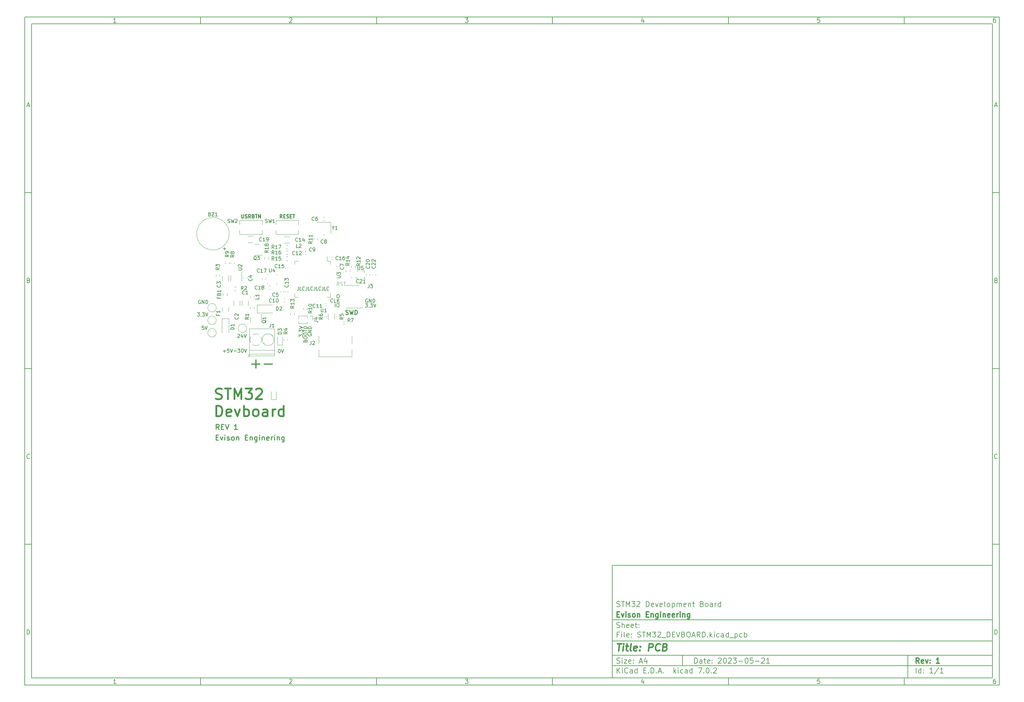
<source format=gbr>
%TF.GenerationSoftware,KiCad,Pcbnew,7.0.2*%
%TF.CreationDate,2023-05-27T14:00:09+09:30*%
%TF.ProjectId,STM32_DEVBOARD,53544d33-325f-4444-9556-424f4152442e,1*%
%TF.SameCoordinates,Original*%
%TF.FileFunction,Legend,Top*%
%TF.FilePolarity,Positive*%
%FSLAX46Y46*%
G04 Gerber Fmt 4.6, Leading zero omitted, Abs format (unit mm)*
G04 Created by KiCad (PCBNEW 7.0.2) date 2023-05-27 14:00:09*
%MOMM*%
%LPD*%
G01*
G04 APERTURE LIST*
%ADD10C,0.100000*%
%ADD11C,0.150000*%
%ADD12C,0.300000*%
%ADD13C,0.400000*%
%ADD14C,0.153000*%
%ADD15C,0.250000*%
%ADD16C,0.125000*%
%ADD17C,0.500000*%
%ADD18C,0.120000*%
G04 APERTURE END LIST*
D10*
D11*
X177002200Y-166007200D02*
X285002200Y-166007200D01*
X285002200Y-198007200D01*
X177002200Y-198007200D01*
X177002200Y-166007200D01*
D10*
D11*
X10000000Y-10000000D02*
X287002200Y-10000000D01*
X287002200Y-200007200D01*
X10000000Y-200007200D01*
X10000000Y-10000000D01*
D10*
D11*
X12000000Y-12000000D02*
X285002200Y-12000000D01*
X285002200Y-198007200D01*
X12000000Y-198007200D01*
X12000000Y-12000000D01*
D10*
D11*
X60000000Y-12000000D02*
X60000000Y-10000000D01*
D10*
D11*
X110000000Y-12000000D02*
X110000000Y-10000000D01*
D10*
D11*
X160000000Y-12000000D02*
X160000000Y-10000000D01*
D10*
D11*
X210000000Y-12000000D02*
X210000000Y-10000000D01*
D10*
D11*
X260000000Y-12000000D02*
X260000000Y-10000000D01*
D10*
D11*
X35990476Y-11601404D02*
X35247619Y-11601404D01*
X35619047Y-11601404D02*
X35619047Y-10301404D01*
X35619047Y-10301404D02*
X35495238Y-10487119D01*
X35495238Y-10487119D02*
X35371428Y-10610928D01*
X35371428Y-10610928D02*
X35247619Y-10672833D01*
D10*
D11*
X85247619Y-10425214D02*
X85309523Y-10363309D01*
X85309523Y-10363309D02*
X85433333Y-10301404D01*
X85433333Y-10301404D02*
X85742857Y-10301404D01*
X85742857Y-10301404D02*
X85866666Y-10363309D01*
X85866666Y-10363309D02*
X85928571Y-10425214D01*
X85928571Y-10425214D02*
X85990476Y-10549023D01*
X85990476Y-10549023D02*
X85990476Y-10672833D01*
X85990476Y-10672833D02*
X85928571Y-10858547D01*
X85928571Y-10858547D02*
X85185714Y-11601404D01*
X85185714Y-11601404D02*
X85990476Y-11601404D01*
D10*
D11*
X135185714Y-10301404D02*
X135990476Y-10301404D01*
X135990476Y-10301404D02*
X135557142Y-10796642D01*
X135557142Y-10796642D02*
X135742857Y-10796642D01*
X135742857Y-10796642D02*
X135866666Y-10858547D01*
X135866666Y-10858547D02*
X135928571Y-10920452D01*
X135928571Y-10920452D02*
X135990476Y-11044261D01*
X135990476Y-11044261D02*
X135990476Y-11353785D01*
X135990476Y-11353785D02*
X135928571Y-11477595D01*
X135928571Y-11477595D02*
X135866666Y-11539500D01*
X135866666Y-11539500D02*
X135742857Y-11601404D01*
X135742857Y-11601404D02*
X135371428Y-11601404D01*
X135371428Y-11601404D02*
X135247619Y-11539500D01*
X135247619Y-11539500D02*
X135185714Y-11477595D01*
D10*
D11*
X185866666Y-10734738D02*
X185866666Y-11601404D01*
X185557142Y-10239500D02*
X185247619Y-11168071D01*
X185247619Y-11168071D02*
X186052380Y-11168071D01*
D10*
D11*
X235928571Y-10301404D02*
X235309523Y-10301404D01*
X235309523Y-10301404D02*
X235247619Y-10920452D01*
X235247619Y-10920452D02*
X235309523Y-10858547D01*
X235309523Y-10858547D02*
X235433333Y-10796642D01*
X235433333Y-10796642D02*
X235742857Y-10796642D01*
X235742857Y-10796642D02*
X235866666Y-10858547D01*
X235866666Y-10858547D02*
X235928571Y-10920452D01*
X235928571Y-10920452D02*
X235990476Y-11044261D01*
X235990476Y-11044261D02*
X235990476Y-11353785D01*
X235990476Y-11353785D02*
X235928571Y-11477595D01*
X235928571Y-11477595D02*
X235866666Y-11539500D01*
X235866666Y-11539500D02*
X235742857Y-11601404D01*
X235742857Y-11601404D02*
X235433333Y-11601404D01*
X235433333Y-11601404D02*
X235309523Y-11539500D01*
X235309523Y-11539500D02*
X235247619Y-11477595D01*
D10*
D11*
X285866666Y-10301404D02*
X285619047Y-10301404D01*
X285619047Y-10301404D02*
X285495238Y-10363309D01*
X285495238Y-10363309D02*
X285433333Y-10425214D01*
X285433333Y-10425214D02*
X285309523Y-10610928D01*
X285309523Y-10610928D02*
X285247619Y-10858547D01*
X285247619Y-10858547D02*
X285247619Y-11353785D01*
X285247619Y-11353785D02*
X285309523Y-11477595D01*
X285309523Y-11477595D02*
X285371428Y-11539500D01*
X285371428Y-11539500D02*
X285495238Y-11601404D01*
X285495238Y-11601404D02*
X285742857Y-11601404D01*
X285742857Y-11601404D02*
X285866666Y-11539500D01*
X285866666Y-11539500D02*
X285928571Y-11477595D01*
X285928571Y-11477595D02*
X285990476Y-11353785D01*
X285990476Y-11353785D02*
X285990476Y-11044261D01*
X285990476Y-11044261D02*
X285928571Y-10920452D01*
X285928571Y-10920452D02*
X285866666Y-10858547D01*
X285866666Y-10858547D02*
X285742857Y-10796642D01*
X285742857Y-10796642D02*
X285495238Y-10796642D01*
X285495238Y-10796642D02*
X285371428Y-10858547D01*
X285371428Y-10858547D02*
X285309523Y-10920452D01*
X285309523Y-10920452D02*
X285247619Y-11044261D01*
D10*
D11*
X60000000Y-198007200D02*
X60000000Y-200007200D01*
D10*
D11*
X110000000Y-198007200D02*
X110000000Y-200007200D01*
D10*
D11*
X160000000Y-198007200D02*
X160000000Y-200007200D01*
D10*
D11*
X210000000Y-198007200D02*
X210000000Y-200007200D01*
D10*
D11*
X260000000Y-198007200D02*
X260000000Y-200007200D01*
D10*
D11*
X35990476Y-199608604D02*
X35247619Y-199608604D01*
X35619047Y-199608604D02*
X35619047Y-198308604D01*
X35619047Y-198308604D02*
X35495238Y-198494319D01*
X35495238Y-198494319D02*
X35371428Y-198618128D01*
X35371428Y-198618128D02*
X35247619Y-198680033D01*
D10*
D11*
X85247619Y-198432414D02*
X85309523Y-198370509D01*
X85309523Y-198370509D02*
X85433333Y-198308604D01*
X85433333Y-198308604D02*
X85742857Y-198308604D01*
X85742857Y-198308604D02*
X85866666Y-198370509D01*
X85866666Y-198370509D02*
X85928571Y-198432414D01*
X85928571Y-198432414D02*
X85990476Y-198556223D01*
X85990476Y-198556223D02*
X85990476Y-198680033D01*
X85990476Y-198680033D02*
X85928571Y-198865747D01*
X85928571Y-198865747D02*
X85185714Y-199608604D01*
X85185714Y-199608604D02*
X85990476Y-199608604D01*
D10*
D11*
X135185714Y-198308604D02*
X135990476Y-198308604D01*
X135990476Y-198308604D02*
X135557142Y-198803842D01*
X135557142Y-198803842D02*
X135742857Y-198803842D01*
X135742857Y-198803842D02*
X135866666Y-198865747D01*
X135866666Y-198865747D02*
X135928571Y-198927652D01*
X135928571Y-198927652D02*
X135990476Y-199051461D01*
X135990476Y-199051461D02*
X135990476Y-199360985D01*
X135990476Y-199360985D02*
X135928571Y-199484795D01*
X135928571Y-199484795D02*
X135866666Y-199546700D01*
X135866666Y-199546700D02*
X135742857Y-199608604D01*
X135742857Y-199608604D02*
X135371428Y-199608604D01*
X135371428Y-199608604D02*
X135247619Y-199546700D01*
X135247619Y-199546700D02*
X135185714Y-199484795D01*
D10*
D11*
X185866666Y-198741938D02*
X185866666Y-199608604D01*
X185557142Y-198246700D02*
X185247619Y-199175271D01*
X185247619Y-199175271D02*
X186052380Y-199175271D01*
D10*
D11*
X235928571Y-198308604D02*
X235309523Y-198308604D01*
X235309523Y-198308604D02*
X235247619Y-198927652D01*
X235247619Y-198927652D02*
X235309523Y-198865747D01*
X235309523Y-198865747D02*
X235433333Y-198803842D01*
X235433333Y-198803842D02*
X235742857Y-198803842D01*
X235742857Y-198803842D02*
X235866666Y-198865747D01*
X235866666Y-198865747D02*
X235928571Y-198927652D01*
X235928571Y-198927652D02*
X235990476Y-199051461D01*
X235990476Y-199051461D02*
X235990476Y-199360985D01*
X235990476Y-199360985D02*
X235928571Y-199484795D01*
X235928571Y-199484795D02*
X235866666Y-199546700D01*
X235866666Y-199546700D02*
X235742857Y-199608604D01*
X235742857Y-199608604D02*
X235433333Y-199608604D01*
X235433333Y-199608604D02*
X235309523Y-199546700D01*
X235309523Y-199546700D02*
X235247619Y-199484795D01*
D10*
D11*
X285866666Y-198308604D02*
X285619047Y-198308604D01*
X285619047Y-198308604D02*
X285495238Y-198370509D01*
X285495238Y-198370509D02*
X285433333Y-198432414D01*
X285433333Y-198432414D02*
X285309523Y-198618128D01*
X285309523Y-198618128D02*
X285247619Y-198865747D01*
X285247619Y-198865747D02*
X285247619Y-199360985D01*
X285247619Y-199360985D02*
X285309523Y-199484795D01*
X285309523Y-199484795D02*
X285371428Y-199546700D01*
X285371428Y-199546700D02*
X285495238Y-199608604D01*
X285495238Y-199608604D02*
X285742857Y-199608604D01*
X285742857Y-199608604D02*
X285866666Y-199546700D01*
X285866666Y-199546700D02*
X285928571Y-199484795D01*
X285928571Y-199484795D02*
X285990476Y-199360985D01*
X285990476Y-199360985D02*
X285990476Y-199051461D01*
X285990476Y-199051461D02*
X285928571Y-198927652D01*
X285928571Y-198927652D02*
X285866666Y-198865747D01*
X285866666Y-198865747D02*
X285742857Y-198803842D01*
X285742857Y-198803842D02*
X285495238Y-198803842D01*
X285495238Y-198803842D02*
X285371428Y-198865747D01*
X285371428Y-198865747D02*
X285309523Y-198927652D01*
X285309523Y-198927652D02*
X285247619Y-199051461D01*
D10*
D11*
X10000000Y-60000000D02*
X12000000Y-60000000D01*
D10*
D11*
X10000000Y-110000000D02*
X12000000Y-110000000D01*
D10*
D11*
X10000000Y-160000000D02*
X12000000Y-160000000D01*
D10*
D11*
X10690476Y-35229976D02*
X11309523Y-35229976D01*
X10566666Y-35601404D02*
X10999999Y-34301404D01*
X10999999Y-34301404D02*
X11433333Y-35601404D01*
D10*
D11*
X11092857Y-84920452D02*
X11278571Y-84982357D01*
X11278571Y-84982357D02*
X11340476Y-85044261D01*
X11340476Y-85044261D02*
X11402380Y-85168071D01*
X11402380Y-85168071D02*
X11402380Y-85353785D01*
X11402380Y-85353785D02*
X11340476Y-85477595D01*
X11340476Y-85477595D02*
X11278571Y-85539500D01*
X11278571Y-85539500D02*
X11154761Y-85601404D01*
X11154761Y-85601404D02*
X10659523Y-85601404D01*
X10659523Y-85601404D02*
X10659523Y-84301404D01*
X10659523Y-84301404D02*
X11092857Y-84301404D01*
X11092857Y-84301404D02*
X11216666Y-84363309D01*
X11216666Y-84363309D02*
X11278571Y-84425214D01*
X11278571Y-84425214D02*
X11340476Y-84549023D01*
X11340476Y-84549023D02*
X11340476Y-84672833D01*
X11340476Y-84672833D02*
X11278571Y-84796642D01*
X11278571Y-84796642D02*
X11216666Y-84858547D01*
X11216666Y-84858547D02*
X11092857Y-84920452D01*
X11092857Y-84920452D02*
X10659523Y-84920452D01*
D10*
D11*
X11402380Y-135477595D02*
X11340476Y-135539500D01*
X11340476Y-135539500D02*
X11154761Y-135601404D01*
X11154761Y-135601404D02*
X11030952Y-135601404D01*
X11030952Y-135601404D02*
X10845238Y-135539500D01*
X10845238Y-135539500D02*
X10721428Y-135415690D01*
X10721428Y-135415690D02*
X10659523Y-135291880D01*
X10659523Y-135291880D02*
X10597619Y-135044261D01*
X10597619Y-135044261D02*
X10597619Y-134858547D01*
X10597619Y-134858547D02*
X10659523Y-134610928D01*
X10659523Y-134610928D02*
X10721428Y-134487119D01*
X10721428Y-134487119D02*
X10845238Y-134363309D01*
X10845238Y-134363309D02*
X11030952Y-134301404D01*
X11030952Y-134301404D02*
X11154761Y-134301404D01*
X11154761Y-134301404D02*
X11340476Y-134363309D01*
X11340476Y-134363309D02*
X11402380Y-134425214D01*
D10*
D11*
X10659523Y-185601404D02*
X10659523Y-184301404D01*
X10659523Y-184301404D02*
X10969047Y-184301404D01*
X10969047Y-184301404D02*
X11154761Y-184363309D01*
X11154761Y-184363309D02*
X11278571Y-184487119D01*
X11278571Y-184487119D02*
X11340476Y-184610928D01*
X11340476Y-184610928D02*
X11402380Y-184858547D01*
X11402380Y-184858547D02*
X11402380Y-185044261D01*
X11402380Y-185044261D02*
X11340476Y-185291880D01*
X11340476Y-185291880D02*
X11278571Y-185415690D01*
X11278571Y-185415690D02*
X11154761Y-185539500D01*
X11154761Y-185539500D02*
X10969047Y-185601404D01*
X10969047Y-185601404D02*
X10659523Y-185601404D01*
D10*
D11*
X287002200Y-60000000D02*
X285002200Y-60000000D01*
D10*
D11*
X287002200Y-110000000D02*
X285002200Y-110000000D01*
D10*
D11*
X287002200Y-160000000D02*
X285002200Y-160000000D01*
D10*
D11*
X285692676Y-35229976D02*
X286311723Y-35229976D01*
X285568866Y-35601404D02*
X286002199Y-34301404D01*
X286002199Y-34301404D02*
X286435533Y-35601404D01*
D10*
D11*
X286095057Y-84920452D02*
X286280771Y-84982357D01*
X286280771Y-84982357D02*
X286342676Y-85044261D01*
X286342676Y-85044261D02*
X286404580Y-85168071D01*
X286404580Y-85168071D02*
X286404580Y-85353785D01*
X286404580Y-85353785D02*
X286342676Y-85477595D01*
X286342676Y-85477595D02*
X286280771Y-85539500D01*
X286280771Y-85539500D02*
X286156961Y-85601404D01*
X286156961Y-85601404D02*
X285661723Y-85601404D01*
X285661723Y-85601404D02*
X285661723Y-84301404D01*
X285661723Y-84301404D02*
X286095057Y-84301404D01*
X286095057Y-84301404D02*
X286218866Y-84363309D01*
X286218866Y-84363309D02*
X286280771Y-84425214D01*
X286280771Y-84425214D02*
X286342676Y-84549023D01*
X286342676Y-84549023D02*
X286342676Y-84672833D01*
X286342676Y-84672833D02*
X286280771Y-84796642D01*
X286280771Y-84796642D02*
X286218866Y-84858547D01*
X286218866Y-84858547D02*
X286095057Y-84920452D01*
X286095057Y-84920452D02*
X285661723Y-84920452D01*
D10*
D11*
X286404580Y-135477595D02*
X286342676Y-135539500D01*
X286342676Y-135539500D02*
X286156961Y-135601404D01*
X286156961Y-135601404D02*
X286033152Y-135601404D01*
X286033152Y-135601404D02*
X285847438Y-135539500D01*
X285847438Y-135539500D02*
X285723628Y-135415690D01*
X285723628Y-135415690D02*
X285661723Y-135291880D01*
X285661723Y-135291880D02*
X285599819Y-135044261D01*
X285599819Y-135044261D02*
X285599819Y-134858547D01*
X285599819Y-134858547D02*
X285661723Y-134610928D01*
X285661723Y-134610928D02*
X285723628Y-134487119D01*
X285723628Y-134487119D02*
X285847438Y-134363309D01*
X285847438Y-134363309D02*
X286033152Y-134301404D01*
X286033152Y-134301404D02*
X286156961Y-134301404D01*
X286156961Y-134301404D02*
X286342676Y-134363309D01*
X286342676Y-134363309D02*
X286404580Y-134425214D01*
D10*
D11*
X285661723Y-185601404D02*
X285661723Y-184301404D01*
X285661723Y-184301404D02*
X285971247Y-184301404D01*
X285971247Y-184301404D02*
X286156961Y-184363309D01*
X286156961Y-184363309D02*
X286280771Y-184487119D01*
X286280771Y-184487119D02*
X286342676Y-184610928D01*
X286342676Y-184610928D02*
X286404580Y-184858547D01*
X286404580Y-184858547D02*
X286404580Y-185044261D01*
X286404580Y-185044261D02*
X286342676Y-185291880D01*
X286342676Y-185291880D02*
X286280771Y-185415690D01*
X286280771Y-185415690D02*
X286156961Y-185539500D01*
X286156961Y-185539500D02*
X285971247Y-185601404D01*
X285971247Y-185601404D02*
X285661723Y-185601404D01*
D10*
D11*
X200359342Y-193801128D02*
X200359342Y-192301128D01*
X200359342Y-192301128D02*
X200716485Y-192301128D01*
X200716485Y-192301128D02*
X200930771Y-192372557D01*
X200930771Y-192372557D02*
X201073628Y-192515414D01*
X201073628Y-192515414D02*
X201145057Y-192658271D01*
X201145057Y-192658271D02*
X201216485Y-192943985D01*
X201216485Y-192943985D02*
X201216485Y-193158271D01*
X201216485Y-193158271D02*
X201145057Y-193443985D01*
X201145057Y-193443985D02*
X201073628Y-193586842D01*
X201073628Y-193586842D02*
X200930771Y-193729700D01*
X200930771Y-193729700D02*
X200716485Y-193801128D01*
X200716485Y-193801128D02*
X200359342Y-193801128D01*
X202502200Y-193801128D02*
X202502200Y-193015414D01*
X202502200Y-193015414D02*
X202430771Y-192872557D01*
X202430771Y-192872557D02*
X202287914Y-192801128D01*
X202287914Y-192801128D02*
X202002200Y-192801128D01*
X202002200Y-192801128D02*
X201859342Y-192872557D01*
X202502200Y-193729700D02*
X202359342Y-193801128D01*
X202359342Y-193801128D02*
X202002200Y-193801128D01*
X202002200Y-193801128D02*
X201859342Y-193729700D01*
X201859342Y-193729700D02*
X201787914Y-193586842D01*
X201787914Y-193586842D02*
X201787914Y-193443985D01*
X201787914Y-193443985D02*
X201859342Y-193301128D01*
X201859342Y-193301128D02*
X202002200Y-193229700D01*
X202002200Y-193229700D02*
X202359342Y-193229700D01*
X202359342Y-193229700D02*
X202502200Y-193158271D01*
X203002200Y-192801128D02*
X203573628Y-192801128D01*
X203216485Y-192301128D02*
X203216485Y-193586842D01*
X203216485Y-193586842D02*
X203287914Y-193729700D01*
X203287914Y-193729700D02*
X203430771Y-193801128D01*
X203430771Y-193801128D02*
X203573628Y-193801128D01*
X204645057Y-193729700D02*
X204502200Y-193801128D01*
X204502200Y-193801128D02*
X204216486Y-193801128D01*
X204216486Y-193801128D02*
X204073628Y-193729700D01*
X204073628Y-193729700D02*
X204002200Y-193586842D01*
X204002200Y-193586842D02*
X204002200Y-193015414D01*
X204002200Y-193015414D02*
X204073628Y-192872557D01*
X204073628Y-192872557D02*
X204216486Y-192801128D01*
X204216486Y-192801128D02*
X204502200Y-192801128D01*
X204502200Y-192801128D02*
X204645057Y-192872557D01*
X204645057Y-192872557D02*
X204716486Y-193015414D01*
X204716486Y-193015414D02*
X204716486Y-193158271D01*
X204716486Y-193158271D02*
X204002200Y-193301128D01*
X205359342Y-193658271D02*
X205430771Y-193729700D01*
X205430771Y-193729700D02*
X205359342Y-193801128D01*
X205359342Y-193801128D02*
X205287914Y-193729700D01*
X205287914Y-193729700D02*
X205359342Y-193658271D01*
X205359342Y-193658271D02*
X205359342Y-193801128D01*
X205359342Y-192872557D02*
X205430771Y-192943985D01*
X205430771Y-192943985D02*
X205359342Y-193015414D01*
X205359342Y-193015414D02*
X205287914Y-192943985D01*
X205287914Y-192943985D02*
X205359342Y-192872557D01*
X205359342Y-192872557D02*
X205359342Y-193015414D01*
X207145057Y-192443985D02*
X207216485Y-192372557D01*
X207216485Y-192372557D02*
X207359343Y-192301128D01*
X207359343Y-192301128D02*
X207716485Y-192301128D01*
X207716485Y-192301128D02*
X207859343Y-192372557D01*
X207859343Y-192372557D02*
X207930771Y-192443985D01*
X207930771Y-192443985D02*
X208002200Y-192586842D01*
X208002200Y-192586842D02*
X208002200Y-192729700D01*
X208002200Y-192729700D02*
X207930771Y-192943985D01*
X207930771Y-192943985D02*
X207073628Y-193801128D01*
X207073628Y-193801128D02*
X208002200Y-193801128D01*
X208930771Y-192301128D02*
X209073628Y-192301128D01*
X209073628Y-192301128D02*
X209216485Y-192372557D01*
X209216485Y-192372557D02*
X209287914Y-192443985D01*
X209287914Y-192443985D02*
X209359342Y-192586842D01*
X209359342Y-192586842D02*
X209430771Y-192872557D01*
X209430771Y-192872557D02*
X209430771Y-193229700D01*
X209430771Y-193229700D02*
X209359342Y-193515414D01*
X209359342Y-193515414D02*
X209287914Y-193658271D01*
X209287914Y-193658271D02*
X209216485Y-193729700D01*
X209216485Y-193729700D02*
X209073628Y-193801128D01*
X209073628Y-193801128D02*
X208930771Y-193801128D01*
X208930771Y-193801128D02*
X208787914Y-193729700D01*
X208787914Y-193729700D02*
X208716485Y-193658271D01*
X208716485Y-193658271D02*
X208645056Y-193515414D01*
X208645056Y-193515414D02*
X208573628Y-193229700D01*
X208573628Y-193229700D02*
X208573628Y-192872557D01*
X208573628Y-192872557D02*
X208645056Y-192586842D01*
X208645056Y-192586842D02*
X208716485Y-192443985D01*
X208716485Y-192443985D02*
X208787914Y-192372557D01*
X208787914Y-192372557D02*
X208930771Y-192301128D01*
X210002199Y-192443985D02*
X210073627Y-192372557D01*
X210073627Y-192372557D02*
X210216485Y-192301128D01*
X210216485Y-192301128D02*
X210573627Y-192301128D01*
X210573627Y-192301128D02*
X210716485Y-192372557D01*
X210716485Y-192372557D02*
X210787913Y-192443985D01*
X210787913Y-192443985D02*
X210859342Y-192586842D01*
X210859342Y-192586842D02*
X210859342Y-192729700D01*
X210859342Y-192729700D02*
X210787913Y-192943985D01*
X210787913Y-192943985D02*
X209930770Y-193801128D01*
X209930770Y-193801128D02*
X210859342Y-193801128D01*
X211359341Y-192301128D02*
X212287913Y-192301128D01*
X212287913Y-192301128D02*
X211787913Y-192872557D01*
X211787913Y-192872557D02*
X212002198Y-192872557D01*
X212002198Y-192872557D02*
X212145056Y-192943985D01*
X212145056Y-192943985D02*
X212216484Y-193015414D01*
X212216484Y-193015414D02*
X212287913Y-193158271D01*
X212287913Y-193158271D02*
X212287913Y-193515414D01*
X212287913Y-193515414D02*
X212216484Y-193658271D01*
X212216484Y-193658271D02*
X212145056Y-193729700D01*
X212145056Y-193729700D02*
X212002198Y-193801128D01*
X212002198Y-193801128D02*
X211573627Y-193801128D01*
X211573627Y-193801128D02*
X211430770Y-193729700D01*
X211430770Y-193729700D02*
X211359341Y-193658271D01*
X212930769Y-193229700D02*
X214073627Y-193229700D01*
X215073627Y-192301128D02*
X215216484Y-192301128D01*
X215216484Y-192301128D02*
X215359341Y-192372557D01*
X215359341Y-192372557D02*
X215430770Y-192443985D01*
X215430770Y-192443985D02*
X215502198Y-192586842D01*
X215502198Y-192586842D02*
X215573627Y-192872557D01*
X215573627Y-192872557D02*
X215573627Y-193229700D01*
X215573627Y-193229700D02*
X215502198Y-193515414D01*
X215502198Y-193515414D02*
X215430770Y-193658271D01*
X215430770Y-193658271D02*
X215359341Y-193729700D01*
X215359341Y-193729700D02*
X215216484Y-193801128D01*
X215216484Y-193801128D02*
X215073627Y-193801128D01*
X215073627Y-193801128D02*
X214930770Y-193729700D01*
X214930770Y-193729700D02*
X214859341Y-193658271D01*
X214859341Y-193658271D02*
X214787912Y-193515414D01*
X214787912Y-193515414D02*
X214716484Y-193229700D01*
X214716484Y-193229700D02*
X214716484Y-192872557D01*
X214716484Y-192872557D02*
X214787912Y-192586842D01*
X214787912Y-192586842D02*
X214859341Y-192443985D01*
X214859341Y-192443985D02*
X214930770Y-192372557D01*
X214930770Y-192372557D02*
X215073627Y-192301128D01*
X216930769Y-192301128D02*
X216216483Y-192301128D01*
X216216483Y-192301128D02*
X216145055Y-193015414D01*
X216145055Y-193015414D02*
X216216483Y-192943985D01*
X216216483Y-192943985D02*
X216359341Y-192872557D01*
X216359341Y-192872557D02*
X216716483Y-192872557D01*
X216716483Y-192872557D02*
X216859341Y-192943985D01*
X216859341Y-192943985D02*
X216930769Y-193015414D01*
X216930769Y-193015414D02*
X217002198Y-193158271D01*
X217002198Y-193158271D02*
X217002198Y-193515414D01*
X217002198Y-193515414D02*
X216930769Y-193658271D01*
X216930769Y-193658271D02*
X216859341Y-193729700D01*
X216859341Y-193729700D02*
X216716483Y-193801128D01*
X216716483Y-193801128D02*
X216359341Y-193801128D01*
X216359341Y-193801128D02*
X216216483Y-193729700D01*
X216216483Y-193729700D02*
X216145055Y-193658271D01*
X217645054Y-193229700D02*
X218787912Y-193229700D01*
X219430769Y-192443985D02*
X219502197Y-192372557D01*
X219502197Y-192372557D02*
X219645055Y-192301128D01*
X219645055Y-192301128D02*
X220002197Y-192301128D01*
X220002197Y-192301128D02*
X220145055Y-192372557D01*
X220145055Y-192372557D02*
X220216483Y-192443985D01*
X220216483Y-192443985D02*
X220287912Y-192586842D01*
X220287912Y-192586842D02*
X220287912Y-192729700D01*
X220287912Y-192729700D02*
X220216483Y-192943985D01*
X220216483Y-192943985D02*
X219359340Y-193801128D01*
X219359340Y-193801128D02*
X220287912Y-193801128D01*
X221716483Y-193801128D02*
X220859340Y-193801128D01*
X221287911Y-193801128D02*
X221287911Y-192301128D01*
X221287911Y-192301128D02*
X221145054Y-192515414D01*
X221145054Y-192515414D02*
X221002197Y-192658271D01*
X221002197Y-192658271D02*
X220859340Y-192729700D01*
D10*
D11*
X177002200Y-194507200D02*
X285002200Y-194507200D01*
D10*
D11*
X178359342Y-196601128D02*
X178359342Y-195101128D01*
X179216485Y-196601128D02*
X178573628Y-195743985D01*
X179216485Y-195101128D02*
X178359342Y-195958271D01*
X179859342Y-196601128D02*
X179859342Y-195601128D01*
X179859342Y-195101128D02*
X179787914Y-195172557D01*
X179787914Y-195172557D02*
X179859342Y-195243985D01*
X179859342Y-195243985D02*
X179930771Y-195172557D01*
X179930771Y-195172557D02*
X179859342Y-195101128D01*
X179859342Y-195101128D02*
X179859342Y-195243985D01*
X181430771Y-196458271D02*
X181359343Y-196529700D01*
X181359343Y-196529700D02*
X181145057Y-196601128D01*
X181145057Y-196601128D02*
X181002200Y-196601128D01*
X181002200Y-196601128D02*
X180787914Y-196529700D01*
X180787914Y-196529700D02*
X180645057Y-196386842D01*
X180645057Y-196386842D02*
X180573628Y-196243985D01*
X180573628Y-196243985D02*
X180502200Y-195958271D01*
X180502200Y-195958271D02*
X180502200Y-195743985D01*
X180502200Y-195743985D02*
X180573628Y-195458271D01*
X180573628Y-195458271D02*
X180645057Y-195315414D01*
X180645057Y-195315414D02*
X180787914Y-195172557D01*
X180787914Y-195172557D02*
X181002200Y-195101128D01*
X181002200Y-195101128D02*
X181145057Y-195101128D01*
X181145057Y-195101128D02*
X181359343Y-195172557D01*
X181359343Y-195172557D02*
X181430771Y-195243985D01*
X182716486Y-196601128D02*
X182716486Y-195815414D01*
X182716486Y-195815414D02*
X182645057Y-195672557D01*
X182645057Y-195672557D02*
X182502200Y-195601128D01*
X182502200Y-195601128D02*
X182216486Y-195601128D01*
X182216486Y-195601128D02*
X182073628Y-195672557D01*
X182716486Y-196529700D02*
X182573628Y-196601128D01*
X182573628Y-196601128D02*
X182216486Y-196601128D01*
X182216486Y-196601128D02*
X182073628Y-196529700D01*
X182073628Y-196529700D02*
X182002200Y-196386842D01*
X182002200Y-196386842D02*
X182002200Y-196243985D01*
X182002200Y-196243985D02*
X182073628Y-196101128D01*
X182073628Y-196101128D02*
X182216486Y-196029700D01*
X182216486Y-196029700D02*
X182573628Y-196029700D01*
X182573628Y-196029700D02*
X182716486Y-195958271D01*
X184073629Y-196601128D02*
X184073629Y-195101128D01*
X184073629Y-196529700D02*
X183930771Y-196601128D01*
X183930771Y-196601128D02*
X183645057Y-196601128D01*
X183645057Y-196601128D02*
X183502200Y-196529700D01*
X183502200Y-196529700D02*
X183430771Y-196458271D01*
X183430771Y-196458271D02*
X183359343Y-196315414D01*
X183359343Y-196315414D02*
X183359343Y-195886842D01*
X183359343Y-195886842D02*
X183430771Y-195743985D01*
X183430771Y-195743985D02*
X183502200Y-195672557D01*
X183502200Y-195672557D02*
X183645057Y-195601128D01*
X183645057Y-195601128D02*
X183930771Y-195601128D01*
X183930771Y-195601128D02*
X184073629Y-195672557D01*
X185930771Y-195815414D02*
X186430771Y-195815414D01*
X186645057Y-196601128D02*
X185930771Y-196601128D01*
X185930771Y-196601128D02*
X185930771Y-195101128D01*
X185930771Y-195101128D02*
X186645057Y-195101128D01*
X187287914Y-196458271D02*
X187359343Y-196529700D01*
X187359343Y-196529700D02*
X187287914Y-196601128D01*
X187287914Y-196601128D02*
X187216486Y-196529700D01*
X187216486Y-196529700D02*
X187287914Y-196458271D01*
X187287914Y-196458271D02*
X187287914Y-196601128D01*
X188002200Y-196601128D02*
X188002200Y-195101128D01*
X188002200Y-195101128D02*
X188359343Y-195101128D01*
X188359343Y-195101128D02*
X188573629Y-195172557D01*
X188573629Y-195172557D02*
X188716486Y-195315414D01*
X188716486Y-195315414D02*
X188787915Y-195458271D01*
X188787915Y-195458271D02*
X188859343Y-195743985D01*
X188859343Y-195743985D02*
X188859343Y-195958271D01*
X188859343Y-195958271D02*
X188787915Y-196243985D01*
X188787915Y-196243985D02*
X188716486Y-196386842D01*
X188716486Y-196386842D02*
X188573629Y-196529700D01*
X188573629Y-196529700D02*
X188359343Y-196601128D01*
X188359343Y-196601128D02*
X188002200Y-196601128D01*
X189502200Y-196458271D02*
X189573629Y-196529700D01*
X189573629Y-196529700D02*
X189502200Y-196601128D01*
X189502200Y-196601128D02*
X189430772Y-196529700D01*
X189430772Y-196529700D02*
X189502200Y-196458271D01*
X189502200Y-196458271D02*
X189502200Y-196601128D01*
X190145058Y-196172557D02*
X190859344Y-196172557D01*
X190002201Y-196601128D02*
X190502201Y-195101128D01*
X190502201Y-195101128D02*
X191002201Y-196601128D01*
X191502200Y-196458271D02*
X191573629Y-196529700D01*
X191573629Y-196529700D02*
X191502200Y-196601128D01*
X191502200Y-196601128D02*
X191430772Y-196529700D01*
X191430772Y-196529700D02*
X191502200Y-196458271D01*
X191502200Y-196458271D02*
X191502200Y-196601128D01*
X194502200Y-196601128D02*
X194502200Y-195101128D01*
X194645058Y-196029700D02*
X195073629Y-196601128D01*
X195073629Y-195601128D02*
X194502200Y-196172557D01*
X195716486Y-196601128D02*
X195716486Y-195601128D01*
X195716486Y-195101128D02*
X195645058Y-195172557D01*
X195645058Y-195172557D02*
X195716486Y-195243985D01*
X195716486Y-195243985D02*
X195787915Y-195172557D01*
X195787915Y-195172557D02*
X195716486Y-195101128D01*
X195716486Y-195101128D02*
X195716486Y-195243985D01*
X197073630Y-196529700D02*
X196930772Y-196601128D01*
X196930772Y-196601128D02*
X196645058Y-196601128D01*
X196645058Y-196601128D02*
X196502201Y-196529700D01*
X196502201Y-196529700D02*
X196430772Y-196458271D01*
X196430772Y-196458271D02*
X196359344Y-196315414D01*
X196359344Y-196315414D02*
X196359344Y-195886842D01*
X196359344Y-195886842D02*
X196430772Y-195743985D01*
X196430772Y-195743985D02*
X196502201Y-195672557D01*
X196502201Y-195672557D02*
X196645058Y-195601128D01*
X196645058Y-195601128D02*
X196930772Y-195601128D01*
X196930772Y-195601128D02*
X197073630Y-195672557D01*
X198359344Y-196601128D02*
X198359344Y-195815414D01*
X198359344Y-195815414D02*
X198287915Y-195672557D01*
X198287915Y-195672557D02*
X198145058Y-195601128D01*
X198145058Y-195601128D02*
X197859344Y-195601128D01*
X197859344Y-195601128D02*
X197716486Y-195672557D01*
X198359344Y-196529700D02*
X198216486Y-196601128D01*
X198216486Y-196601128D02*
X197859344Y-196601128D01*
X197859344Y-196601128D02*
X197716486Y-196529700D01*
X197716486Y-196529700D02*
X197645058Y-196386842D01*
X197645058Y-196386842D02*
X197645058Y-196243985D01*
X197645058Y-196243985D02*
X197716486Y-196101128D01*
X197716486Y-196101128D02*
X197859344Y-196029700D01*
X197859344Y-196029700D02*
X198216486Y-196029700D01*
X198216486Y-196029700D02*
X198359344Y-195958271D01*
X199716487Y-196601128D02*
X199716487Y-195101128D01*
X199716487Y-196529700D02*
X199573629Y-196601128D01*
X199573629Y-196601128D02*
X199287915Y-196601128D01*
X199287915Y-196601128D02*
X199145058Y-196529700D01*
X199145058Y-196529700D02*
X199073629Y-196458271D01*
X199073629Y-196458271D02*
X199002201Y-196315414D01*
X199002201Y-196315414D02*
X199002201Y-195886842D01*
X199002201Y-195886842D02*
X199073629Y-195743985D01*
X199073629Y-195743985D02*
X199145058Y-195672557D01*
X199145058Y-195672557D02*
X199287915Y-195601128D01*
X199287915Y-195601128D02*
X199573629Y-195601128D01*
X199573629Y-195601128D02*
X199716487Y-195672557D01*
X201430772Y-195101128D02*
X202430772Y-195101128D01*
X202430772Y-195101128D02*
X201787915Y-196601128D01*
X203002200Y-196458271D02*
X203073629Y-196529700D01*
X203073629Y-196529700D02*
X203002200Y-196601128D01*
X203002200Y-196601128D02*
X202930772Y-196529700D01*
X202930772Y-196529700D02*
X203002200Y-196458271D01*
X203002200Y-196458271D02*
X203002200Y-196601128D01*
X204002201Y-195101128D02*
X204145058Y-195101128D01*
X204145058Y-195101128D02*
X204287915Y-195172557D01*
X204287915Y-195172557D02*
X204359344Y-195243985D01*
X204359344Y-195243985D02*
X204430772Y-195386842D01*
X204430772Y-195386842D02*
X204502201Y-195672557D01*
X204502201Y-195672557D02*
X204502201Y-196029700D01*
X204502201Y-196029700D02*
X204430772Y-196315414D01*
X204430772Y-196315414D02*
X204359344Y-196458271D01*
X204359344Y-196458271D02*
X204287915Y-196529700D01*
X204287915Y-196529700D02*
X204145058Y-196601128D01*
X204145058Y-196601128D02*
X204002201Y-196601128D01*
X204002201Y-196601128D02*
X203859344Y-196529700D01*
X203859344Y-196529700D02*
X203787915Y-196458271D01*
X203787915Y-196458271D02*
X203716486Y-196315414D01*
X203716486Y-196315414D02*
X203645058Y-196029700D01*
X203645058Y-196029700D02*
X203645058Y-195672557D01*
X203645058Y-195672557D02*
X203716486Y-195386842D01*
X203716486Y-195386842D02*
X203787915Y-195243985D01*
X203787915Y-195243985D02*
X203859344Y-195172557D01*
X203859344Y-195172557D02*
X204002201Y-195101128D01*
X205145057Y-196458271D02*
X205216486Y-196529700D01*
X205216486Y-196529700D02*
X205145057Y-196601128D01*
X205145057Y-196601128D02*
X205073629Y-196529700D01*
X205073629Y-196529700D02*
X205145057Y-196458271D01*
X205145057Y-196458271D02*
X205145057Y-196601128D01*
X205787915Y-195243985D02*
X205859343Y-195172557D01*
X205859343Y-195172557D02*
X206002201Y-195101128D01*
X206002201Y-195101128D02*
X206359343Y-195101128D01*
X206359343Y-195101128D02*
X206502201Y-195172557D01*
X206502201Y-195172557D02*
X206573629Y-195243985D01*
X206573629Y-195243985D02*
X206645058Y-195386842D01*
X206645058Y-195386842D02*
X206645058Y-195529700D01*
X206645058Y-195529700D02*
X206573629Y-195743985D01*
X206573629Y-195743985D02*
X205716486Y-196601128D01*
X205716486Y-196601128D02*
X206645058Y-196601128D01*
D10*
D11*
X177002200Y-191507200D02*
X285002200Y-191507200D01*
D10*
D12*
X264216485Y-193801128D02*
X263716485Y-193086842D01*
X263359342Y-193801128D02*
X263359342Y-192301128D01*
X263359342Y-192301128D02*
X263930771Y-192301128D01*
X263930771Y-192301128D02*
X264073628Y-192372557D01*
X264073628Y-192372557D02*
X264145057Y-192443985D01*
X264145057Y-192443985D02*
X264216485Y-192586842D01*
X264216485Y-192586842D02*
X264216485Y-192801128D01*
X264216485Y-192801128D02*
X264145057Y-192943985D01*
X264145057Y-192943985D02*
X264073628Y-193015414D01*
X264073628Y-193015414D02*
X263930771Y-193086842D01*
X263930771Y-193086842D02*
X263359342Y-193086842D01*
X265430771Y-193729700D02*
X265287914Y-193801128D01*
X265287914Y-193801128D02*
X265002200Y-193801128D01*
X265002200Y-193801128D02*
X264859342Y-193729700D01*
X264859342Y-193729700D02*
X264787914Y-193586842D01*
X264787914Y-193586842D02*
X264787914Y-193015414D01*
X264787914Y-193015414D02*
X264859342Y-192872557D01*
X264859342Y-192872557D02*
X265002200Y-192801128D01*
X265002200Y-192801128D02*
X265287914Y-192801128D01*
X265287914Y-192801128D02*
X265430771Y-192872557D01*
X265430771Y-192872557D02*
X265502200Y-193015414D01*
X265502200Y-193015414D02*
X265502200Y-193158271D01*
X265502200Y-193158271D02*
X264787914Y-193301128D01*
X266002199Y-192801128D02*
X266359342Y-193801128D01*
X266359342Y-193801128D02*
X266716485Y-192801128D01*
X267287913Y-193658271D02*
X267359342Y-193729700D01*
X267359342Y-193729700D02*
X267287913Y-193801128D01*
X267287913Y-193801128D02*
X267216485Y-193729700D01*
X267216485Y-193729700D02*
X267287913Y-193658271D01*
X267287913Y-193658271D02*
X267287913Y-193801128D01*
X267287913Y-192872557D02*
X267359342Y-192943985D01*
X267359342Y-192943985D02*
X267287913Y-193015414D01*
X267287913Y-193015414D02*
X267216485Y-192943985D01*
X267216485Y-192943985D02*
X267287913Y-192872557D01*
X267287913Y-192872557D02*
X267287913Y-193015414D01*
X269930771Y-193801128D02*
X269073628Y-193801128D01*
X269502199Y-193801128D02*
X269502199Y-192301128D01*
X269502199Y-192301128D02*
X269359342Y-192515414D01*
X269359342Y-192515414D02*
X269216485Y-192658271D01*
X269216485Y-192658271D02*
X269073628Y-192729700D01*
D10*
D11*
X178287914Y-193729700D02*
X178502200Y-193801128D01*
X178502200Y-193801128D02*
X178859342Y-193801128D01*
X178859342Y-193801128D02*
X179002200Y-193729700D01*
X179002200Y-193729700D02*
X179073628Y-193658271D01*
X179073628Y-193658271D02*
X179145057Y-193515414D01*
X179145057Y-193515414D02*
X179145057Y-193372557D01*
X179145057Y-193372557D02*
X179073628Y-193229700D01*
X179073628Y-193229700D02*
X179002200Y-193158271D01*
X179002200Y-193158271D02*
X178859342Y-193086842D01*
X178859342Y-193086842D02*
X178573628Y-193015414D01*
X178573628Y-193015414D02*
X178430771Y-192943985D01*
X178430771Y-192943985D02*
X178359342Y-192872557D01*
X178359342Y-192872557D02*
X178287914Y-192729700D01*
X178287914Y-192729700D02*
X178287914Y-192586842D01*
X178287914Y-192586842D02*
X178359342Y-192443985D01*
X178359342Y-192443985D02*
X178430771Y-192372557D01*
X178430771Y-192372557D02*
X178573628Y-192301128D01*
X178573628Y-192301128D02*
X178930771Y-192301128D01*
X178930771Y-192301128D02*
X179145057Y-192372557D01*
X179787913Y-193801128D02*
X179787913Y-192801128D01*
X179787913Y-192301128D02*
X179716485Y-192372557D01*
X179716485Y-192372557D02*
X179787913Y-192443985D01*
X179787913Y-192443985D02*
X179859342Y-192372557D01*
X179859342Y-192372557D02*
X179787913Y-192301128D01*
X179787913Y-192301128D02*
X179787913Y-192443985D01*
X180359342Y-192801128D02*
X181145057Y-192801128D01*
X181145057Y-192801128D02*
X180359342Y-193801128D01*
X180359342Y-193801128D02*
X181145057Y-193801128D01*
X182287914Y-193729700D02*
X182145057Y-193801128D01*
X182145057Y-193801128D02*
X181859343Y-193801128D01*
X181859343Y-193801128D02*
X181716485Y-193729700D01*
X181716485Y-193729700D02*
X181645057Y-193586842D01*
X181645057Y-193586842D02*
X181645057Y-193015414D01*
X181645057Y-193015414D02*
X181716485Y-192872557D01*
X181716485Y-192872557D02*
X181859343Y-192801128D01*
X181859343Y-192801128D02*
X182145057Y-192801128D01*
X182145057Y-192801128D02*
X182287914Y-192872557D01*
X182287914Y-192872557D02*
X182359343Y-193015414D01*
X182359343Y-193015414D02*
X182359343Y-193158271D01*
X182359343Y-193158271D02*
X181645057Y-193301128D01*
X183002199Y-193658271D02*
X183073628Y-193729700D01*
X183073628Y-193729700D02*
X183002199Y-193801128D01*
X183002199Y-193801128D02*
X182930771Y-193729700D01*
X182930771Y-193729700D02*
X183002199Y-193658271D01*
X183002199Y-193658271D02*
X183002199Y-193801128D01*
X183002199Y-192872557D02*
X183073628Y-192943985D01*
X183073628Y-192943985D02*
X183002199Y-193015414D01*
X183002199Y-193015414D02*
X182930771Y-192943985D01*
X182930771Y-192943985D02*
X183002199Y-192872557D01*
X183002199Y-192872557D02*
X183002199Y-193015414D01*
X184787914Y-193372557D02*
X185502200Y-193372557D01*
X184645057Y-193801128D02*
X185145057Y-192301128D01*
X185145057Y-192301128D02*
X185645057Y-193801128D01*
X186787914Y-192801128D02*
X186787914Y-193801128D01*
X186430771Y-192229700D02*
X186073628Y-193301128D01*
X186073628Y-193301128D02*
X187002199Y-193301128D01*
D10*
D11*
X263359342Y-196601128D02*
X263359342Y-195101128D01*
X264716486Y-196601128D02*
X264716486Y-195101128D01*
X264716486Y-196529700D02*
X264573628Y-196601128D01*
X264573628Y-196601128D02*
X264287914Y-196601128D01*
X264287914Y-196601128D02*
X264145057Y-196529700D01*
X264145057Y-196529700D02*
X264073628Y-196458271D01*
X264073628Y-196458271D02*
X264002200Y-196315414D01*
X264002200Y-196315414D02*
X264002200Y-195886842D01*
X264002200Y-195886842D02*
X264073628Y-195743985D01*
X264073628Y-195743985D02*
X264145057Y-195672557D01*
X264145057Y-195672557D02*
X264287914Y-195601128D01*
X264287914Y-195601128D02*
X264573628Y-195601128D01*
X264573628Y-195601128D02*
X264716486Y-195672557D01*
X265430771Y-196458271D02*
X265502200Y-196529700D01*
X265502200Y-196529700D02*
X265430771Y-196601128D01*
X265430771Y-196601128D02*
X265359343Y-196529700D01*
X265359343Y-196529700D02*
X265430771Y-196458271D01*
X265430771Y-196458271D02*
X265430771Y-196601128D01*
X265430771Y-195672557D02*
X265502200Y-195743985D01*
X265502200Y-195743985D02*
X265430771Y-195815414D01*
X265430771Y-195815414D02*
X265359343Y-195743985D01*
X265359343Y-195743985D02*
X265430771Y-195672557D01*
X265430771Y-195672557D02*
X265430771Y-195815414D01*
X268073629Y-196601128D02*
X267216486Y-196601128D01*
X267645057Y-196601128D02*
X267645057Y-195101128D01*
X267645057Y-195101128D02*
X267502200Y-195315414D01*
X267502200Y-195315414D02*
X267359343Y-195458271D01*
X267359343Y-195458271D02*
X267216486Y-195529700D01*
X269787914Y-195029700D02*
X268502200Y-196958271D01*
X271073629Y-196601128D02*
X270216486Y-196601128D01*
X270645057Y-196601128D02*
X270645057Y-195101128D01*
X270645057Y-195101128D02*
X270502200Y-195315414D01*
X270502200Y-195315414D02*
X270359343Y-195458271D01*
X270359343Y-195458271D02*
X270216486Y-195529700D01*
D10*
D11*
X177002200Y-187507200D02*
X285002200Y-187507200D01*
D10*
D13*
X178430771Y-188232438D02*
X179573628Y-188232438D01*
X178752200Y-190232438D02*
X179002200Y-188232438D01*
X179978390Y-190232438D02*
X180145057Y-188899104D01*
X180228390Y-188232438D02*
X180121247Y-188327676D01*
X180121247Y-188327676D02*
X180204581Y-188422914D01*
X180204581Y-188422914D02*
X180311724Y-188327676D01*
X180311724Y-188327676D02*
X180228390Y-188232438D01*
X180228390Y-188232438D02*
X180204581Y-188422914D01*
X180799819Y-188899104D02*
X181561723Y-188899104D01*
X181168866Y-188232438D02*
X180954581Y-189946723D01*
X180954581Y-189946723D02*
X181026009Y-190137200D01*
X181026009Y-190137200D02*
X181204581Y-190232438D01*
X181204581Y-190232438D02*
X181395057Y-190232438D01*
X182335533Y-190232438D02*
X182156961Y-190137200D01*
X182156961Y-190137200D02*
X182085533Y-189946723D01*
X182085533Y-189946723D02*
X182299818Y-188232438D01*
X183859342Y-190137200D02*
X183656961Y-190232438D01*
X183656961Y-190232438D02*
X183276008Y-190232438D01*
X183276008Y-190232438D02*
X183097437Y-190137200D01*
X183097437Y-190137200D02*
X183026008Y-189946723D01*
X183026008Y-189946723D02*
X183121247Y-189184819D01*
X183121247Y-189184819D02*
X183240294Y-188994342D01*
X183240294Y-188994342D02*
X183442675Y-188899104D01*
X183442675Y-188899104D02*
X183823627Y-188899104D01*
X183823627Y-188899104D02*
X184002199Y-188994342D01*
X184002199Y-188994342D02*
X184073627Y-189184819D01*
X184073627Y-189184819D02*
X184049818Y-189375295D01*
X184049818Y-189375295D02*
X183073627Y-189565771D01*
X184811723Y-190041961D02*
X184895056Y-190137200D01*
X184895056Y-190137200D02*
X184787913Y-190232438D01*
X184787913Y-190232438D02*
X184704580Y-190137200D01*
X184704580Y-190137200D02*
X184811723Y-190041961D01*
X184811723Y-190041961D02*
X184787913Y-190232438D01*
X184942675Y-188994342D02*
X185026008Y-189089580D01*
X185026008Y-189089580D02*
X184918866Y-189184819D01*
X184918866Y-189184819D02*
X184835532Y-189089580D01*
X184835532Y-189089580D02*
X184942675Y-188994342D01*
X184942675Y-188994342D02*
X184918866Y-189184819D01*
X187252199Y-190232438D02*
X187502199Y-188232438D01*
X187502199Y-188232438D02*
X188264104Y-188232438D01*
X188264104Y-188232438D02*
X188442675Y-188327676D01*
X188442675Y-188327676D02*
X188526009Y-188422914D01*
X188526009Y-188422914D02*
X188597437Y-188613390D01*
X188597437Y-188613390D02*
X188561723Y-188899104D01*
X188561723Y-188899104D02*
X188442675Y-189089580D01*
X188442675Y-189089580D02*
X188335533Y-189184819D01*
X188335533Y-189184819D02*
X188133152Y-189280057D01*
X188133152Y-189280057D02*
X187371247Y-189280057D01*
X190406961Y-190041961D02*
X190299818Y-190137200D01*
X190299818Y-190137200D02*
X190002199Y-190232438D01*
X190002199Y-190232438D02*
X189811723Y-190232438D01*
X189811723Y-190232438D02*
X189537913Y-190137200D01*
X189537913Y-190137200D02*
X189371247Y-189946723D01*
X189371247Y-189946723D02*
X189299818Y-189756247D01*
X189299818Y-189756247D02*
X189252199Y-189375295D01*
X189252199Y-189375295D02*
X189287913Y-189089580D01*
X189287913Y-189089580D02*
X189430770Y-188708628D01*
X189430770Y-188708628D02*
X189549818Y-188518152D01*
X189549818Y-188518152D02*
X189764104Y-188327676D01*
X189764104Y-188327676D02*
X190061723Y-188232438D01*
X190061723Y-188232438D02*
X190252199Y-188232438D01*
X190252199Y-188232438D02*
X190526009Y-188327676D01*
X190526009Y-188327676D02*
X190609342Y-188422914D01*
X192026008Y-189184819D02*
X192299818Y-189280057D01*
X192299818Y-189280057D02*
X192383151Y-189375295D01*
X192383151Y-189375295D02*
X192454580Y-189565771D01*
X192454580Y-189565771D02*
X192418865Y-189851485D01*
X192418865Y-189851485D02*
X192299818Y-190041961D01*
X192299818Y-190041961D02*
X192192675Y-190137200D01*
X192192675Y-190137200D02*
X191990294Y-190232438D01*
X191990294Y-190232438D02*
X191228389Y-190232438D01*
X191228389Y-190232438D02*
X191478389Y-188232438D01*
X191478389Y-188232438D02*
X192145056Y-188232438D01*
X192145056Y-188232438D02*
X192323627Y-188327676D01*
X192323627Y-188327676D02*
X192406961Y-188422914D01*
X192406961Y-188422914D02*
X192478389Y-188613390D01*
X192478389Y-188613390D02*
X192454580Y-188803866D01*
X192454580Y-188803866D02*
X192335532Y-188994342D01*
X192335532Y-188994342D02*
X192228389Y-189089580D01*
X192228389Y-189089580D02*
X192026008Y-189184819D01*
X192026008Y-189184819D02*
X191359342Y-189184819D01*
D10*
D11*
X178859342Y-185615414D02*
X178359342Y-185615414D01*
X178359342Y-186401128D02*
X178359342Y-184901128D01*
X178359342Y-184901128D02*
X179073628Y-184901128D01*
X179645056Y-186401128D02*
X179645056Y-185401128D01*
X179645056Y-184901128D02*
X179573628Y-184972557D01*
X179573628Y-184972557D02*
X179645056Y-185043985D01*
X179645056Y-185043985D02*
X179716485Y-184972557D01*
X179716485Y-184972557D02*
X179645056Y-184901128D01*
X179645056Y-184901128D02*
X179645056Y-185043985D01*
X180573628Y-186401128D02*
X180430771Y-186329700D01*
X180430771Y-186329700D02*
X180359342Y-186186842D01*
X180359342Y-186186842D02*
X180359342Y-184901128D01*
X181716485Y-186329700D02*
X181573628Y-186401128D01*
X181573628Y-186401128D02*
X181287914Y-186401128D01*
X181287914Y-186401128D02*
X181145056Y-186329700D01*
X181145056Y-186329700D02*
X181073628Y-186186842D01*
X181073628Y-186186842D02*
X181073628Y-185615414D01*
X181073628Y-185615414D02*
X181145056Y-185472557D01*
X181145056Y-185472557D02*
X181287914Y-185401128D01*
X181287914Y-185401128D02*
X181573628Y-185401128D01*
X181573628Y-185401128D02*
X181716485Y-185472557D01*
X181716485Y-185472557D02*
X181787914Y-185615414D01*
X181787914Y-185615414D02*
X181787914Y-185758271D01*
X181787914Y-185758271D02*
X181073628Y-185901128D01*
X182430770Y-186258271D02*
X182502199Y-186329700D01*
X182502199Y-186329700D02*
X182430770Y-186401128D01*
X182430770Y-186401128D02*
X182359342Y-186329700D01*
X182359342Y-186329700D02*
X182430770Y-186258271D01*
X182430770Y-186258271D02*
X182430770Y-186401128D01*
X182430770Y-185472557D02*
X182502199Y-185543985D01*
X182502199Y-185543985D02*
X182430770Y-185615414D01*
X182430770Y-185615414D02*
X182359342Y-185543985D01*
X182359342Y-185543985D02*
X182430770Y-185472557D01*
X182430770Y-185472557D02*
X182430770Y-185615414D01*
X184216485Y-186329700D02*
X184430771Y-186401128D01*
X184430771Y-186401128D02*
X184787913Y-186401128D01*
X184787913Y-186401128D02*
X184930771Y-186329700D01*
X184930771Y-186329700D02*
X185002199Y-186258271D01*
X185002199Y-186258271D02*
X185073628Y-186115414D01*
X185073628Y-186115414D02*
X185073628Y-185972557D01*
X185073628Y-185972557D02*
X185002199Y-185829700D01*
X185002199Y-185829700D02*
X184930771Y-185758271D01*
X184930771Y-185758271D02*
X184787913Y-185686842D01*
X184787913Y-185686842D02*
X184502199Y-185615414D01*
X184502199Y-185615414D02*
X184359342Y-185543985D01*
X184359342Y-185543985D02*
X184287913Y-185472557D01*
X184287913Y-185472557D02*
X184216485Y-185329700D01*
X184216485Y-185329700D02*
X184216485Y-185186842D01*
X184216485Y-185186842D02*
X184287913Y-185043985D01*
X184287913Y-185043985D02*
X184359342Y-184972557D01*
X184359342Y-184972557D02*
X184502199Y-184901128D01*
X184502199Y-184901128D02*
X184859342Y-184901128D01*
X184859342Y-184901128D02*
X185073628Y-184972557D01*
X185502199Y-184901128D02*
X186359342Y-184901128D01*
X185930770Y-186401128D02*
X185930770Y-184901128D01*
X186859341Y-186401128D02*
X186859341Y-184901128D01*
X186859341Y-184901128D02*
X187359341Y-185972557D01*
X187359341Y-185972557D02*
X187859341Y-184901128D01*
X187859341Y-184901128D02*
X187859341Y-186401128D01*
X188430770Y-184901128D02*
X189359342Y-184901128D01*
X189359342Y-184901128D02*
X188859342Y-185472557D01*
X188859342Y-185472557D02*
X189073627Y-185472557D01*
X189073627Y-185472557D02*
X189216485Y-185543985D01*
X189216485Y-185543985D02*
X189287913Y-185615414D01*
X189287913Y-185615414D02*
X189359342Y-185758271D01*
X189359342Y-185758271D02*
X189359342Y-186115414D01*
X189359342Y-186115414D02*
X189287913Y-186258271D01*
X189287913Y-186258271D02*
X189216485Y-186329700D01*
X189216485Y-186329700D02*
X189073627Y-186401128D01*
X189073627Y-186401128D02*
X188645056Y-186401128D01*
X188645056Y-186401128D02*
X188502199Y-186329700D01*
X188502199Y-186329700D02*
X188430770Y-186258271D01*
X189930770Y-185043985D02*
X190002198Y-184972557D01*
X190002198Y-184972557D02*
X190145056Y-184901128D01*
X190145056Y-184901128D02*
X190502198Y-184901128D01*
X190502198Y-184901128D02*
X190645056Y-184972557D01*
X190645056Y-184972557D02*
X190716484Y-185043985D01*
X190716484Y-185043985D02*
X190787913Y-185186842D01*
X190787913Y-185186842D02*
X190787913Y-185329700D01*
X190787913Y-185329700D02*
X190716484Y-185543985D01*
X190716484Y-185543985D02*
X189859341Y-186401128D01*
X189859341Y-186401128D02*
X190787913Y-186401128D01*
X191073627Y-186543985D02*
X192216484Y-186543985D01*
X192573626Y-186401128D02*
X192573626Y-184901128D01*
X192573626Y-184901128D02*
X192930769Y-184901128D01*
X192930769Y-184901128D02*
X193145055Y-184972557D01*
X193145055Y-184972557D02*
X193287912Y-185115414D01*
X193287912Y-185115414D02*
X193359341Y-185258271D01*
X193359341Y-185258271D02*
X193430769Y-185543985D01*
X193430769Y-185543985D02*
X193430769Y-185758271D01*
X193430769Y-185758271D02*
X193359341Y-186043985D01*
X193359341Y-186043985D02*
X193287912Y-186186842D01*
X193287912Y-186186842D02*
X193145055Y-186329700D01*
X193145055Y-186329700D02*
X192930769Y-186401128D01*
X192930769Y-186401128D02*
X192573626Y-186401128D01*
X194073626Y-185615414D02*
X194573626Y-185615414D01*
X194787912Y-186401128D02*
X194073626Y-186401128D01*
X194073626Y-186401128D02*
X194073626Y-184901128D01*
X194073626Y-184901128D02*
X194787912Y-184901128D01*
X195216484Y-184901128D02*
X195716484Y-186401128D01*
X195716484Y-186401128D02*
X196216484Y-184901128D01*
X197216483Y-185615414D02*
X197430769Y-185686842D01*
X197430769Y-185686842D02*
X197502198Y-185758271D01*
X197502198Y-185758271D02*
X197573626Y-185901128D01*
X197573626Y-185901128D02*
X197573626Y-186115414D01*
X197573626Y-186115414D02*
X197502198Y-186258271D01*
X197502198Y-186258271D02*
X197430769Y-186329700D01*
X197430769Y-186329700D02*
X197287912Y-186401128D01*
X197287912Y-186401128D02*
X196716483Y-186401128D01*
X196716483Y-186401128D02*
X196716483Y-184901128D01*
X196716483Y-184901128D02*
X197216483Y-184901128D01*
X197216483Y-184901128D02*
X197359341Y-184972557D01*
X197359341Y-184972557D02*
X197430769Y-185043985D01*
X197430769Y-185043985D02*
X197502198Y-185186842D01*
X197502198Y-185186842D02*
X197502198Y-185329700D01*
X197502198Y-185329700D02*
X197430769Y-185472557D01*
X197430769Y-185472557D02*
X197359341Y-185543985D01*
X197359341Y-185543985D02*
X197216483Y-185615414D01*
X197216483Y-185615414D02*
X196716483Y-185615414D01*
X198502198Y-184901128D02*
X198787912Y-184901128D01*
X198787912Y-184901128D02*
X198930769Y-184972557D01*
X198930769Y-184972557D02*
X199073626Y-185115414D01*
X199073626Y-185115414D02*
X199145055Y-185401128D01*
X199145055Y-185401128D02*
X199145055Y-185901128D01*
X199145055Y-185901128D02*
X199073626Y-186186842D01*
X199073626Y-186186842D02*
X198930769Y-186329700D01*
X198930769Y-186329700D02*
X198787912Y-186401128D01*
X198787912Y-186401128D02*
X198502198Y-186401128D01*
X198502198Y-186401128D02*
X198359341Y-186329700D01*
X198359341Y-186329700D02*
X198216483Y-186186842D01*
X198216483Y-186186842D02*
X198145055Y-185901128D01*
X198145055Y-185901128D02*
X198145055Y-185401128D01*
X198145055Y-185401128D02*
X198216483Y-185115414D01*
X198216483Y-185115414D02*
X198359341Y-184972557D01*
X198359341Y-184972557D02*
X198502198Y-184901128D01*
X199716484Y-185972557D02*
X200430770Y-185972557D01*
X199573627Y-186401128D02*
X200073627Y-184901128D01*
X200073627Y-184901128D02*
X200573627Y-186401128D01*
X201930769Y-186401128D02*
X201430769Y-185686842D01*
X201073626Y-186401128D02*
X201073626Y-184901128D01*
X201073626Y-184901128D02*
X201645055Y-184901128D01*
X201645055Y-184901128D02*
X201787912Y-184972557D01*
X201787912Y-184972557D02*
X201859341Y-185043985D01*
X201859341Y-185043985D02*
X201930769Y-185186842D01*
X201930769Y-185186842D02*
X201930769Y-185401128D01*
X201930769Y-185401128D02*
X201859341Y-185543985D01*
X201859341Y-185543985D02*
X201787912Y-185615414D01*
X201787912Y-185615414D02*
X201645055Y-185686842D01*
X201645055Y-185686842D02*
X201073626Y-185686842D01*
X202573626Y-186401128D02*
X202573626Y-184901128D01*
X202573626Y-184901128D02*
X202930769Y-184901128D01*
X202930769Y-184901128D02*
X203145055Y-184972557D01*
X203145055Y-184972557D02*
X203287912Y-185115414D01*
X203287912Y-185115414D02*
X203359341Y-185258271D01*
X203359341Y-185258271D02*
X203430769Y-185543985D01*
X203430769Y-185543985D02*
X203430769Y-185758271D01*
X203430769Y-185758271D02*
X203359341Y-186043985D01*
X203359341Y-186043985D02*
X203287912Y-186186842D01*
X203287912Y-186186842D02*
X203145055Y-186329700D01*
X203145055Y-186329700D02*
X202930769Y-186401128D01*
X202930769Y-186401128D02*
X202573626Y-186401128D01*
X204073626Y-186258271D02*
X204145055Y-186329700D01*
X204145055Y-186329700D02*
X204073626Y-186401128D01*
X204073626Y-186401128D02*
X204002198Y-186329700D01*
X204002198Y-186329700D02*
X204073626Y-186258271D01*
X204073626Y-186258271D02*
X204073626Y-186401128D01*
X204787912Y-186401128D02*
X204787912Y-184901128D01*
X204930770Y-185829700D02*
X205359341Y-186401128D01*
X205359341Y-185401128D02*
X204787912Y-185972557D01*
X206002198Y-186401128D02*
X206002198Y-185401128D01*
X206002198Y-184901128D02*
X205930770Y-184972557D01*
X205930770Y-184972557D02*
X206002198Y-185043985D01*
X206002198Y-185043985D02*
X206073627Y-184972557D01*
X206073627Y-184972557D02*
X206002198Y-184901128D01*
X206002198Y-184901128D02*
X206002198Y-185043985D01*
X207359342Y-186329700D02*
X207216484Y-186401128D01*
X207216484Y-186401128D02*
X206930770Y-186401128D01*
X206930770Y-186401128D02*
X206787913Y-186329700D01*
X206787913Y-186329700D02*
X206716484Y-186258271D01*
X206716484Y-186258271D02*
X206645056Y-186115414D01*
X206645056Y-186115414D02*
X206645056Y-185686842D01*
X206645056Y-185686842D02*
X206716484Y-185543985D01*
X206716484Y-185543985D02*
X206787913Y-185472557D01*
X206787913Y-185472557D02*
X206930770Y-185401128D01*
X206930770Y-185401128D02*
X207216484Y-185401128D01*
X207216484Y-185401128D02*
X207359342Y-185472557D01*
X208645056Y-186401128D02*
X208645056Y-185615414D01*
X208645056Y-185615414D02*
X208573627Y-185472557D01*
X208573627Y-185472557D02*
X208430770Y-185401128D01*
X208430770Y-185401128D02*
X208145056Y-185401128D01*
X208145056Y-185401128D02*
X208002198Y-185472557D01*
X208645056Y-186329700D02*
X208502198Y-186401128D01*
X208502198Y-186401128D02*
X208145056Y-186401128D01*
X208145056Y-186401128D02*
X208002198Y-186329700D01*
X208002198Y-186329700D02*
X207930770Y-186186842D01*
X207930770Y-186186842D02*
X207930770Y-186043985D01*
X207930770Y-186043985D02*
X208002198Y-185901128D01*
X208002198Y-185901128D02*
X208145056Y-185829700D01*
X208145056Y-185829700D02*
X208502198Y-185829700D01*
X208502198Y-185829700D02*
X208645056Y-185758271D01*
X210002199Y-186401128D02*
X210002199Y-184901128D01*
X210002199Y-186329700D02*
X209859341Y-186401128D01*
X209859341Y-186401128D02*
X209573627Y-186401128D01*
X209573627Y-186401128D02*
X209430770Y-186329700D01*
X209430770Y-186329700D02*
X209359341Y-186258271D01*
X209359341Y-186258271D02*
X209287913Y-186115414D01*
X209287913Y-186115414D02*
X209287913Y-185686842D01*
X209287913Y-185686842D02*
X209359341Y-185543985D01*
X209359341Y-185543985D02*
X209430770Y-185472557D01*
X209430770Y-185472557D02*
X209573627Y-185401128D01*
X209573627Y-185401128D02*
X209859341Y-185401128D01*
X209859341Y-185401128D02*
X210002199Y-185472557D01*
X210359342Y-186543985D02*
X211502199Y-186543985D01*
X211859341Y-185401128D02*
X211859341Y-186901128D01*
X211859341Y-185472557D02*
X212002199Y-185401128D01*
X212002199Y-185401128D02*
X212287913Y-185401128D01*
X212287913Y-185401128D02*
X212430770Y-185472557D01*
X212430770Y-185472557D02*
X212502199Y-185543985D01*
X212502199Y-185543985D02*
X212573627Y-185686842D01*
X212573627Y-185686842D02*
X212573627Y-186115414D01*
X212573627Y-186115414D02*
X212502199Y-186258271D01*
X212502199Y-186258271D02*
X212430770Y-186329700D01*
X212430770Y-186329700D02*
X212287913Y-186401128D01*
X212287913Y-186401128D02*
X212002199Y-186401128D01*
X212002199Y-186401128D02*
X211859341Y-186329700D01*
X213859342Y-186329700D02*
X213716484Y-186401128D01*
X213716484Y-186401128D02*
X213430770Y-186401128D01*
X213430770Y-186401128D02*
X213287913Y-186329700D01*
X213287913Y-186329700D02*
X213216484Y-186258271D01*
X213216484Y-186258271D02*
X213145056Y-186115414D01*
X213145056Y-186115414D02*
X213145056Y-185686842D01*
X213145056Y-185686842D02*
X213216484Y-185543985D01*
X213216484Y-185543985D02*
X213287913Y-185472557D01*
X213287913Y-185472557D02*
X213430770Y-185401128D01*
X213430770Y-185401128D02*
X213716484Y-185401128D01*
X213716484Y-185401128D02*
X213859342Y-185472557D01*
X214502198Y-186401128D02*
X214502198Y-184901128D01*
X214502198Y-185472557D02*
X214645056Y-185401128D01*
X214645056Y-185401128D02*
X214930770Y-185401128D01*
X214930770Y-185401128D02*
X215073627Y-185472557D01*
X215073627Y-185472557D02*
X215145056Y-185543985D01*
X215145056Y-185543985D02*
X215216484Y-185686842D01*
X215216484Y-185686842D02*
X215216484Y-186115414D01*
X215216484Y-186115414D02*
X215145056Y-186258271D01*
X215145056Y-186258271D02*
X215073627Y-186329700D01*
X215073627Y-186329700D02*
X214930770Y-186401128D01*
X214930770Y-186401128D02*
X214645056Y-186401128D01*
X214645056Y-186401128D02*
X214502198Y-186329700D01*
D10*
D11*
X177002200Y-181507200D02*
X285002200Y-181507200D01*
D10*
D11*
X178287914Y-183629700D02*
X178502200Y-183701128D01*
X178502200Y-183701128D02*
X178859342Y-183701128D01*
X178859342Y-183701128D02*
X179002200Y-183629700D01*
X179002200Y-183629700D02*
X179073628Y-183558271D01*
X179073628Y-183558271D02*
X179145057Y-183415414D01*
X179145057Y-183415414D02*
X179145057Y-183272557D01*
X179145057Y-183272557D02*
X179073628Y-183129700D01*
X179073628Y-183129700D02*
X179002200Y-183058271D01*
X179002200Y-183058271D02*
X178859342Y-182986842D01*
X178859342Y-182986842D02*
X178573628Y-182915414D01*
X178573628Y-182915414D02*
X178430771Y-182843985D01*
X178430771Y-182843985D02*
X178359342Y-182772557D01*
X178359342Y-182772557D02*
X178287914Y-182629700D01*
X178287914Y-182629700D02*
X178287914Y-182486842D01*
X178287914Y-182486842D02*
X178359342Y-182343985D01*
X178359342Y-182343985D02*
X178430771Y-182272557D01*
X178430771Y-182272557D02*
X178573628Y-182201128D01*
X178573628Y-182201128D02*
X178930771Y-182201128D01*
X178930771Y-182201128D02*
X179145057Y-182272557D01*
X179787913Y-183701128D02*
X179787913Y-182201128D01*
X180430771Y-183701128D02*
X180430771Y-182915414D01*
X180430771Y-182915414D02*
X180359342Y-182772557D01*
X180359342Y-182772557D02*
X180216485Y-182701128D01*
X180216485Y-182701128D02*
X180002199Y-182701128D01*
X180002199Y-182701128D02*
X179859342Y-182772557D01*
X179859342Y-182772557D02*
X179787913Y-182843985D01*
X181716485Y-183629700D02*
X181573628Y-183701128D01*
X181573628Y-183701128D02*
X181287914Y-183701128D01*
X181287914Y-183701128D02*
X181145056Y-183629700D01*
X181145056Y-183629700D02*
X181073628Y-183486842D01*
X181073628Y-183486842D02*
X181073628Y-182915414D01*
X181073628Y-182915414D02*
X181145056Y-182772557D01*
X181145056Y-182772557D02*
X181287914Y-182701128D01*
X181287914Y-182701128D02*
X181573628Y-182701128D01*
X181573628Y-182701128D02*
X181716485Y-182772557D01*
X181716485Y-182772557D02*
X181787914Y-182915414D01*
X181787914Y-182915414D02*
X181787914Y-183058271D01*
X181787914Y-183058271D02*
X181073628Y-183201128D01*
X183002199Y-183629700D02*
X182859342Y-183701128D01*
X182859342Y-183701128D02*
X182573628Y-183701128D01*
X182573628Y-183701128D02*
X182430770Y-183629700D01*
X182430770Y-183629700D02*
X182359342Y-183486842D01*
X182359342Y-183486842D02*
X182359342Y-182915414D01*
X182359342Y-182915414D02*
X182430770Y-182772557D01*
X182430770Y-182772557D02*
X182573628Y-182701128D01*
X182573628Y-182701128D02*
X182859342Y-182701128D01*
X182859342Y-182701128D02*
X183002199Y-182772557D01*
X183002199Y-182772557D02*
X183073628Y-182915414D01*
X183073628Y-182915414D02*
X183073628Y-183058271D01*
X183073628Y-183058271D02*
X182359342Y-183201128D01*
X183502199Y-182701128D02*
X184073627Y-182701128D01*
X183716484Y-182201128D02*
X183716484Y-183486842D01*
X183716484Y-183486842D02*
X183787913Y-183629700D01*
X183787913Y-183629700D02*
X183930770Y-183701128D01*
X183930770Y-183701128D02*
X184073627Y-183701128D01*
X184573627Y-183558271D02*
X184645056Y-183629700D01*
X184645056Y-183629700D02*
X184573627Y-183701128D01*
X184573627Y-183701128D02*
X184502199Y-183629700D01*
X184502199Y-183629700D02*
X184573627Y-183558271D01*
X184573627Y-183558271D02*
X184573627Y-183701128D01*
X184573627Y-182772557D02*
X184645056Y-182843985D01*
X184645056Y-182843985D02*
X184573627Y-182915414D01*
X184573627Y-182915414D02*
X184502199Y-182843985D01*
X184502199Y-182843985D02*
X184573627Y-182772557D01*
X184573627Y-182772557D02*
X184573627Y-182915414D01*
D10*
D12*
X178359342Y-179915414D02*
X178859342Y-179915414D01*
X179073628Y-180701128D02*
X178359342Y-180701128D01*
X178359342Y-180701128D02*
X178359342Y-179201128D01*
X178359342Y-179201128D02*
X179073628Y-179201128D01*
X179573628Y-179701128D02*
X179930771Y-180701128D01*
X179930771Y-180701128D02*
X180287914Y-179701128D01*
X180859342Y-180701128D02*
X180859342Y-179701128D01*
X180859342Y-179201128D02*
X180787914Y-179272557D01*
X180787914Y-179272557D02*
X180859342Y-179343985D01*
X180859342Y-179343985D02*
X180930771Y-179272557D01*
X180930771Y-179272557D02*
X180859342Y-179201128D01*
X180859342Y-179201128D02*
X180859342Y-179343985D01*
X181502200Y-180629700D02*
X181645057Y-180701128D01*
X181645057Y-180701128D02*
X181930771Y-180701128D01*
X181930771Y-180701128D02*
X182073628Y-180629700D01*
X182073628Y-180629700D02*
X182145057Y-180486842D01*
X182145057Y-180486842D02*
X182145057Y-180415414D01*
X182145057Y-180415414D02*
X182073628Y-180272557D01*
X182073628Y-180272557D02*
X181930771Y-180201128D01*
X181930771Y-180201128D02*
X181716486Y-180201128D01*
X181716486Y-180201128D02*
X181573628Y-180129700D01*
X181573628Y-180129700D02*
X181502200Y-179986842D01*
X181502200Y-179986842D02*
X181502200Y-179915414D01*
X181502200Y-179915414D02*
X181573628Y-179772557D01*
X181573628Y-179772557D02*
X181716486Y-179701128D01*
X181716486Y-179701128D02*
X181930771Y-179701128D01*
X181930771Y-179701128D02*
X182073628Y-179772557D01*
X183002200Y-180701128D02*
X182859343Y-180629700D01*
X182859343Y-180629700D02*
X182787914Y-180558271D01*
X182787914Y-180558271D02*
X182716486Y-180415414D01*
X182716486Y-180415414D02*
X182716486Y-179986842D01*
X182716486Y-179986842D02*
X182787914Y-179843985D01*
X182787914Y-179843985D02*
X182859343Y-179772557D01*
X182859343Y-179772557D02*
X183002200Y-179701128D01*
X183002200Y-179701128D02*
X183216486Y-179701128D01*
X183216486Y-179701128D02*
X183359343Y-179772557D01*
X183359343Y-179772557D02*
X183430772Y-179843985D01*
X183430772Y-179843985D02*
X183502200Y-179986842D01*
X183502200Y-179986842D02*
X183502200Y-180415414D01*
X183502200Y-180415414D02*
X183430772Y-180558271D01*
X183430772Y-180558271D02*
X183359343Y-180629700D01*
X183359343Y-180629700D02*
X183216486Y-180701128D01*
X183216486Y-180701128D02*
X183002200Y-180701128D01*
X184145057Y-179701128D02*
X184145057Y-180701128D01*
X184145057Y-179843985D02*
X184216486Y-179772557D01*
X184216486Y-179772557D02*
X184359343Y-179701128D01*
X184359343Y-179701128D02*
X184573629Y-179701128D01*
X184573629Y-179701128D02*
X184716486Y-179772557D01*
X184716486Y-179772557D02*
X184787915Y-179915414D01*
X184787915Y-179915414D02*
X184787915Y-180701128D01*
X186645057Y-179915414D02*
X187145057Y-179915414D01*
X187359343Y-180701128D02*
X186645057Y-180701128D01*
X186645057Y-180701128D02*
X186645057Y-179201128D01*
X186645057Y-179201128D02*
X187359343Y-179201128D01*
X188002200Y-179701128D02*
X188002200Y-180701128D01*
X188002200Y-179843985D02*
X188073629Y-179772557D01*
X188073629Y-179772557D02*
X188216486Y-179701128D01*
X188216486Y-179701128D02*
X188430772Y-179701128D01*
X188430772Y-179701128D02*
X188573629Y-179772557D01*
X188573629Y-179772557D02*
X188645058Y-179915414D01*
X188645058Y-179915414D02*
X188645058Y-180701128D01*
X190002201Y-179701128D02*
X190002201Y-180915414D01*
X190002201Y-180915414D02*
X189930772Y-181058271D01*
X189930772Y-181058271D02*
X189859343Y-181129700D01*
X189859343Y-181129700D02*
X189716486Y-181201128D01*
X189716486Y-181201128D02*
X189502201Y-181201128D01*
X189502201Y-181201128D02*
X189359343Y-181129700D01*
X190002201Y-180629700D02*
X189859343Y-180701128D01*
X189859343Y-180701128D02*
X189573629Y-180701128D01*
X189573629Y-180701128D02*
X189430772Y-180629700D01*
X189430772Y-180629700D02*
X189359343Y-180558271D01*
X189359343Y-180558271D02*
X189287915Y-180415414D01*
X189287915Y-180415414D02*
X189287915Y-179986842D01*
X189287915Y-179986842D02*
X189359343Y-179843985D01*
X189359343Y-179843985D02*
X189430772Y-179772557D01*
X189430772Y-179772557D02*
X189573629Y-179701128D01*
X189573629Y-179701128D02*
X189859343Y-179701128D01*
X189859343Y-179701128D02*
X190002201Y-179772557D01*
X190716486Y-180701128D02*
X190716486Y-179701128D01*
X190716486Y-179201128D02*
X190645058Y-179272557D01*
X190645058Y-179272557D02*
X190716486Y-179343985D01*
X190716486Y-179343985D02*
X190787915Y-179272557D01*
X190787915Y-179272557D02*
X190716486Y-179201128D01*
X190716486Y-179201128D02*
X190716486Y-179343985D01*
X191430772Y-179701128D02*
X191430772Y-180701128D01*
X191430772Y-179843985D02*
X191502201Y-179772557D01*
X191502201Y-179772557D02*
X191645058Y-179701128D01*
X191645058Y-179701128D02*
X191859344Y-179701128D01*
X191859344Y-179701128D02*
X192002201Y-179772557D01*
X192002201Y-179772557D02*
X192073630Y-179915414D01*
X192073630Y-179915414D02*
X192073630Y-180701128D01*
X193359344Y-180629700D02*
X193216487Y-180701128D01*
X193216487Y-180701128D02*
X192930773Y-180701128D01*
X192930773Y-180701128D02*
X192787915Y-180629700D01*
X192787915Y-180629700D02*
X192716487Y-180486842D01*
X192716487Y-180486842D02*
X192716487Y-179915414D01*
X192716487Y-179915414D02*
X192787915Y-179772557D01*
X192787915Y-179772557D02*
X192930773Y-179701128D01*
X192930773Y-179701128D02*
X193216487Y-179701128D01*
X193216487Y-179701128D02*
X193359344Y-179772557D01*
X193359344Y-179772557D02*
X193430773Y-179915414D01*
X193430773Y-179915414D02*
X193430773Y-180058271D01*
X193430773Y-180058271D02*
X192716487Y-180201128D01*
X194645058Y-180629700D02*
X194502201Y-180701128D01*
X194502201Y-180701128D02*
X194216487Y-180701128D01*
X194216487Y-180701128D02*
X194073629Y-180629700D01*
X194073629Y-180629700D02*
X194002201Y-180486842D01*
X194002201Y-180486842D02*
X194002201Y-179915414D01*
X194002201Y-179915414D02*
X194073629Y-179772557D01*
X194073629Y-179772557D02*
X194216487Y-179701128D01*
X194216487Y-179701128D02*
X194502201Y-179701128D01*
X194502201Y-179701128D02*
X194645058Y-179772557D01*
X194645058Y-179772557D02*
X194716487Y-179915414D01*
X194716487Y-179915414D02*
X194716487Y-180058271D01*
X194716487Y-180058271D02*
X194002201Y-180201128D01*
X195359343Y-180701128D02*
X195359343Y-179701128D01*
X195359343Y-179986842D02*
X195430772Y-179843985D01*
X195430772Y-179843985D02*
X195502201Y-179772557D01*
X195502201Y-179772557D02*
X195645058Y-179701128D01*
X195645058Y-179701128D02*
X195787915Y-179701128D01*
X196287914Y-180701128D02*
X196287914Y-179701128D01*
X196287914Y-179201128D02*
X196216486Y-179272557D01*
X196216486Y-179272557D02*
X196287914Y-179343985D01*
X196287914Y-179343985D02*
X196359343Y-179272557D01*
X196359343Y-179272557D02*
X196287914Y-179201128D01*
X196287914Y-179201128D02*
X196287914Y-179343985D01*
X197002200Y-179701128D02*
X197002200Y-180701128D01*
X197002200Y-179843985D02*
X197073629Y-179772557D01*
X197073629Y-179772557D02*
X197216486Y-179701128D01*
X197216486Y-179701128D02*
X197430772Y-179701128D01*
X197430772Y-179701128D02*
X197573629Y-179772557D01*
X197573629Y-179772557D02*
X197645058Y-179915414D01*
X197645058Y-179915414D02*
X197645058Y-180701128D01*
X199002201Y-179701128D02*
X199002201Y-180915414D01*
X199002201Y-180915414D02*
X198930772Y-181058271D01*
X198930772Y-181058271D02*
X198859343Y-181129700D01*
X198859343Y-181129700D02*
X198716486Y-181201128D01*
X198716486Y-181201128D02*
X198502201Y-181201128D01*
X198502201Y-181201128D02*
X198359343Y-181129700D01*
X199002201Y-180629700D02*
X198859343Y-180701128D01*
X198859343Y-180701128D02*
X198573629Y-180701128D01*
X198573629Y-180701128D02*
X198430772Y-180629700D01*
X198430772Y-180629700D02*
X198359343Y-180558271D01*
X198359343Y-180558271D02*
X198287915Y-180415414D01*
X198287915Y-180415414D02*
X198287915Y-179986842D01*
X198287915Y-179986842D02*
X198359343Y-179843985D01*
X198359343Y-179843985D02*
X198430772Y-179772557D01*
X198430772Y-179772557D02*
X198573629Y-179701128D01*
X198573629Y-179701128D02*
X198859343Y-179701128D01*
X198859343Y-179701128D02*
X199002201Y-179772557D01*
D10*
D11*
X178287914Y-177629700D02*
X178502200Y-177701128D01*
X178502200Y-177701128D02*
X178859342Y-177701128D01*
X178859342Y-177701128D02*
X179002200Y-177629700D01*
X179002200Y-177629700D02*
X179073628Y-177558271D01*
X179073628Y-177558271D02*
X179145057Y-177415414D01*
X179145057Y-177415414D02*
X179145057Y-177272557D01*
X179145057Y-177272557D02*
X179073628Y-177129700D01*
X179073628Y-177129700D02*
X179002200Y-177058271D01*
X179002200Y-177058271D02*
X178859342Y-176986842D01*
X178859342Y-176986842D02*
X178573628Y-176915414D01*
X178573628Y-176915414D02*
X178430771Y-176843985D01*
X178430771Y-176843985D02*
X178359342Y-176772557D01*
X178359342Y-176772557D02*
X178287914Y-176629700D01*
X178287914Y-176629700D02*
X178287914Y-176486842D01*
X178287914Y-176486842D02*
X178359342Y-176343985D01*
X178359342Y-176343985D02*
X178430771Y-176272557D01*
X178430771Y-176272557D02*
X178573628Y-176201128D01*
X178573628Y-176201128D02*
X178930771Y-176201128D01*
X178930771Y-176201128D02*
X179145057Y-176272557D01*
X179573628Y-176201128D02*
X180430771Y-176201128D01*
X180002199Y-177701128D02*
X180002199Y-176201128D01*
X180930770Y-177701128D02*
X180930770Y-176201128D01*
X180930770Y-176201128D02*
X181430770Y-177272557D01*
X181430770Y-177272557D02*
X181930770Y-176201128D01*
X181930770Y-176201128D02*
X181930770Y-177701128D01*
X182502199Y-176201128D02*
X183430771Y-176201128D01*
X183430771Y-176201128D02*
X182930771Y-176772557D01*
X182930771Y-176772557D02*
X183145056Y-176772557D01*
X183145056Y-176772557D02*
X183287914Y-176843985D01*
X183287914Y-176843985D02*
X183359342Y-176915414D01*
X183359342Y-176915414D02*
X183430771Y-177058271D01*
X183430771Y-177058271D02*
X183430771Y-177415414D01*
X183430771Y-177415414D02*
X183359342Y-177558271D01*
X183359342Y-177558271D02*
X183287914Y-177629700D01*
X183287914Y-177629700D02*
X183145056Y-177701128D01*
X183145056Y-177701128D02*
X182716485Y-177701128D01*
X182716485Y-177701128D02*
X182573628Y-177629700D01*
X182573628Y-177629700D02*
X182502199Y-177558271D01*
X184002199Y-176343985D02*
X184073627Y-176272557D01*
X184073627Y-176272557D02*
X184216485Y-176201128D01*
X184216485Y-176201128D02*
X184573627Y-176201128D01*
X184573627Y-176201128D02*
X184716485Y-176272557D01*
X184716485Y-176272557D02*
X184787913Y-176343985D01*
X184787913Y-176343985D02*
X184859342Y-176486842D01*
X184859342Y-176486842D02*
X184859342Y-176629700D01*
X184859342Y-176629700D02*
X184787913Y-176843985D01*
X184787913Y-176843985D02*
X183930770Y-177701128D01*
X183930770Y-177701128D02*
X184859342Y-177701128D01*
X186645055Y-177701128D02*
X186645055Y-176201128D01*
X186645055Y-176201128D02*
X187002198Y-176201128D01*
X187002198Y-176201128D02*
X187216484Y-176272557D01*
X187216484Y-176272557D02*
X187359341Y-176415414D01*
X187359341Y-176415414D02*
X187430770Y-176558271D01*
X187430770Y-176558271D02*
X187502198Y-176843985D01*
X187502198Y-176843985D02*
X187502198Y-177058271D01*
X187502198Y-177058271D02*
X187430770Y-177343985D01*
X187430770Y-177343985D02*
X187359341Y-177486842D01*
X187359341Y-177486842D02*
X187216484Y-177629700D01*
X187216484Y-177629700D02*
X187002198Y-177701128D01*
X187002198Y-177701128D02*
X186645055Y-177701128D01*
X188716484Y-177629700D02*
X188573627Y-177701128D01*
X188573627Y-177701128D02*
X188287913Y-177701128D01*
X188287913Y-177701128D02*
X188145055Y-177629700D01*
X188145055Y-177629700D02*
X188073627Y-177486842D01*
X188073627Y-177486842D02*
X188073627Y-176915414D01*
X188073627Y-176915414D02*
X188145055Y-176772557D01*
X188145055Y-176772557D02*
X188287913Y-176701128D01*
X188287913Y-176701128D02*
X188573627Y-176701128D01*
X188573627Y-176701128D02*
X188716484Y-176772557D01*
X188716484Y-176772557D02*
X188787913Y-176915414D01*
X188787913Y-176915414D02*
X188787913Y-177058271D01*
X188787913Y-177058271D02*
X188073627Y-177201128D01*
X189287912Y-176701128D02*
X189645055Y-177701128D01*
X189645055Y-177701128D02*
X190002198Y-176701128D01*
X191145055Y-177629700D02*
X191002198Y-177701128D01*
X191002198Y-177701128D02*
X190716484Y-177701128D01*
X190716484Y-177701128D02*
X190573626Y-177629700D01*
X190573626Y-177629700D02*
X190502198Y-177486842D01*
X190502198Y-177486842D02*
X190502198Y-176915414D01*
X190502198Y-176915414D02*
X190573626Y-176772557D01*
X190573626Y-176772557D02*
X190716484Y-176701128D01*
X190716484Y-176701128D02*
X191002198Y-176701128D01*
X191002198Y-176701128D02*
X191145055Y-176772557D01*
X191145055Y-176772557D02*
X191216484Y-176915414D01*
X191216484Y-176915414D02*
X191216484Y-177058271D01*
X191216484Y-177058271D02*
X190502198Y-177201128D01*
X192073626Y-177701128D02*
X191930769Y-177629700D01*
X191930769Y-177629700D02*
X191859340Y-177486842D01*
X191859340Y-177486842D02*
X191859340Y-176201128D01*
X192859340Y-177701128D02*
X192716483Y-177629700D01*
X192716483Y-177629700D02*
X192645054Y-177558271D01*
X192645054Y-177558271D02*
X192573626Y-177415414D01*
X192573626Y-177415414D02*
X192573626Y-176986842D01*
X192573626Y-176986842D02*
X192645054Y-176843985D01*
X192645054Y-176843985D02*
X192716483Y-176772557D01*
X192716483Y-176772557D02*
X192859340Y-176701128D01*
X192859340Y-176701128D02*
X193073626Y-176701128D01*
X193073626Y-176701128D02*
X193216483Y-176772557D01*
X193216483Y-176772557D02*
X193287912Y-176843985D01*
X193287912Y-176843985D02*
X193359340Y-176986842D01*
X193359340Y-176986842D02*
X193359340Y-177415414D01*
X193359340Y-177415414D02*
X193287912Y-177558271D01*
X193287912Y-177558271D02*
X193216483Y-177629700D01*
X193216483Y-177629700D02*
X193073626Y-177701128D01*
X193073626Y-177701128D02*
X192859340Y-177701128D01*
X194002197Y-176701128D02*
X194002197Y-178201128D01*
X194002197Y-176772557D02*
X194145055Y-176701128D01*
X194145055Y-176701128D02*
X194430769Y-176701128D01*
X194430769Y-176701128D02*
X194573626Y-176772557D01*
X194573626Y-176772557D02*
X194645055Y-176843985D01*
X194645055Y-176843985D02*
X194716483Y-176986842D01*
X194716483Y-176986842D02*
X194716483Y-177415414D01*
X194716483Y-177415414D02*
X194645055Y-177558271D01*
X194645055Y-177558271D02*
X194573626Y-177629700D01*
X194573626Y-177629700D02*
X194430769Y-177701128D01*
X194430769Y-177701128D02*
X194145055Y-177701128D01*
X194145055Y-177701128D02*
X194002197Y-177629700D01*
X195359340Y-177701128D02*
X195359340Y-176701128D01*
X195359340Y-176843985D02*
X195430769Y-176772557D01*
X195430769Y-176772557D02*
X195573626Y-176701128D01*
X195573626Y-176701128D02*
X195787912Y-176701128D01*
X195787912Y-176701128D02*
X195930769Y-176772557D01*
X195930769Y-176772557D02*
X196002198Y-176915414D01*
X196002198Y-176915414D02*
X196002198Y-177701128D01*
X196002198Y-176915414D02*
X196073626Y-176772557D01*
X196073626Y-176772557D02*
X196216483Y-176701128D01*
X196216483Y-176701128D02*
X196430769Y-176701128D01*
X196430769Y-176701128D02*
X196573626Y-176772557D01*
X196573626Y-176772557D02*
X196645055Y-176915414D01*
X196645055Y-176915414D02*
X196645055Y-177701128D01*
X197930769Y-177629700D02*
X197787912Y-177701128D01*
X197787912Y-177701128D02*
X197502198Y-177701128D01*
X197502198Y-177701128D02*
X197359340Y-177629700D01*
X197359340Y-177629700D02*
X197287912Y-177486842D01*
X197287912Y-177486842D02*
X197287912Y-176915414D01*
X197287912Y-176915414D02*
X197359340Y-176772557D01*
X197359340Y-176772557D02*
X197502198Y-176701128D01*
X197502198Y-176701128D02*
X197787912Y-176701128D01*
X197787912Y-176701128D02*
X197930769Y-176772557D01*
X197930769Y-176772557D02*
X198002198Y-176915414D01*
X198002198Y-176915414D02*
X198002198Y-177058271D01*
X198002198Y-177058271D02*
X197287912Y-177201128D01*
X198645054Y-176701128D02*
X198645054Y-177701128D01*
X198645054Y-176843985D02*
X198716483Y-176772557D01*
X198716483Y-176772557D02*
X198859340Y-176701128D01*
X198859340Y-176701128D02*
X199073626Y-176701128D01*
X199073626Y-176701128D02*
X199216483Y-176772557D01*
X199216483Y-176772557D02*
X199287912Y-176915414D01*
X199287912Y-176915414D02*
X199287912Y-177701128D01*
X199787912Y-176701128D02*
X200359340Y-176701128D01*
X200002197Y-176201128D02*
X200002197Y-177486842D01*
X200002197Y-177486842D02*
X200073626Y-177629700D01*
X200073626Y-177629700D02*
X200216483Y-177701128D01*
X200216483Y-177701128D02*
X200359340Y-177701128D01*
X202502197Y-176915414D02*
X202716483Y-176986842D01*
X202716483Y-176986842D02*
X202787912Y-177058271D01*
X202787912Y-177058271D02*
X202859340Y-177201128D01*
X202859340Y-177201128D02*
X202859340Y-177415414D01*
X202859340Y-177415414D02*
X202787912Y-177558271D01*
X202787912Y-177558271D02*
X202716483Y-177629700D01*
X202716483Y-177629700D02*
X202573626Y-177701128D01*
X202573626Y-177701128D02*
X202002197Y-177701128D01*
X202002197Y-177701128D02*
X202002197Y-176201128D01*
X202002197Y-176201128D02*
X202502197Y-176201128D01*
X202502197Y-176201128D02*
X202645055Y-176272557D01*
X202645055Y-176272557D02*
X202716483Y-176343985D01*
X202716483Y-176343985D02*
X202787912Y-176486842D01*
X202787912Y-176486842D02*
X202787912Y-176629700D01*
X202787912Y-176629700D02*
X202716483Y-176772557D01*
X202716483Y-176772557D02*
X202645055Y-176843985D01*
X202645055Y-176843985D02*
X202502197Y-176915414D01*
X202502197Y-176915414D02*
X202002197Y-176915414D01*
X203716483Y-177701128D02*
X203573626Y-177629700D01*
X203573626Y-177629700D02*
X203502197Y-177558271D01*
X203502197Y-177558271D02*
X203430769Y-177415414D01*
X203430769Y-177415414D02*
X203430769Y-176986842D01*
X203430769Y-176986842D02*
X203502197Y-176843985D01*
X203502197Y-176843985D02*
X203573626Y-176772557D01*
X203573626Y-176772557D02*
X203716483Y-176701128D01*
X203716483Y-176701128D02*
X203930769Y-176701128D01*
X203930769Y-176701128D02*
X204073626Y-176772557D01*
X204073626Y-176772557D02*
X204145055Y-176843985D01*
X204145055Y-176843985D02*
X204216483Y-176986842D01*
X204216483Y-176986842D02*
X204216483Y-177415414D01*
X204216483Y-177415414D02*
X204145055Y-177558271D01*
X204145055Y-177558271D02*
X204073626Y-177629700D01*
X204073626Y-177629700D02*
X203930769Y-177701128D01*
X203930769Y-177701128D02*
X203716483Y-177701128D01*
X205502198Y-177701128D02*
X205502198Y-176915414D01*
X205502198Y-176915414D02*
X205430769Y-176772557D01*
X205430769Y-176772557D02*
X205287912Y-176701128D01*
X205287912Y-176701128D02*
X205002198Y-176701128D01*
X205002198Y-176701128D02*
X204859340Y-176772557D01*
X205502198Y-177629700D02*
X205359340Y-177701128D01*
X205359340Y-177701128D02*
X205002198Y-177701128D01*
X205002198Y-177701128D02*
X204859340Y-177629700D01*
X204859340Y-177629700D02*
X204787912Y-177486842D01*
X204787912Y-177486842D02*
X204787912Y-177343985D01*
X204787912Y-177343985D02*
X204859340Y-177201128D01*
X204859340Y-177201128D02*
X205002198Y-177129700D01*
X205002198Y-177129700D02*
X205359340Y-177129700D01*
X205359340Y-177129700D02*
X205502198Y-177058271D01*
X206216483Y-177701128D02*
X206216483Y-176701128D01*
X206216483Y-176986842D02*
X206287912Y-176843985D01*
X206287912Y-176843985D02*
X206359341Y-176772557D01*
X206359341Y-176772557D02*
X206502198Y-176701128D01*
X206502198Y-176701128D02*
X206645055Y-176701128D01*
X207787912Y-177701128D02*
X207787912Y-176201128D01*
X207787912Y-177629700D02*
X207645054Y-177701128D01*
X207645054Y-177701128D02*
X207359340Y-177701128D01*
X207359340Y-177701128D02*
X207216483Y-177629700D01*
X207216483Y-177629700D02*
X207145054Y-177558271D01*
X207145054Y-177558271D02*
X207073626Y-177415414D01*
X207073626Y-177415414D02*
X207073626Y-176986842D01*
X207073626Y-176986842D02*
X207145054Y-176843985D01*
X207145054Y-176843985D02*
X207216483Y-176772557D01*
X207216483Y-176772557D02*
X207359340Y-176701128D01*
X207359340Y-176701128D02*
X207645054Y-176701128D01*
X207645054Y-176701128D02*
X207787912Y-176772557D01*
D10*
D11*
D10*
D11*
D10*
D11*
D10*
D11*
X197002200Y-191507200D02*
X197002200Y-194507200D01*
D10*
D11*
X261002200Y-191507200D02*
X261002200Y-198007200D01*
D14*
X59943904Y-90619238D02*
X59848666Y-90571619D01*
X59848666Y-90571619D02*
X59705809Y-90571619D01*
X59705809Y-90571619D02*
X59562952Y-90619238D01*
X59562952Y-90619238D02*
X59467714Y-90714476D01*
X59467714Y-90714476D02*
X59420095Y-90809714D01*
X59420095Y-90809714D02*
X59372476Y-91000190D01*
X59372476Y-91000190D02*
X59372476Y-91143047D01*
X59372476Y-91143047D02*
X59420095Y-91333523D01*
X59420095Y-91333523D02*
X59467714Y-91428761D01*
X59467714Y-91428761D02*
X59562952Y-91524000D01*
X59562952Y-91524000D02*
X59705809Y-91571619D01*
X59705809Y-91571619D02*
X59801047Y-91571619D01*
X59801047Y-91571619D02*
X59943904Y-91524000D01*
X59943904Y-91524000D02*
X59991523Y-91476380D01*
X59991523Y-91476380D02*
X59991523Y-91143047D01*
X59991523Y-91143047D02*
X59801047Y-91143047D01*
X60420095Y-91571619D02*
X60420095Y-90571619D01*
X60420095Y-90571619D02*
X60991523Y-91571619D01*
X60991523Y-91571619D02*
X60991523Y-90571619D01*
X61467714Y-91571619D02*
X61467714Y-90571619D01*
X61467714Y-90571619D02*
X61705809Y-90571619D01*
X61705809Y-90571619D02*
X61848666Y-90619238D01*
X61848666Y-90619238D02*
X61943904Y-90714476D01*
X61943904Y-90714476D02*
X61991523Y-90809714D01*
X61991523Y-90809714D02*
X62039142Y-91000190D01*
X62039142Y-91000190D02*
X62039142Y-91143047D01*
X62039142Y-91143047D02*
X61991523Y-91333523D01*
X61991523Y-91333523D02*
X61943904Y-91428761D01*
X61943904Y-91428761D02*
X61848666Y-91524000D01*
X61848666Y-91524000D02*
X61705809Y-91571619D01*
X61705809Y-91571619D02*
X61467714Y-91571619D01*
D11*
X66379695Y-105033666D02*
X67141600Y-105033666D01*
X66760647Y-105414619D02*
X66760647Y-104652714D01*
X68093980Y-104414619D02*
X67617790Y-104414619D01*
X67617790Y-104414619D02*
X67570171Y-104890809D01*
X67570171Y-104890809D02*
X67617790Y-104843190D01*
X67617790Y-104843190D02*
X67713028Y-104795571D01*
X67713028Y-104795571D02*
X67951123Y-104795571D01*
X67951123Y-104795571D02*
X68046361Y-104843190D01*
X68046361Y-104843190D02*
X68093980Y-104890809D01*
X68093980Y-104890809D02*
X68141599Y-104986047D01*
X68141599Y-104986047D02*
X68141599Y-105224142D01*
X68141599Y-105224142D02*
X68093980Y-105319380D01*
X68093980Y-105319380D02*
X68046361Y-105367000D01*
X68046361Y-105367000D02*
X67951123Y-105414619D01*
X67951123Y-105414619D02*
X67713028Y-105414619D01*
X67713028Y-105414619D02*
X67617790Y-105367000D01*
X67617790Y-105367000D02*
X67570171Y-105319380D01*
X68427314Y-104414619D02*
X68760647Y-105414619D01*
X68760647Y-105414619D02*
X69093980Y-104414619D01*
X69427314Y-105033666D02*
X70189219Y-105033666D01*
X70570171Y-104414619D02*
X71189218Y-104414619D01*
X71189218Y-104414619D02*
X70855885Y-104795571D01*
X70855885Y-104795571D02*
X70998742Y-104795571D01*
X70998742Y-104795571D02*
X71093980Y-104843190D01*
X71093980Y-104843190D02*
X71141599Y-104890809D01*
X71141599Y-104890809D02*
X71189218Y-104986047D01*
X71189218Y-104986047D02*
X71189218Y-105224142D01*
X71189218Y-105224142D02*
X71141599Y-105319380D01*
X71141599Y-105319380D02*
X71093980Y-105367000D01*
X71093980Y-105367000D02*
X70998742Y-105414619D01*
X70998742Y-105414619D02*
X70713028Y-105414619D01*
X70713028Y-105414619D02*
X70617790Y-105367000D01*
X70617790Y-105367000D02*
X70570171Y-105319380D01*
X71808266Y-104414619D02*
X71903504Y-104414619D01*
X71903504Y-104414619D02*
X71998742Y-104462238D01*
X71998742Y-104462238D02*
X72046361Y-104509857D01*
X72046361Y-104509857D02*
X72093980Y-104605095D01*
X72093980Y-104605095D02*
X72141599Y-104795571D01*
X72141599Y-104795571D02*
X72141599Y-105033666D01*
X72141599Y-105033666D02*
X72093980Y-105224142D01*
X72093980Y-105224142D02*
X72046361Y-105319380D01*
X72046361Y-105319380D02*
X71998742Y-105367000D01*
X71998742Y-105367000D02*
X71903504Y-105414619D01*
X71903504Y-105414619D02*
X71808266Y-105414619D01*
X71808266Y-105414619D02*
X71713028Y-105367000D01*
X71713028Y-105367000D02*
X71665409Y-105319380D01*
X71665409Y-105319380D02*
X71617790Y-105224142D01*
X71617790Y-105224142D02*
X71570171Y-105033666D01*
X71570171Y-105033666D02*
X71570171Y-104795571D01*
X71570171Y-104795571D02*
X71617790Y-104605095D01*
X71617790Y-104605095D02*
X71665409Y-104509857D01*
X71665409Y-104509857D02*
X71713028Y-104462238D01*
X71713028Y-104462238D02*
X71808266Y-104414619D01*
X72427314Y-104414619D02*
X72760647Y-105414619D01*
X72760647Y-105414619D02*
X73093980Y-104414619D01*
D14*
X98282095Y-92460619D02*
X98282095Y-91460619D01*
X98948761Y-91460619D02*
X99139237Y-91460619D01*
X99139237Y-91460619D02*
X99234475Y-91508238D01*
X99234475Y-91508238D02*
X99329713Y-91603476D01*
X99329713Y-91603476D02*
X99377332Y-91793952D01*
X99377332Y-91793952D02*
X99377332Y-92127285D01*
X99377332Y-92127285D02*
X99329713Y-92317761D01*
X99329713Y-92317761D02*
X99234475Y-92413000D01*
X99234475Y-92413000D02*
X99139237Y-92460619D01*
X99139237Y-92460619D02*
X98948761Y-92460619D01*
X98948761Y-92460619D02*
X98853523Y-92413000D01*
X98853523Y-92413000D02*
X98758285Y-92317761D01*
X98758285Y-92317761D02*
X98710666Y-92127285D01*
X98710666Y-92127285D02*
X98710666Y-91793952D01*
X98710666Y-91793952D02*
X98758285Y-91603476D01*
X98758285Y-91603476D02*
X98853523Y-91508238D01*
X98853523Y-91508238D02*
X98948761Y-91460619D01*
X107441904Y-90238238D02*
X107346666Y-90190619D01*
X107346666Y-90190619D02*
X107203809Y-90190619D01*
X107203809Y-90190619D02*
X107060952Y-90238238D01*
X107060952Y-90238238D02*
X106965714Y-90333476D01*
X106965714Y-90333476D02*
X106918095Y-90428714D01*
X106918095Y-90428714D02*
X106870476Y-90619190D01*
X106870476Y-90619190D02*
X106870476Y-90762047D01*
X106870476Y-90762047D02*
X106918095Y-90952523D01*
X106918095Y-90952523D02*
X106965714Y-91047761D01*
X106965714Y-91047761D02*
X107060952Y-91143000D01*
X107060952Y-91143000D02*
X107203809Y-91190619D01*
X107203809Y-91190619D02*
X107299047Y-91190619D01*
X107299047Y-91190619D02*
X107441904Y-91143000D01*
X107441904Y-91143000D02*
X107489523Y-91095380D01*
X107489523Y-91095380D02*
X107489523Y-90762047D01*
X107489523Y-90762047D02*
X107299047Y-90762047D01*
X107918095Y-91190619D02*
X107918095Y-90190619D01*
X107918095Y-90190619D02*
X108489523Y-91190619D01*
X108489523Y-91190619D02*
X108489523Y-90190619D01*
X108965714Y-91190619D02*
X108965714Y-90190619D01*
X108965714Y-90190619D02*
X109203809Y-90190619D01*
X109203809Y-90190619D02*
X109346666Y-90238238D01*
X109346666Y-90238238D02*
X109441904Y-90333476D01*
X109441904Y-90333476D02*
X109489523Y-90428714D01*
X109489523Y-90428714D02*
X109537142Y-90619190D01*
X109537142Y-90619190D02*
X109537142Y-90762047D01*
X109537142Y-90762047D02*
X109489523Y-90952523D01*
X109489523Y-90952523D02*
X109441904Y-91047761D01*
X109441904Y-91047761D02*
X109346666Y-91143000D01*
X109346666Y-91143000D02*
X109203809Y-91190619D01*
X109203809Y-91190619D02*
X108965714Y-91190619D01*
X70548476Y-100318857D02*
X70596095Y-100271238D01*
X70596095Y-100271238D02*
X70691333Y-100223619D01*
X70691333Y-100223619D02*
X70929428Y-100223619D01*
X70929428Y-100223619D02*
X71024666Y-100271238D01*
X71024666Y-100271238D02*
X71072285Y-100318857D01*
X71072285Y-100318857D02*
X71119904Y-100414095D01*
X71119904Y-100414095D02*
X71119904Y-100509333D01*
X71119904Y-100509333D02*
X71072285Y-100652190D01*
X71072285Y-100652190D02*
X70500857Y-101223619D01*
X70500857Y-101223619D02*
X71119904Y-101223619D01*
X71977047Y-100556952D02*
X71977047Y-101223619D01*
X71738952Y-100176000D02*
X71500857Y-100890285D01*
X71500857Y-100890285D02*
X72119904Y-100890285D01*
X72358000Y-100223619D02*
X72691333Y-101223619D01*
X72691333Y-101223619D02*
X73024666Y-100223619D01*
D12*
X74549142Y-108703000D02*
X76834857Y-108703000D01*
X75691999Y-109845857D02*
X75691999Y-107560142D01*
D14*
X60912285Y-97937619D02*
X60436095Y-97937619D01*
X60436095Y-97937619D02*
X60388476Y-98413809D01*
X60388476Y-98413809D02*
X60436095Y-98366190D01*
X60436095Y-98366190D02*
X60531333Y-98318571D01*
X60531333Y-98318571D02*
X60769428Y-98318571D01*
X60769428Y-98318571D02*
X60864666Y-98366190D01*
X60864666Y-98366190D02*
X60912285Y-98413809D01*
X60912285Y-98413809D02*
X60959904Y-98509047D01*
X60959904Y-98509047D02*
X60959904Y-98747142D01*
X60959904Y-98747142D02*
X60912285Y-98842380D01*
X60912285Y-98842380D02*
X60864666Y-98890000D01*
X60864666Y-98890000D02*
X60769428Y-98937619D01*
X60769428Y-98937619D02*
X60531333Y-98937619D01*
X60531333Y-98937619D02*
X60436095Y-98890000D01*
X60436095Y-98890000D02*
X60388476Y-98842380D01*
X61245619Y-97937619D02*
X61578952Y-98937619D01*
X61578952Y-98937619D02*
X61912285Y-97937619D01*
D15*
X71628333Y-66187619D02*
X71628333Y-66997142D01*
X71628333Y-66997142D02*
X71675952Y-67092380D01*
X71675952Y-67092380D02*
X71723571Y-67140000D01*
X71723571Y-67140000D02*
X71818809Y-67187619D01*
X71818809Y-67187619D02*
X72009285Y-67187619D01*
X72009285Y-67187619D02*
X72104523Y-67140000D01*
X72104523Y-67140000D02*
X72152142Y-67092380D01*
X72152142Y-67092380D02*
X72199761Y-66997142D01*
X72199761Y-66997142D02*
X72199761Y-66187619D01*
X72628333Y-67140000D02*
X72771190Y-67187619D01*
X72771190Y-67187619D02*
X73009285Y-67187619D01*
X73009285Y-67187619D02*
X73104523Y-67140000D01*
X73104523Y-67140000D02*
X73152142Y-67092380D01*
X73152142Y-67092380D02*
X73199761Y-66997142D01*
X73199761Y-66997142D02*
X73199761Y-66901904D01*
X73199761Y-66901904D02*
X73152142Y-66806666D01*
X73152142Y-66806666D02*
X73104523Y-66759047D01*
X73104523Y-66759047D02*
X73009285Y-66711428D01*
X73009285Y-66711428D02*
X72818809Y-66663809D01*
X72818809Y-66663809D02*
X72723571Y-66616190D01*
X72723571Y-66616190D02*
X72675952Y-66568571D01*
X72675952Y-66568571D02*
X72628333Y-66473333D01*
X72628333Y-66473333D02*
X72628333Y-66378095D01*
X72628333Y-66378095D02*
X72675952Y-66282857D01*
X72675952Y-66282857D02*
X72723571Y-66235238D01*
X72723571Y-66235238D02*
X72818809Y-66187619D01*
X72818809Y-66187619D02*
X73056904Y-66187619D01*
X73056904Y-66187619D02*
X73199761Y-66235238D01*
X74199761Y-67187619D02*
X73866428Y-66711428D01*
X73628333Y-67187619D02*
X73628333Y-66187619D01*
X73628333Y-66187619D02*
X74009285Y-66187619D01*
X74009285Y-66187619D02*
X74104523Y-66235238D01*
X74104523Y-66235238D02*
X74152142Y-66282857D01*
X74152142Y-66282857D02*
X74199761Y-66378095D01*
X74199761Y-66378095D02*
X74199761Y-66520952D01*
X74199761Y-66520952D02*
X74152142Y-66616190D01*
X74152142Y-66616190D02*
X74104523Y-66663809D01*
X74104523Y-66663809D02*
X74009285Y-66711428D01*
X74009285Y-66711428D02*
X73628333Y-66711428D01*
X74961666Y-66663809D02*
X75104523Y-66711428D01*
X75104523Y-66711428D02*
X75152142Y-66759047D01*
X75152142Y-66759047D02*
X75199761Y-66854285D01*
X75199761Y-66854285D02*
X75199761Y-66997142D01*
X75199761Y-66997142D02*
X75152142Y-67092380D01*
X75152142Y-67092380D02*
X75104523Y-67140000D01*
X75104523Y-67140000D02*
X75009285Y-67187619D01*
X75009285Y-67187619D02*
X74628333Y-67187619D01*
X74628333Y-67187619D02*
X74628333Y-66187619D01*
X74628333Y-66187619D02*
X74961666Y-66187619D01*
X74961666Y-66187619D02*
X75056904Y-66235238D01*
X75056904Y-66235238D02*
X75104523Y-66282857D01*
X75104523Y-66282857D02*
X75152142Y-66378095D01*
X75152142Y-66378095D02*
X75152142Y-66473333D01*
X75152142Y-66473333D02*
X75104523Y-66568571D01*
X75104523Y-66568571D02*
X75056904Y-66616190D01*
X75056904Y-66616190D02*
X74961666Y-66663809D01*
X74961666Y-66663809D02*
X74628333Y-66663809D01*
X75485476Y-66187619D02*
X76056904Y-66187619D01*
X75771190Y-67187619D02*
X75771190Y-66187619D01*
X76390238Y-67187619D02*
X76390238Y-66187619D01*
X76390238Y-66187619D02*
X76961666Y-67187619D01*
X76961666Y-67187619D02*
X76961666Y-66187619D01*
D16*
X99361523Y-86364619D02*
X99028190Y-85888428D01*
X98790095Y-86364619D02*
X98790095Y-85364619D01*
X98790095Y-85364619D02*
X99171047Y-85364619D01*
X99171047Y-85364619D02*
X99266285Y-85412238D01*
X99266285Y-85412238D02*
X99313904Y-85459857D01*
X99313904Y-85459857D02*
X99361523Y-85555095D01*
X99361523Y-85555095D02*
X99361523Y-85697952D01*
X99361523Y-85697952D02*
X99313904Y-85793190D01*
X99313904Y-85793190D02*
X99266285Y-85840809D01*
X99266285Y-85840809D02*
X99171047Y-85888428D01*
X99171047Y-85888428D02*
X98790095Y-85888428D01*
X99742476Y-86317000D02*
X99885333Y-86364619D01*
X99885333Y-86364619D02*
X100123428Y-86364619D01*
X100123428Y-86364619D02*
X100218666Y-86317000D01*
X100218666Y-86317000D02*
X100266285Y-86269380D01*
X100266285Y-86269380D02*
X100313904Y-86174142D01*
X100313904Y-86174142D02*
X100313904Y-86078904D01*
X100313904Y-86078904D02*
X100266285Y-85983666D01*
X100266285Y-85983666D02*
X100218666Y-85936047D01*
X100218666Y-85936047D02*
X100123428Y-85888428D01*
X100123428Y-85888428D02*
X99932952Y-85840809D01*
X99932952Y-85840809D02*
X99837714Y-85793190D01*
X99837714Y-85793190D02*
X99790095Y-85745571D01*
X99790095Y-85745571D02*
X99742476Y-85650333D01*
X99742476Y-85650333D02*
X99742476Y-85555095D01*
X99742476Y-85555095D02*
X99790095Y-85459857D01*
X99790095Y-85459857D02*
X99837714Y-85412238D01*
X99837714Y-85412238D02*
X99932952Y-85364619D01*
X99932952Y-85364619D02*
X100171047Y-85364619D01*
X100171047Y-85364619D02*
X100313904Y-85412238D01*
X100599619Y-85364619D02*
X101171047Y-85364619D01*
X100885333Y-86364619D02*
X100885333Y-85364619D01*
D14*
X89777809Y-102155095D02*
X89825428Y-102012238D01*
X89825428Y-102012238D02*
X89873047Y-101964619D01*
X89873047Y-101964619D02*
X89968285Y-101917000D01*
X89968285Y-101917000D02*
X90111142Y-101917000D01*
X90111142Y-101917000D02*
X90206380Y-101964619D01*
X90206380Y-101964619D02*
X90254000Y-102012238D01*
X90254000Y-102012238D02*
X90301619Y-102107476D01*
X90301619Y-102107476D02*
X90301619Y-102488428D01*
X90301619Y-102488428D02*
X89301619Y-102488428D01*
X89301619Y-102488428D02*
X89301619Y-102155095D01*
X89301619Y-102155095D02*
X89349238Y-102059857D01*
X89349238Y-102059857D02*
X89396857Y-102012238D01*
X89396857Y-102012238D02*
X89492095Y-101964619D01*
X89492095Y-101964619D02*
X89587333Y-101964619D01*
X89587333Y-101964619D02*
X89682571Y-102012238D01*
X89682571Y-102012238D02*
X89730190Y-102059857D01*
X89730190Y-102059857D02*
X89777809Y-102155095D01*
X89777809Y-102155095D02*
X89777809Y-102488428D01*
X89301619Y-101297952D02*
X89301619Y-101107476D01*
X89301619Y-101107476D02*
X89349238Y-101012238D01*
X89349238Y-101012238D02*
X89444476Y-100917000D01*
X89444476Y-100917000D02*
X89634952Y-100869381D01*
X89634952Y-100869381D02*
X89968285Y-100869381D01*
X89968285Y-100869381D02*
X90158761Y-100917000D01*
X90158761Y-100917000D02*
X90254000Y-101012238D01*
X90254000Y-101012238D02*
X90301619Y-101107476D01*
X90301619Y-101107476D02*
X90301619Y-101297952D01*
X90301619Y-101297952D02*
X90254000Y-101393190D01*
X90254000Y-101393190D02*
X90158761Y-101488428D01*
X90158761Y-101488428D02*
X89968285Y-101536047D01*
X89968285Y-101536047D02*
X89634952Y-101536047D01*
X89634952Y-101536047D02*
X89444476Y-101488428D01*
X89444476Y-101488428D02*
X89349238Y-101393190D01*
X89349238Y-101393190D02*
X89301619Y-101297952D01*
X89301619Y-100250333D02*
X89301619Y-100059857D01*
X89301619Y-100059857D02*
X89349238Y-99964619D01*
X89349238Y-99964619D02*
X89444476Y-99869381D01*
X89444476Y-99869381D02*
X89634952Y-99821762D01*
X89634952Y-99821762D02*
X89968285Y-99821762D01*
X89968285Y-99821762D02*
X90158761Y-99869381D01*
X90158761Y-99869381D02*
X90254000Y-99964619D01*
X90254000Y-99964619D02*
X90301619Y-100059857D01*
X90301619Y-100059857D02*
X90301619Y-100250333D01*
X90301619Y-100250333D02*
X90254000Y-100345571D01*
X90254000Y-100345571D02*
X90158761Y-100440809D01*
X90158761Y-100440809D02*
X89968285Y-100488428D01*
X89968285Y-100488428D02*
X89634952Y-100488428D01*
X89634952Y-100488428D02*
X89444476Y-100440809D01*
X89444476Y-100440809D02*
X89349238Y-100345571D01*
X89349238Y-100345571D02*
X89301619Y-100250333D01*
X89301619Y-99536047D02*
X89301619Y-98964619D01*
X90301619Y-99250333D02*
X89301619Y-99250333D01*
X89301619Y-98440809D02*
X89301619Y-98345571D01*
X89301619Y-98345571D02*
X89349238Y-98250333D01*
X89349238Y-98250333D02*
X89396857Y-98202714D01*
X89396857Y-98202714D02*
X89492095Y-98155095D01*
X89492095Y-98155095D02*
X89682571Y-98107476D01*
X89682571Y-98107476D02*
X89920666Y-98107476D01*
X89920666Y-98107476D02*
X90111142Y-98155095D01*
X90111142Y-98155095D02*
X90206380Y-98202714D01*
X90206380Y-98202714D02*
X90254000Y-98250333D01*
X90254000Y-98250333D02*
X90301619Y-98345571D01*
X90301619Y-98345571D02*
X90301619Y-98440809D01*
X90301619Y-98440809D02*
X90254000Y-98536047D01*
X90254000Y-98536047D02*
X90206380Y-98583666D01*
X90206380Y-98583666D02*
X90111142Y-98631285D01*
X90111142Y-98631285D02*
X89920666Y-98678904D01*
X89920666Y-98678904D02*
X89682571Y-98678904D01*
X89682571Y-98678904D02*
X89492095Y-98631285D01*
X89492095Y-98631285D02*
X89396857Y-98583666D01*
X89396857Y-98583666D02*
X89349238Y-98536047D01*
X89349238Y-98536047D02*
X89301619Y-98440809D01*
D11*
X87847428Y-86761619D02*
X87847428Y-87475904D01*
X87847428Y-87475904D02*
X87804571Y-87618761D01*
X87804571Y-87618761D02*
X87718857Y-87714000D01*
X87718857Y-87714000D02*
X87590285Y-87761619D01*
X87590285Y-87761619D02*
X87504571Y-87761619D01*
X88704571Y-87761619D02*
X88275999Y-87761619D01*
X88275999Y-87761619D02*
X88275999Y-86761619D01*
X89518856Y-87666380D02*
X89475999Y-87714000D01*
X89475999Y-87714000D02*
X89347427Y-87761619D01*
X89347427Y-87761619D02*
X89261713Y-87761619D01*
X89261713Y-87761619D02*
X89133142Y-87714000D01*
X89133142Y-87714000D02*
X89047427Y-87618761D01*
X89047427Y-87618761D02*
X89004570Y-87523523D01*
X89004570Y-87523523D02*
X88961713Y-87333047D01*
X88961713Y-87333047D02*
X88961713Y-87190190D01*
X88961713Y-87190190D02*
X89004570Y-86999714D01*
X89004570Y-86999714D02*
X89047427Y-86904476D01*
X89047427Y-86904476D02*
X89133142Y-86809238D01*
X89133142Y-86809238D02*
X89261713Y-86761619D01*
X89261713Y-86761619D02*
X89347427Y-86761619D01*
X89347427Y-86761619D02*
X89475999Y-86809238D01*
X89475999Y-86809238D02*
X89518856Y-86856857D01*
X90161713Y-86761619D02*
X90161713Y-87475904D01*
X90161713Y-87475904D02*
X90118856Y-87618761D01*
X90118856Y-87618761D02*
X90033142Y-87714000D01*
X90033142Y-87714000D02*
X89904570Y-87761619D01*
X89904570Y-87761619D02*
X89818856Y-87761619D01*
X91018856Y-87761619D02*
X90590284Y-87761619D01*
X90590284Y-87761619D02*
X90590284Y-86761619D01*
X91833141Y-87666380D02*
X91790284Y-87714000D01*
X91790284Y-87714000D02*
X91661712Y-87761619D01*
X91661712Y-87761619D02*
X91575998Y-87761619D01*
X91575998Y-87761619D02*
X91447427Y-87714000D01*
X91447427Y-87714000D02*
X91361712Y-87618761D01*
X91361712Y-87618761D02*
X91318855Y-87523523D01*
X91318855Y-87523523D02*
X91275998Y-87333047D01*
X91275998Y-87333047D02*
X91275998Y-87190190D01*
X91275998Y-87190190D02*
X91318855Y-86999714D01*
X91318855Y-86999714D02*
X91361712Y-86904476D01*
X91361712Y-86904476D02*
X91447427Y-86809238D01*
X91447427Y-86809238D02*
X91575998Y-86761619D01*
X91575998Y-86761619D02*
X91661712Y-86761619D01*
X91661712Y-86761619D02*
X91790284Y-86809238D01*
X91790284Y-86809238D02*
X91833141Y-86856857D01*
X92475998Y-86761619D02*
X92475998Y-87475904D01*
X92475998Y-87475904D02*
X92433141Y-87618761D01*
X92433141Y-87618761D02*
X92347427Y-87714000D01*
X92347427Y-87714000D02*
X92218855Y-87761619D01*
X92218855Y-87761619D02*
X92133141Y-87761619D01*
X93333141Y-87761619D02*
X92904569Y-87761619D01*
X92904569Y-87761619D02*
X92904569Y-86761619D01*
X94147426Y-87666380D02*
X94104569Y-87714000D01*
X94104569Y-87714000D02*
X93975997Y-87761619D01*
X93975997Y-87761619D02*
X93890283Y-87761619D01*
X93890283Y-87761619D02*
X93761712Y-87714000D01*
X93761712Y-87714000D02*
X93675997Y-87618761D01*
X93675997Y-87618761D02*
X93633140Y-87523523D01*
X93633140Y-87523523D02*
X93590283Y-87333047D01*
X93590283Y-87333047D02*
X93590283Y-87190190D01*
X93590283Y-87190190D02*
X93633140Y-86999714D01*
X93633140Y-86999714D02*
X93675997Y-86904476D01*
X93675997Y-86904476D02*
X93761712Y-86809238D01*
X93761712Y-86809238D02*
X93890283Y-86761619D01*
X93890283Y-86761619D02*
X93975997Y-86761619D01*
X93975997Y-86761619D02*
X94104569Y-86809238D01*
X94104569Y-86809238D02*
X94147426Y-86856857D01*
X94790283Y-86761619D02*
X94790283Y-87475904D01*
X94790283Y-87475904D02*
X94747426Y-87618761D01*
X94747426Y-87618761D02*
X94661712Y-87714000D01*
X94661712Y-87714000D02*
X94533140Y-87761619D01*
X94533140Y-87761619D02*
X94447426Y-87761619D01*
X95647426Y-87761619D02*
X95218854Y-87761619D01*
X95218854Y-87761619D02*
X95218854Y-86761619D01*
X96461711Y-87666380D02*
X96418854Y-87714000D01*
X96418854Y-87714000D02*
X96290282Y-87761619D01*
X96290282Y-87761619D02*
X96204568Y-87761619D01*
X96204568Y-87761619D02*
X96075997Y-87714000D01*
X96075997Y-87714000D02*
X95990282Y-87618761D01*
X95990282Y-87618761D02*
X95947425Y-87523523D01*
X95947425Y-87523523D02*
X95904568Y-87333047D01*
X95904568Y-87333047D02*
X95904568Y-87190190D01*
X95904568Y-87190190D02*
X95947425Y-86999714D01*
X95947425Y-86999714D02*
X95990282Y-86904476D01*
X95990282Y-86904476D02*
X96075997Y-86809238D01*
X96075997Y-86809238D02*
X96204568Y-86761619D01*
X96204568Y-86761619D02*
X96290282Y-86761619D01*
X96290282Y-86761619D02*
X96418854Y-86809238D01*
X96418854Y-86809238D02*
X96461711Y-86856857D01*
D14*
X98980571Y-88920619D02*
X99171047Y-88920619D01*
X99171047Y-88920619D02*
X99266285Y-88968238D01*
X99266285Y-88968238D02*
X99361523Y-89063476D01*
X99361523Y-89063476D02*
X99409142Y-89253952D01*
X99409142Y-89253952D02*
X99409142Y-89587285D01*
X99409142Y-89587285D02*
X99361523Y-89777761D01*
X99361523Y-89777761D02*
X99266285Y-89873000D01*
X99266285Y-89873000D02*
X99171047Y-89920619D01*
X99171047Y-89920619D02*
X98980571Y-89920619D01*
X98980571Y-89920619D02*
X98885333Y-89873000D01*
X98885333Y-89873000D02*
X98790095Y-89777761D01*
X98790095Y-89777761D02*
X98742476Y-89587285D01*
X98742476Y-89587285D02*
X98742476Y-89253952D01*
X98742476Y-89253952D02*
X98790095Y-89063476D01*
X98790095Y-89063476D02*
X98885333Y-88968238D01*
X98885333Y-88968238D02*
X98980571Y-88920619D01*
X90619238Y-100202714D02*
X90571619Y-100297952D01*
X90571619Y-100297952D02*
X90571619Y-100440809D01*
X90571619Y-100440809D02*
X90619238Y-100583666D01*
X90619238Y-100583666D02*
X90714476Y-100678904D01*
X90714476Y-100678904D02*
X90809714Y-100726523D01*
X90809714Y-100726523D02*
X91000190Y-100774142D01*
X91000190Y-100774142D02*
X91143047Y-100774142D01*
X91143047Y-100774142D02*
X91333523Y-100726523D01*
X91333523Y-100726523D02*
X91428761Y-100678904D01*
X91428761Y-100678904D02*
X91524000Y-100583666D01*
X91524000Y-100583666D02*
X91571619Y-100440809D01*
X91571619Y-100440809D02*
X91571619Y-100345571D01*
X91571619Y-100345571D02*
X91524000Y-100202714D01*
X91524000Y-100202714D02*
X91476380Y-100155095D01*
X91476380Y-100155095D02*
X91143047Y-100155095D01*
X91143047Y-100155095D02*
X91143047Y-100345571D01*
X91571619Y-99726523D02*
X90571619Y-99726523D01*
X90571619Y-99726523D02*
X91571619Y-99155095D01*
X91571619Y-99155095D02*
X90571619Y-99155095D01*
X91571619Y-98678904D02*
X90571619Y-98678904D01*
X90571619Y-98678904D02*
X90571619Y-98440809D01*
X90571619Y-98440809D02*
X90619238Y-98297952D01*
X90619238Y-98297952D02*
X90714476Y-98202714D01*
X90714476Y-98202714D02*
X90809714Y-98155095D01*
X90809714Y-98155095D02*
X91000190Y-98107476D01*
X91000190Y-98107476D02*
X91143047Y-98107476D01*
X91143047Y-98107476D02*
X91333523Y-98155095D01*
X91333523Y-98155095D02*
X91428761Y-98202714D01*
X91428761Y-98202714D02*
X91524000Y-98297952D01*
X91524000Y-98297952D02*
X91571619Y-98440809D01*
X91571619Y-98440809D02*
X91571619Y-98678904D01*
D17*
X64325428Y-118582000D02*
X64754000Y-118724857D01*
X64754000Y-118724857D02*
X65468285Y-118724857D01*
X65468285Y-118724857D02*
X65754000Y-118582000D01*
X65754000Y-118582000D02*
X65896857Y-118439142D01*
X65896857Y-118439142D02*
X66039714Y-118153428D01*
X66039714Y-118153428D02*
X66039714Y-117867714D01*
X66039714Y-117867714D02*
X65896857Y-117582000D01*
X65896857Y-117582000D02*
X65754000Y-117439142D01*
X65754000Y-117439142D02*
X65468285Y-117296285D01*
X65468285Y-117296285D02*
X64896857Y-117153428D01*
X64896857Y-117153428D02*
X64611142Y-117010571D01*
X64611142Y-117010571D02*
X64468285Y-116867714D01*
X64468285Y-116867714D02*
X64325428Y-116582000D01*
X64325428Y-116582000D02*
X64325428Y-116296285D01*
X64325428Y-116296285D02*
X64468285Y-116010571D01*
X64468285Y-116010571D02*
X64611142Y-115867714D01*
X64611142Y-115867714D02*
X64896857Y-115724857D01*
X64896857Y-115724857D02*
X65611142Y-115724857D01*
X65611142Y-115724857D02*
X66039714Y-115867714D01*
X66896857Y-115724857D02*
X68611143Y-115724857D01*
X67754000Y-118724857D02*
X67754000Y-115724857D01*
X69611142Y-118724857D02*
X69611142Y-115724857D01*
X69611142Y-115724857D02*
X70611142Y-117867714D01*
X70611142Y-117867714D02*
X71611142Y-115724857D01*
X71611142Y-115724857D02*
X71611142Y-118724857D01*
X72753999Y-115724857D02*
X74611142Y-115724857D01*
X74611142Y-115724857D02*
X73611142Y-116867714D01*
X73611142Y-116867714D02*
X74039713Y-116867714D01*
X74039713Y-116867714D02*
X74325428Y-117010571D01*
X74325428Y-117010571D02*
X74468285Y-117153428D01*
X74468285Y-117153428D02*
X74611142Y-117439142D01*
X74611142Y-117439142D02*
X74611142Y-118153428D01*
X74611142Y-118153428D02*
X74468285Y-118439142D01*
X74468285Y-118439142D02*
X74325428Y-118582000D01*
X74325428Y-118582000D02*
X74039713Y-118724857D01*
X74039713Y-118724857D02*
X73182570Y-118724857D01*
X73182570Y-118724857D02*
X72896856Y-118582000D01*
X72896856Y-118582000D02*
X72753999Y-118439142D01*
X75753999Y-116010571D02*
X75896856Y-115867714D01*
X75896856Y-115867714D02*
X76182571Y-115724857D01*
X76182571Y-115724857D02*
X76896856Y-115724857D01*
X76896856Y-115724857D02*
X77182571Y-115867714D01*
X77182571Y-115867714D02*
X77325428Y-116010571D01*
X77325428Y-116010571D02*
X77468285Y-116296285D01*
X77468285Y-116296285D02*
X77468285Y-116582000D01*
X77468285Y-116582000D02*
X77325428Y-117010571D01*
X77325428Y-117010571D02*
X75611142Y-118724857D01*
X75611142Y-118724857D02*
X77468285Y-118724857D01*
X64468285Y-123584857D02*
X64468285Y-120584857D01*
X64468285Y-120584857D02*
X65182571Y-120584857D01*
X65182571Y-120584857D02*
X65611142Y-120727714D01*
X65611142Y-120727714D02*
X65896857Y-121013428D01*
X65896857Y-121013428D02*
X66039714Y-121299142D01*
X66039714Y-121299142D02*
X66182571Y-121870571D01*
X66182571Y-121870571D02*
X66182571Y-122299142D01*
X66182571Y-122299142D02*
X66039714Y-122870571D01*
X66039714Y-122870571D02*
X65896857Y-123156285D01*
X65896857Y-123156285D02*
X65611142Y-123442000D01*
X65611142Y-123442000D02*
X65182571Y-123584857D01*
X65182571Y-123584857D02*
X64468285Y-123584857D01*
X68611142Y-123442000D02*
X68325428Y-123584857D01*
X68325428Y-123584857D02*
X67754000Y-123584857D01*
X67754000Y-123584857D02*
X67468285Y-123442000D01*
X67468285Y-123442000D02*
X67325428Y-123156285D01*
X67325428Y-123156285D02*
X67325428Y-122013428D01*
X67325428Y-122013428D02*
X67468285Y-121727714D01*
X67468285Y-121727714D02*
X67754000Y-121584857D01*
X67754000Y-121584857D02*
X68325428Y-121584857D01*
X68325428Y-121584857D02*
X68611142Y-121727714D01*
X68611142Y-121727714D02*
X68754000Y-122013428D01*
X68754000Y-122013428D02*
X68754000Y-122299142D01*
X68754000Y-122299142D02*
X67325428Y-122584857D01*
X69754000Y-121584857D02*
X70468286Y-123584857D01*
X70468286Y-123584857D02*
X71182571Y-121584857D01*
X72325428Y-123584857D02*
X72325428Y-120584857D01*
X72325428Y-121727714D02*
X72611143Y-121584857D01*
X72611143Y-121584857D02*
X73182571Y-121584857D01*
X73182571Y-121584857D02*
X73468285Y-121727714D01*
X73468285Y-121727714D02*
X73611143Y-121870571D01*
X73611143Y-121870571D02*
X73754000Y-122156285D01*
X73754000Y-122156285D02*
X73754000Y-123013428D01*
X73754000Y-123013428D02*
X73611143Y-123299142D01*
X73611143Y-123299142D02*
X73468285Y-123442000D01*
X73468285Y-123442000D02*
X73182571Y-123584857D01*
X73182571Y-123584857D02*
X72611143Y-123584857D01*
X72611143Y-123584857D02*
X72325428Y-123442000D01*
X75468286Y-123584857D02*
X75182571Y-123442000D01*
X75182571Y-123442000D02*
X75039714Y-123299142D01*
X75039714Y-123299142D02*
X74896857Y-123013428D01*
X74896857Y-123013428D02*
X74896857Y-122156285D01*
X74896857Y-122156285D02*
X75039714Y-121870571D01*
X75039714Y-121870571D02*
X75182571Y-121727714D01*
X75182571Y-121727714D02*
X75468286Y-121584857D01*
X75468286Y-121584857D02*
X75896857Y-121584857D01*
X75896857Y-121584857D02*
X76182571Y-121727714D01*
X76182571Y-121727714D02*
X76325429Y-121870571D01*
X76325429Y-121870571D02*
X76468286Y-122156285D01*
X76468286Y-122156285D02*
X76468286Y-123013428D01*
X76468286Y-123013428D02*
X76325429Y-123299142D01*
X76325429Y-123299142D02*
X76182571Y-123442000D01*
X76182571Y-123442000D02*
X75896857Y-123584857D01*
X75896857Y-123584857D02*
X75468286Y-123584857D01*
X79039715Y-123584857D02*
X79039715Y-122013428D01*
X79039715Y-122013428D02*
X78896857Y-121727714D01*
X78896857Y-121727714D02*
X78611143Y-121584857D01*
X78611143Y-121584857D02*
X78039715Y-121584857D01*
X78039715Y-121584857D02*
X77754000Y-121727714D01*
X79039715Y-123442000D02*
X78754000Y-123584857D01*
X78754000Y-123584857D02*
X78039715Y-123584857D01*
X78039715Y-123584857D02*
X77754000Y-123442000D01*
X77754000Y-123442000D02*
X77611143Y-123156285D01*
X77611143Y-123156285D02*
X77611143Y-122870571D01*
X77611143Y-122870571D02*
X77754000Y-122584857D01*
X77754000Y-122584857D02*
X78039715Y-122442000D01*
X78039715Y-122442000D02*
X78754000Y-122442000D01*
X78754000Y-122442000D02*
X79039715Y-122299142D01*
X80468286Y-123584857D02*
X80468286Y-121584857D01*
X80468286Y-122156285D02*
X80611143Y-121870571D01*
X80611143Y-121870571D02*
X80754001Y-121727714D01*
X80754001Y-121727714D02*
X81039715Y-121584857D01*
X81039715Y-121584857D02*
X81325429Y-121584857D01*
X83611144Y-123584857D02*
X83611144Y-120584857D01*
X83611144Y-123442000D02*
X83325429Y-123584857D01*
X83325429Y-123584857D02*
X82754001Y-123584857D01*
X82754001Y-123584857D02*
X82468286Y-123442000D01*
X82468286Y-123442000D02*
X82325429Y-123299142D01*
X82325429Y-123299142D02*
X82182572Y-123013428D01*
X82182572Y-123013428D02*
X82182572Y-122156285D01*
X82182572Y-122156285D02*
X82325429Y-121870571D01*
X82325429Y-121870571D02*
X82468286Y-121727714D01*
X82468286Y-121727714D02*
X82754001Y-121584857D01*
X82754001Y-121584857D02*
X83325429Y-121584857D01*
X83325429Y-121584857D02*
X83611144Y-121727714D01*
D14*
X88031619Y-101012237D02*
X88031619Y-100393190D01*
X88031619Y-100393190D02*
X88412571Y-100726523D01*
X88412571Y-100726523D02*
X88412571Y-100583666D01*
X88412571Y-100583666D02*
X88460190Y-100488428D01*
X88460190Y-100488428D02*
X88507809Y-100440809D01*
X88507809Y-100440809D02*
X88603047Y-100393190D01*
X88603047Y-100393190D02*
X88841142Y-100393190D01*
X88841142Y-100393190D02*
X88936380Y-100440809D01*
X88936380Y-100440809D02*
X88984000Y-100488428D01*
X88984000Y-100488428D02*
X89031619Y-100583666D01*
X89031619Y-100583666D02*
X89031619Y-100869380D01*
X89031619Y-100869380D02*
X88984000Y-100964618D01*
X88984000Y-100964618D02*
X88936380Y-101012237D01*
X88936380Y-99964618D02*
X88984000Y-99916999D01*
X88984000Y-99916999D02*
X89031619Y-99964618D01*
X89031619Y-99964618D02*
X88984000Y-100012237D01*
X88984000Y-100012237D02*
X88936380Y-99964618D01*
X88936380Y-99964618D02*
X89031619Y-99964618D01*
X88031619Y-99583666D02*
X88031619Y-98964619D01*
X88031619Y-98964619D02*
X88412571Y-99297952D01*
X88412571Y-99297952D02*
X88412571Y-99155095D01*
X88412571Y-99155095D02*
X88460190Y-99059857D01*
X88460190Y-99059857D02*
X88507809Y-99012238D01*
X88507809Y-99012238D02*
X88603047Y-98964619D01*
X88603047Y-98964619D02*
X88841142Y-98964619D01*
X88841142Y-98964619D02*
X88936380Y-99012238D01*
X88936380Y-99012238D02*
X88984000Y-99059857D01*
X88984000Y-99059857D02*
X89031619Y-99155095D01*
X89031619Y-99155095D02*
X89031619Y-99440809D01*
X89031619Y-99440809D02*
X88984000Y-99536047D01*
X88984000Y-99536047D02*
X88936380Y-99583666D01*
X88031619Y-98678904D02*
X89031619Y-98345571D01*
X89031619Y-98345571D02*
X88031619Y-98012238D01*
X97583523Y-91095380D02*
X97535904Y-91143000D01*
X97535904Y-91143000D02*
X97393047Y-91190619D01*
X97393047Y-91190619D02*
X97297809Y-91190619D01*
X97297809Y-91190619D02*
X97154952Y-91143000D01*
X97154952Y-91143000D02*
X97059714Y-91047761D01*
X97059714Y-91047761D02*
X97012095Y-90952523D01*
X97012095Y-90952523D02*
X96964476Y-90762047D01*
X96964476Y-90762047D02*
X96964476Y-90619190D01*
X96964476Y-90619190D02*
X97012095Y-90428714D01*
X97012095Y-90428714D02*
X97059714Y-90333476D01*
X97059714Y-90333476D02*
X97154952Y-90238238D01*
X97154952Y-90238238D02*
X97297809Y-90190619D01*
X97297809Y-90190619D02*
X97393047Y-90190619D01*
X97393047Y-90190619D02*
X97535904Y-90238238D01*
X97535904Y-90238238D02*
X97583523Y-90285857D01*
X98488285Y-91190619D02*
X98012095Y-91190619D01*
X98012095Y-91190619D02*
X98012095Y-90190619D01*
X98821619Y-91190619D02*
X98821619Y-90190619D01*
X99393047Y-91190619D02*
X98964476Y-90619190D01*
X99393047Y-90190619D02*
X98821619Y-90762047D01*
X59070857Y-94127619D02*
X59689904Y-94127619D01*
X59689904Y-94127619D02*
X59356571Y-94508571D01*
X59356571Y-94508571D02*
X59499428Y-94508571D01*
X59499428Y-94508571D02*
X59594666Y-94556190D01*
X59594666Y-94556190D02*
X59642285Y-94603809D01*
X59642285Y-94603809D02*
X59689904Y-94699047D01*
X59689904Y-94699047D02*
X59689904Y-94937142D01*
X59689904Y-94937142D02*
X59642285Y-95032380D01*
X59642285Y-95032380D02*
X59594666Y-95080000D01*
X59594666Y-95080000D02*
X59499428Y-95127619D01*
X59499428Y-95127619D02*
X59213714Y-95127619D01*
X59213714Y-95127619D02*
X59118476Y-95080000D01*
X59118476Y-95080000D02*
X59070857Y-95032380D01*
X60118476Y-95032380D02*
X60166095Y-95080000D01*
X60166095Y-95080000D02*
X60118476Y-95127619D01*
X60118476Y-95127619D02*
X60070857Y-95080000D01*
X60070857Y-95080000D02*
X60118476Y-95032380D01*
X60118476Y-95032380D02*
X60118476Y-95127619D01*
X60499428Y-94127619D02*
X61118475Y-94127619D01*
X61118475Y-94127619D02*
X60785142Y-94508571D01*
X60785142Y-94508571D02*
X60927999Y-94508571D01*
X60927999Y-94508571D02*
X61023237Y-94556190D01*
X61023237Y-94556190D02*
X61070856Y-94603809D01*
X61070856Y-94603809D02*
X61118475Y-94699047D01*
X61118475Y-94699047D02*
X61118475Y-94937142D01*
X61118475Y-94937142D02*
X61070856Y-95032380D01*
X61070856Y-95032380D02*
X61023237Y-95080000D01*
X61023237Y-95080000D02*
X60927999Y-95127619D01*
X60927999Y-95127619D02*
X60642285Y-95127619D01*
X60642285Y-95127619D02*
X60547047Y-95080000D01*
X60547047Y-95080000D02*
X60499428Y-95032380D01*
X61404190Y-94127619D02*
X61737523Y-95127619D01*
X61737523Y-95127619D02*
X62070856Y-94127619D01*
D15*
X83129618Y-67187619D02*
X82796285Y-66711428D01*
X82558190Y-67187619D02*
X82558190Y-66187619D01*
X82558190Y-66187619D02*
X82939142Y-66187619D01*
X82939142Y-66187619D02*
X83034380Y-66235238D01*
X83034380Y-66235238D02*
X83081999Y-66282857D01*
X83081999Y-66282857D02*
X83129618Y-66378095D01*
X83129618Y-66378095D02*
X83129618Y-66520952D01*
X83129618Y-66520952D02*
X83081999Y-66616190D01*
X83081999Y-66616190D02*
X83034380Y-66663809D01*
X83034380Y-66663809D02*
X82939142Y-66711428D01*
X82939142Y-66711428D02*
X82558190Y-66711428D01*
X83558190Y-66663809D02*
X83891523Y-66663809D01*
X84034380Y-67187619D02*
X83558190Y-67187619D01*
X83558190Y-67187619D02*
X83558190Y-66187619D01*
X83558190Y-66187619D02*
X84034380Y-66187619D01*
X84415333Y-67140000D02*
X84558190Y-67187619D01*
X84558190Y-67187619D02*
X84796285Y-67187619D01*
X84796285Y-67187619D02*
X84891523Y-67140000D01*
X84891523Y-67140000D02*
X84939142Y-67092380D01*
X84939142Y-67092380D02*
X84986761Y-66997142D01*
X84986761Y-66997142D02*
X84986761Y-66901904D01*
X84986761Y-66901904D02*
X84939142Y-66806666D01*
X84939142Y-66806666D02*
X84891523Y-66759047D01*
X84891523Y-66759047D02*
X84796285Y-66711428D01*
X84796285Y-66711428D02*
X84605809Y-66663809D01*
X84605809Y-66663809D02*
X84510571Y-66616190D01*
X84510571Y-66616190D02*
X84462952Y-66568571D01*
X84462952Y-66568571D02*
X84415333Y-66473333D01*
X84415333Y-66473333D02*
X84415333Y-66378095D01*
X84415333Y-66378095D02*
X84462952Y-66282857D01*
X84462952Y-66282857D02*
X84510571Y-66235238D01*
X84510571Y-66235238D02*
X84605809Y-66187619D01*
X84605809Y-66187619D02*
X84843904Y-66187619D01*
X84843904Y-66187619D02*
X84986761Y-66235238D01*
X85415333Y-66663809D02*
X85748666Y-66663809D01*
X85891523Y-67187619D02*
X85415333Y-67187619D01*
X85415333Y-67187619D02*
X85415333Y-66187619D01*
X85415333Y-66187619D02*
X85891523Y-66187619D01*
X86177238Y-66187619D02*
X86748666Y-66187619D01*
X86462952Y-67187619D02*
X86462952Y-66187619D01*
X64365142Y-129586714D02*
X64865142Y-129586714D01*
X65079428Y-130372428D02*
X64365142Y-130372428D01*
X64365142Y-130372428D02*
X64365142Y-128872428D01*
X64365142Y-128872428D02*
X65079428Y-128872428D01*
X65579428Y-129372428D02*
X65936571Y-130372428D01*
X65936571Y-130372428D02*
X66293714Y-129372428D01*
X66865142Y-130372428D02*
X66865142Y-129372428D01*
X66865142Y-128872428D02*
X66793714Y-128943857D01*
X66793714Y-128943857D02*
X66865142Y-129015285D01*
X66865142Y-129015285D02*
X66936571Y-128943857D01*
X66936571Y-128943857D02*
X66865142Y-128872428D01*
X66865142Y-128872428D02*
X66865142Y-129015285D01*
X67508000Y-130301000D02*
X67650857Y-130372428D01*
X67650857Y-130372428D02*
X67936571Y-130372428D01*
X67936571Y-130372428D02*
X68079428Y-130301000D01*
X68079428Y-130301000D02*
X68150857Y-130158142D01*
X68150857Y-130158142D02*
X68150857Y-130086714D01*
X68150857Y-130086714D02*
X68079428Y-129943857D01*
X68079428Y-129943857D02*
X67936571Y-129872428D01*
X67936571Y-129872428D02*
X67722286Y-129872428D01*
X67722286Y-129872428D02*
X67579428Y-129801000D01*
X67579428Y-129801000D02*
X67508000Y-129658142D01*
X67508000Y-129658142D02*
X67508000Y-129586714D01*
X67508000Y-129586714D02*
X67579428Y-129443857D01*
X67579428Y-129443857D02*
X67722286Y-129372428D01*
X67722286Y-129372428D02*
X67936571Y-129372428D01*
X67936571Y-129372428D02*
X68079428Y-129443857D01*
X69008000Y-130372428D02*
X68865143Y-130301000D01*
X68865143Y-130301000D02*
X68793714Y-130229571D01*
X68793714Y-130229571D02*
X68722286Y-130086714D01*
X68722286Y-130086714D02*
X68722286Y-129658142D01*
X68722286Y-129658142D02*
X68793714Y-129515285D01*
X68793714Y-129515285D02*
X68865143Y-129443857D01*
X68865143Y-129443857D02*
X69008000Y-129372428D01*
X69008000Y-129372428D02*
X69222286Y-129372428D01*
X69222286Y-129372428D02*
X69365143Y-129443857D01*
X69365143Y-129443857D02*
X69436572Y-129515285D01*
X69436572Y-129515285D02*
X69508000Y-129658142D01*
X69508000Y-129658142D02*
X69508000Y-130086714D01*
X69508000Y-130086714D02*
X69436572Y-130229571D01*
X69436572Y-130229571D02*
X69365143Y-130301000D01*
X69365143Y-130301000D02*
X69222286Y-130372428D01*
X69222286Y-130372428D02*
X69008000Y-130372428D01*
X70150857Y-129372428D02*
X70150857Y-130372428D01*
X70150857Y-129515285D02*
X70222286Y-129443857D01*
X70222286Y-129443857D02*
X70365143Y-129372428D01*
X70365143Y-129372428D02*
X70579429Y-129372428D01*
X70579429Y-129372428D02*
X70722286Y-129443857D01*
X70722286Y-129443857D02*
X70793715Y-129586714D01*
X70793715Y-129586714D02*
X70793715Y-130372428D01*
X72650857Y-129586714D02*
X73150857Y-129586714D01*
X73365143Y-130372428D02*
X72650857Y-130372428D01*
X72650857Y-130372428D02*
X72650857Y-128872428D01*
X72650857Y-128872428D02*
X73365143Y-128872428D01*
X74008000Y-129372428D02*
X74008000Y-130372428D01*
X74008000Y-129515285D02*
X74079429Y-129443857D01*
X74079429Y-129443857D02*
X74222286Y-129372428D01*
X74222286Y-129372428D02*
X74436572Y-129372428D01*
X74436572Y-129372428D02*
X74579429Y-129443857D01*
X74579429Y-129443857D02*
X74650858Y-129586714D01*
X74650858Y-129586714D02*
X74650858Y-130372428D01*
X76008001Y-129372428D02*
X76008001Y-130586714D01*
X76008001Y-130586714D02*
X75936572Y-130729571D01*
X75936572Y-130729571D02*
X75865143Y-130801000D01*
X75865143Y-130801000D02*
X75722286Y-130872428D01*
X75722286Y-130872428D02*
X75508001Y-130872428D01*
X75508001Y-130872428D02*
X75365143Y-130801000D01*
X76008001Y-130301000D02*
X75865143Y-130372428D01*
X75865143Y-130372428D02*
X75579429Y-130372428D01*
X75579429Y-130372428D02*
X75436572Y-130301000D01*
X75436572Y-130301000D02*
X75365143Y-130229571D01*
X75365143Y-130229571D02*
X75293715Y-130086714D01*
X75293715Y-130086714D02*
X75293715Y-129658142D01*
X75293715Y-129658142D02*
X75365143Y-129515285D01*
X75365143Y-129515285D02*
X75436572Y-129443857D01*
X75436572Y-129443857D02*
X75579429Y-129372428D01*
X75579429Y-129372428D02*
X75865143Y-129372428D01*
X75865143Y-129372428D02*
X76008001Y-129443857D01*
X76722286Y-130372428D02*
X76722286Y-129372428D01*
X76722286Y-128872428D02*
X76650858Y-128943857D01*
X76650858Y-128943857D02*
X76722286Y-129015285D01*
X76722286Y-129015285D02*
X76793715Y-128943857D01*
X76793715Y-128943857D02*
X76722286Y-128872428D01*
X76722286Y-128872428D02*
X76722286Y-129015285D01*
X77436572Y-129372428D02*
X77436572Y-130372428D01*
X77436572Y-129515285D02*
X77508001Y-129443857D01*
X77508001Y-129443857D02*
X77650858Y-129372428D01*
X77650858Y-129372428D02*
X77865144Y-129372428D01*
X77865144Y-129372428D02*
X78008001Y-129443857D01*
X78008001Y-129443857D02*
X78079430Y-129586714D01*
X78079430Y-129586714D02*
X78079430Y-130372428D01*
X79365144Y-130301000D02*
X79222287Y-130372428D01*
X79222287Y-130372428D02*
X78936573Y-130372428D01*
X78936573Y-130372428D02*
X78793715Y-130301000D01*
X78793715Y-130301000D02*
X78722287Y-130158142D01*
X78722287Y-130158142D02*
X78722287Y-129586714D01*
X78722287Y-129586714D02*
X78793715Y-129443857D01*
X78793715Y-129443857D02*
X78936573Y-129372428D01*
X78936573Y-129372428D02*
X79222287Y-129372428D01*
X79222287Y-129372428D02*
X79365144Y-129443857D01*
X79365144Y-129443857D02*
X79436573Y-129586714D01*
X79436573Y-129586714D02*
X79436573Y-129729571D01*
X79436573Y-129729571D02*
X78722287Y-129872428D01*
X80079429Y-130372428D02*
X80079429Y-129372428D01*
X80079429Y-129658142D02*
X80150858Y-129515285D01*
X80150858Y-129515285D02*
X80222287Y-129443857D01*
X80222287Y-129443857D02*
X80365144Y-129372428D01*
X80365144Y-129372428D02*
X80508001Y-129372428D01*
X81008000Y-130372428D02*
X81008000Y-129372428D01*
X81008000Y-128872428D02*
X80936572Y-128943857D01*
X80936572Y-128943857D02*
X81008000Y-129015285D01*
X81008000Y-129015285D02*
X81079429Y-128943857D01*
X81079429Y-128943857D02*
X81008000Y-128872428D01*
X81008000Y-128872428D02*
X81008000Y-129015285D01*
X81722286Y-129372428D02*
X81722286Y-130372428D01*
X81722286Y-129515285D02*
X81793715Y-129443857D01*
X81793715Y-129443857D02*
X81936572Y-129372428D01*
X81936572Y-129372428D02*
X82150858Y-129372428D01*
X82150858Y-129372428D02*
X82293715Y-129443857D01*
X82293715Y-129443857D02*
X82365144Y-129586714D01*
X82365144Y-129586714D02*
X82365144Y-130372428D01*
X83722287Y-129372428D02*
X83722287Y-130586714D01*
X83722287Y-130586714D02*
X83650858Y-130729571D01*
X83650858Y-130729571D02*
X83579429Y-130801000D01*
X83579429Y-130801000D02*
X83436572Y-130872428D01*
X83436572Y-130872428D02*
X83222287Y-130872428D01*
X83222287Y-130872428D02*
X83079429Y-130801000D01*
X83722287Y-130301000D02*
X83579429Y-130372428D01*
X83579429Y-130372428D02*
X83293715Y-130372428D01*
X83293715Y-130372428D02*
X83150858Y-130301000D01*
X83150858Y-130301000D02*
X83079429Y-130229571D01*
X83079429Y-130229571D02*
X83008001Y-130086714D01*
X83008001Y-130086714D02*
X83008001Y-129658142D01*
X83008001Y-129658142D02*
X83079429Y-129515285D01*
X83079429Y-129515285D02*
X83150858Y-129443857D01*
X83150858Y-129443857D02*
X83293715Y-129372428D01*
X83293715Y-129372428D02*
X83579429Y-129372428D01*
X83579429Y-129372428D02*
X83722287Y-129443857D01*
D14*
X106822857Y-91587619D02*
X107441904Y-91587619D01*
X107441904Y-91587619D02*
X107108571Y-91968571D01*
X107108571Y-91968571D02*
X107251428Y-91968571D01*
X107251428Y-91968571D02*
X107346666Y-92016190D01*
X107346666Y-92016190D02*
X107394285Y-92063809D01*
X107394285Y-92063809D02*
X107441904Y-92159047D01*
X107441904Y-92159047D02*
X107441904Y-92397142D01*
X107441904Y-92397142D02*
X107394285Y-92492380D01*
X107394285Y-92492380D02*
X107346666Y-92540000D01*
X107346666Y-92540000D02*
X107251428Y-92587619D01*
X107251428Y-92587619D02*
X106965714Y-92587619D01*
X106965714Y-92587619D02*
X106870476Y-92540000D01*
X106870476Y-92540000D02*
X106822857Y-92492380D01*
X107870476Y-92492380D02*
X107918095Y-92540000D01*
X107918095Y-92540000D02*
X107870476Y-92587619D01*
X107870476Y-92587619D02*
X107822857Y-92540000D01*
X107822857Y-92540000D02*
X107870476Y-92492380D01*
X107870476Y-92492380D02*
X107870476Y-92587619D01*
X108251428Y-91587619D02*
X108870475Y-91587619D01*
X108870475Y-91587619D02*
X108537142Y-91968571D01*
X108537142Y-91968571D02*
X108679999Y-91968571D01*
X108679999Y-91968571D02*
X108775237Y-92016190D01*
X108775237Y-92016190D02*
X108822856Y-92063809D01*
X108822856Y-92063809D02*
X108870475Y-92159047D01*
X108870475Y-92159047D02*
X108870475Y-92397142D01*
X108870475Y-92397142D02*
X108822856Y-92492380D01*
X108822856Y-92492380D02*
X108775237Y-92540000D01*
X108775237Y-92540000D02*
X108679999Y-92587619D01*
X108679999Y-92587619D02*
X108394285Y-92587619D01*
X108394285Y-92587619D02*
X108299047Y-92540000D01*
X108299047Y-92540000D02*
X108251428Y-92492380D01*
X109156190Y-91587619D02*
X109489523Y-92587619D01*
X109489523Y-92587619D02*
X109822856Y-91587619D01*
D15*
X101241428Y-94538000D02*
X101412857Y-94595142D01*
X101412857Y-94595142D02*
X101698571Y-94595142D01*
X101698571Y-94595142D02*
X101812857Y-94538000D01*
X101812857Y-94538000D02*
X101869999Y-94480857D01*
X101869999Y-94480857D02*
X101927142Y-94366571D01*
X101927142Y-94366571D02*
X101927142Y-94252285D01*
X101927142Y-94252285D02*
X101869999Y-94138000D01*
X101869999Y-94138000D02*
X101812857Y-94080857D01*
X101812857Y-94080857D02*
X101698571Y-94023714D01*
X101698571Y-94023714D02*
X101469999Y-93966571D01*
X101469999Y-93966571D02*
X101355714Y-93909428D01*
X101355714Y-93909428D02*
X101298571Y-93852285D01*
X101298571Y-93852285D02*
X101241428Y-93738000D01*
X101241428Y-93738000D02*
X101241428Y-93623714D01*
X101241428Y-93623714D02*
X101298571Y-93509428D01*
X101298571Y-93509428D02*
X101355714Y-93452285D01*
X101355714Y-93452285D02*
X101469999Y-93395142D01*
X101469999Y-93395142D02*
X101755714Y-93395142D01*
X101755714Y-93395142D02*
X101927142Y-93452285D01*
X102327142Y-93395142D02*
X102612856Y-94595142D01*
X102612856Y-94595142D02*
X102841428Y-93738000D01*
X102841428Y-93738000D02*
X103069999Y-94595142D01*
X103069999Y-94595142D02*
X103355714Y-93395142D01*
X103812857Y-94595142D02*
X103812857Y-93395142D01*
X103812857Y-93395142D02*
X104098571Y-93395142D01*
X104098571Y-93395142D02*
X104270000Y-93452285D01*
X104270000Y-93452285D02*
X104384285Y-93566571D01*
X104384285Y-93566571D02*
X104441428Y-93680857D01*
X104441428Y-93680857D02*
X104498571Y-93909428D01*
X104498571Y-93909428D02*
X104498571Y-94080857D01*
X104498571Y-94080857D02*
X104441428Y-94309428D01*
X104441428Y-94309428D02*
X104384285Y-94423714D01*
X104384285Y-94423714D02*
X104270000Y-94538000D01*
X104270000Y-94538000D02*
X104098571Y-94595142D01*
X104098571Y-94595142D02*
X103812857Y-94595142D01*
X65222285Y-127324428D02*
X64722285Y-126610142D01*
X64365142Y-127324428D02*
X64365142Y-125824428D01*
X64365142Y-125824428D02*
X64936571Y-125824428D01*
X64936571Y-125824428D02*
X65079428Y-125895857D01*
X65079428Y-125895857D02*
X65150857Y-125967285D01*
X65150857Y-125967285D02*
X65222285Y-126110142D01*
X65222285Y-126110142D02*
X65222285Y-126324428D01*
X65222285Y-126324428D02*
X65150857Y-126467285D01*
X65150857Y-126467285D02*
X65079428Y-126538714D01*
X65079428Y-126538714D02*
X64936571Y-126610142D01*
X64936571Y-126610142D02*
X64365142Y-126610142D01*
X65865142Y-126538714D02*
X66365142Y-126538714D01*
X66579428Y-127324428D02*
X65865142Y-127324428D01*
X65865142Y-127324428D02*
X65865142Y-125824428D01*
X65865142Y-125824428D02*
X66579428Y-125824428D01*
X67008000Y-125824428D02*
X67508000Y-127324428D01*
X67508000Y-127324428D02*
X68008000Y-125824428D01*
X70436571Y-127324428D02*
X69579428Y-127324428D01*
X70007999Y-127324428D02*
X70007999Y-125824428D01*
X70007999Y-125824428D02*
X69865142Y-126038714D01*
X69865142Y-126038714D02*
X69722285Y-126181571D01*
X69722285Y-126181571D02*
X69579428Y-126253000D01*
D11*
X82318171Y-104541619D02*
X82413409Y-104541619D01*
X82413409Y-104541619D02*
X82508647Y-104589238D01*
X82508647Y-104589238D02*
X82556266Y-104636857D01*
X82556266Y-104636857D02*
X82603885Y-104732095D01*
X82603885Y-104732095D02*
X82651504Y-104922571D01*
X82651504Y-104922571D02*
X82651504Y-105160666D01*
X82651504Y-105160666D02*
X82603885Y-105351142D01*
X82603885Y-105351142D02*
X82556266Y-105446380D01*
X82556266Y-105446380D02*
X82508647Y-105494000D01*
X82508647Y-105494000D02*
X82413409Y-105541619D01*
X82413409Y-105541619D02*
X82318171Y-105541619D01*
X82318171Y-105541619D02*
X82222933Y-105494000D01*
X82222933Y-105494000D02*
X82175314Y-105446380D01*
X82175314Y-105446380D02*
X82127695Y-105351142D01*
X82127695Y-105351142D02*
X82080076Y-105160666D01*
X82080076Y-105160666D02*
X82080076Y-104922571D01*
X82080076Y-104922571D02*
X82127695Y-104732095D01*
X82127695Y-104732095D02*
X82175314Y-104636857D01*
X82175314Y-104636857D02*
X82222933Y-104589238D01*
X82222933Y-104589238D02*
X82318171Y-104541619D01*
X82937219Y-104541619D02*
X83270552Y-105541619D01*
X83270552Y-105541619D02*
X83603885Y-104541619D01*
D12*
X78105142Y-108703000D02*
X80390857Y-108703000D01*
D11*
%TO.C,R18*%
X79262619Y-76442857D02*
X78786428Y-76776190D01*
X79262619Y-77014285D02*
X78262619Y-77014285D01*
X78262619Y-77014285D02*
X78262619Y-76633333D01*
X78262619Y-76633333D02*
X78310238Y-76538095D01*
X78310238Y-76538095D02*
X78357857Y-76490476D01*
X78357857Y-76490476D02*
X78453095Y-76442857D01*
X78453095Y-76442857D02*
X78595952Y-76442857D01*
X78595952Y-76442857D02*
X78691190Y-76490476D01*
X78691190Y-76490476D02*
X78738809Y-76538095D01*
X78738809Y-76538095D02*
X78786428Y-76633333D01*
X78786428Y-76633333D02*
X78786428Y-77014285D01*
X79262619Y-75490476D02*
X79262619Y-76061904D01*
X79262619Y-75776190D02*
X78262619Y-75776190D01*
X78262619Y-75776190D02*
X78405476Y-75871428D01*
X78405476Y-75871428D02*
X78500714Y-75966666D01*
X78500714Y-75966666D02*
X78548333Y-76061904D01*
X78691190Y-74919047D02*
X78643571Y-75014285D01*
X78643571Y-75014285D02*
X78595952Y-75061904D01*
X78595952Y-75061904D02*
X78500714Y-75109523D01*
X78500714Y-75109523D02*
X78453095Y-75109523D01*
X78453095Y-75109523D02*
X78357857Y-75061904D01*
X78357857Y-75061904D02*
X78310238Y-75014285D01*
X78310238Y-75014285D02*
X78262619Y-74919047D01*
X78262619Y-74919047D02*
X78262619Y-74728571D01*
X78262619Y-74728571D02*
X78310238Y-74633333D01*
X78310238Y-74633333D02*
X78357857Y-74585714D01*
X78357857Y-74585714D02*
X78453095Y-74538095D01*
X78453095Y-74538095D02*
X78500714Y-74538095D01*
X78500714Y-74538095D02*
X78595952Y-74585714D01*
X78595952Y-74585714D02*
X78643571Y-74633333D01*
X78643571Y-74633333D02*
X78691190Y-74728571D01*
X78691190Y-74728571D02*
X78691190Y-74919047D01*
X78691190Y-74919047D02*
X78738809Y-75014285D01*
X78738809Y-75014285D02*
X78786428Y-75061904D01*
X78786428Y-75061904D02*
X78881666Y-75109523D01*
X78881666Y-75109523D02*
X79072142Y-75109523D01*
X79072142Y-75109523D02*
X79167380Y-75061904D01*
X79167380Y-75061904D02*
X79215000Y-75014285D01*
X79215000Y-75014285D02*
X79262619Y-74919047D01*
X79262619Y-74919047D02*
X79262619Y-74728571D01*
X79262619Y-74728571D02*
X79215000Y-74633333D01*
X79215000Y-74633333D02*
X79167380Y-74585714D01*
X79167380Y-74585714D02*
X79072142Y-74538095D01*
X79072142Y-74538095D02*
X78881666Y-74538095D01*
X78881666Y-74538095D02*
X78786428Y-74585714D01*
X78786428Y-74585714D02*
X78738809Y-74633333D01*
X78738809Y-74633333D02*
X78691190Y-74728571D01*
%TO.C,Q3*%
X75850761Y-79157857D02*
X75755523Y-79110238D01*
X75755523Y-79110238D02*
X75660285Y-79015000D01*
X75660285Y-79015000D02*
X75517428Y-78872142D01*
X75517428Y-78872142D02*
X75422190Y-78824523D01*
X75422190Y-78824523D02*
X75326952Y-78824523D01*
X75374571Y-79062619D02*
X75279333Y-79015000D01*
X75279333Y-79015000D02*
X75184095Y-78919761D01*
X75184095Y-78919761D02*
X75136476Y-78729285D01*
X75136476Y-78729285D02*
X75136476Y-78395952D01*
X75136476Y-78395952D02*
X75184095Y-78205476D01*
X75184095Y-78205476D02*
X75279333Y-78110238D01*
X75279333Y-78110238D02*
X75374571Y-78062619D01*
X75374571Y-78062619D02*
X75565047Y-78062619D01*
X75565047Y-78062619D02*
X75660285Y-78110238D01*
X75660285Y-78110238D02*
X75755523Y-78205476D01*
X75755523Y-78205476D02*
X75803142Y-78395952D01*
X75803142Y-78395952D02*
X75803142Y-78729285D01*
X75803142Y-78729285D02*
X75755523Y-78919761D01*
X75755523Y-78919761D02*
X75660285Y-79015000D01*
X75660285Y-79015000D02*
X75565047Y-79062619D01*
X75565047Y-79062619D02*
X75374571Y-79062619D01*
X76136476Y-78062619D02*
X76755523Y-78062619D01*
X76755523Y-78062619D02*
X76422190Y-78443571D01*
X76422190Y-78443571D02*
X76565047Y-78443571D01*
X76565047Y-78443571D02*
X76660285Y-78491190D01*
X76660285Y-78491190D02*
X76707904Y-78538809D01*
X76707904Y-78538809D02*
X76755523Y-78634047D01*
X76755523Y-78634047D02*
X76755523Y-78872142D01*
X76755523Y-78872142D02*
X76707904Y-78967380D01*
X76707904Y-78967380D02*
X76660285Y-79015000D01*
X76660285Y-79015000D02*
X76565047Y-79062619D01*
X76565047Y-79062619D02*
X76279333Y-79062619D01*
X76279333Y-79062619D02*
X76184095Y-79015000D01*
X76184095Y-79015000D02*
X76136476Y-78967380D01*
%TO.C,BZ1*%
X62619047Y-66098809D02*
X62761904Y-66146428D01*
X62761904Y-66146428D02*
X62809523Y-66194047D01*
X62809523Y-66194047D02*
X62857142Y-66289285D01*
X62857142Y-66289285D02*
X62857142Y-66432142D01*
X62857142Y-66432142D02*
X62809523Y-66527380D01*
X62809523Y-66527380D02*
X62761904Y-66575000D01*
X62761904Y-66575000D02*
X62666666Y-66622619D01*
X62666666Y-66622619D02*
X62285714Y-66622619D01*
X62285714Y-66622619D02*
X62285714Y-65622619D01*
X62285714Y-65622619D02*
X62619047Y-65622619D01*
X62619047Y-65622619D02*
X62714285Y-65670238D01*
X62714285Y-65670238D02*
X62761904Y-65717857D01*
X62761904Y-65717857D02*
X62809523Y-65813095D01*
X62809523Y-65813095D02*
X62809523Y-65908333D01*
X62809523Y-65908333D02*
X62761904Y-66003571D01*
X62761904Y-66003571D02*
X62714285Y-66051190D01*
X62714285Y-66051190D02*
X62619047Y-66098809D01*
X62619047Y-66098809D02*
X62285714Y-66098809D01*
X63190476Y-65622619D02*
X63857142Y-65622619D01*
X63857142Y-65622619D02*
X63190476Y-66622619D01*
X63190476Y-66622619D02*
X63857142Y-66622619D01*
X64761904Y-66622619D02*
X64190476Y-66622619D01*
X64476190Y-66622619D02*
X64476190Y-65622619D01*
X64476190Y-65622619D02*
X64380952Y-65765476D01*
X64380952Y-65765476D02*
X64285714Y-65860714D01*
X64285714Y-65860714D02*
X64190476Y-65908333D01*
X66419048Y-75921666D02*
X67180953Y-75921666D01*
X66800000Y-76302619D02*
X66800000Y-75540714D01*
%TO.C,J2*%
X91411466Y-102205619D02*
X91411466Y-102919904D01*
X91411466Y-102919904D02*
X91363847Y-103062761D01*
X91363847Y-103062761D02*
X91268609Y-103158000D01*
X91268609Y-103158000D02*
X91125752Y-103205619D01*
X91125752Y-103205619D02*
X91030514Y-103205619D01*
X91840038Y-102300857D02*
X91887657Y-102253238D01*
X91887657Y-102253238D02*
X91982895Y-102205619D01*
X91982895Y-102205619D02*
X92220990Y-102205619D01*
X92220990Y-102205619D02*
X92316228Y-102253238D01*
X92316228Y-102253238D02*
X92363847Y-102300857D01*
X92363847Y-102300857D02*
X92411466Y-102396095D01*
X92411466Y-102396095D02*
X92411466Y-102491333D01*
X92411466Y-102491333D02*
X92363847Y-102634190D01*
X92363847Y-102634190D02*
X91792419Y-103205619D01*
X91792419Y-103205619D02*
X92411466Y-103205619D01*
%TO.C,L1*%
X76568619Y-89779666D02*
X76568619Y-90255856D01*
X76568619Y-90255856D02*
X75568619Y-90255856D01*
X76568619Y-88922523D02*
X76568619Y-89493951D01*
X76568619Y-89208237D02*
X75568619Y-89208237D01*
X75568619Y-89208237D02*
X75711476Y-89303475D01*
X75711476Y-89303475D02*
X75806714Y-89398713D01*
X75806714Y-89398713D02*
X75854333Y-89493951D01*
%TO.C,SW2*%
X67754667Y-68487000D02*
X67897524Y-68534619D01*
X67897524Y-68534619D02*
X68135619Y-68534619D01*
X68135619Y-68534619D02*
X68230857Y-68487000D01*
X68230857Y-68487000D02*
X68278476Y-68439380D01*
X68278476Y-68439380D02*
X68326095Y-68344142D01*
X68326095Y-68344142D02*
X68326095Y-68248904D01*
X68326095Y-68248904D02*
X68278476Y-68153666D01*
X68278476Y-68153666D02*
X68230857Y-68106047D01*
X68230857Y-68106047D02*
X68135619Y-68058428D01*
X68135619Y-68058428D02*
X67945143Y-68010809D01*
X67945143Y-68010809D02*
X67849905Y-67963190D01*
X67849905Y-67963190D02*
X67802286Y-67915571D01*
X67802286Y-67915571D02*
X67754667Y-67820333D01*
X67754667Y-67820333D02*
X67754667Y-67725095D01*
X67754667Y-67725095D02*
X67802286Y-67629857D01*
X67802286Y-67629857D02*
X67849905Y-67582238D01*
X67849905Y-67582238D02*
X67945143Y-67534619D01*
X67945143Y-67534619D02*
X68183238Y-67534619D01*
X68183238Y-67534619D02*
X68326095Y-67582238D01*
X68659429Y-67534619D02*
X68897524Y-68534619D01*
X68897524Y-68534619D02*
X69088000Y-67820333D01*
X69088000Y-67820333D02*
X69278476Y-68534619D01*
X69278476Y-68534619D02*
X69516572Y-67534619D01*
X69849905Y-67629857D02*
X69897524Y-67582238D01*
X69897524Y-67582238D02*
X69992762Y-67534619D01*
X69992762Y-67534619D02*
X70230857Y-67534619D01*
X70230857Y-67534619D02*
X70326095Y-67582238D01*
X70326095Y-67582238D02*
X70373714Y-67629857D01*
X70373714Y-67629857D02*
X70421333Y-67725095D01*
X70421333Y-67725095D02*
X70421333Y-67820333D01*
X70421333Y-67820333D02*
X70373714Y-67963190D01*
X70373714Y-67963190D02*
X69802286Y-68534619D01*
X69802286Y-68534619D02*
X70421333Y-68534619D01*
%TO.C,SW1*%
X78422667Y-68487000D02*
X78565524Y-68534619D01*
X78565524Y-68534619D02*
X78803619Y-68534619D01*
X78803619Y-68534619D02*
X78898857Y-68487000D01*
X78898857Y-68487000D02*
X78946476Y-68439380D01*
X78946476Y-68439380D02*
X78994095Y-68344142D01*
X78994095Y-68344142D02*
X78994095Y-68248904D01*
X78994095Y-68248904D02*
X78946476Y-68153666D01*
X78946476Y-68153666D02*
X78898857Y-68106047D01*
X78898857Y-68106047D02*
X78803619Y-68058428D01*
X78803619Y-68058428D02*
X78613143Y-68010809D01*
X78613143Y-68010809D02*
X78517905Y-67963190D01*
X78517905Y-67963190D02*
X78470286Y-67915571D01*
X78470286Y-67915571D02*
X78422667Y-67820333D01*
X78422667Y-67820333D02*
X78422667Y-67725095D01*
X78422667Y-67725095D02*
X78470286Y-67629857D01*
X78470286Y-67629857D02*
X78517905Y-67582238D01*
X78517905Y-67582238D02*
X78613143Y-67534619D01*
X78613143Y-67534619D02*
X78851238Y-67534619D01*
X78851238Y-67534619D02*
X78994095Y-67582238D01*
X79327429Y-67534619D02*
X79565524Y-68534619D01*
X79565524Y-68534619D02*
X79756000Y-67820333D01*
X79756000Y-67820333D02*
X79946476Y-68534619D01*
X79946476Y-68534619D02*
X80184572Y-67534619D01*
X81089333Y-68534619D02*
X80517905Y-68534619D01*
X80803619Y-68534619D02*
X80803619Y-67534619D01*
X80803619Y-67534619D02*
X80708381Y-67677476D01*
X80708381Y-67677476D02*
X80613143Y-67772714D01*
X80613143Y-67772714D02*
X80517905Y-67820333D01*
%TO.C,R10*%
X91648619Y-93606857D02*
X91172428Y-93940190D01*
X91648619Y-94178285D02*
X90648619Y-94178285D01*
X90648619Y-94178285D02*
X90648619Y-93797333D01*
X90648619Y-93797333D02*
X90696238Y-93702095D01*
X90696238Y-93702095D02*
X90743857Y-93654476D01*
X90743857Y-93654476D02*
X90839095Y-93606857D01*
X90839095Y-93606857D02*
X90981952Y-93606857D01*
X90981952Y-93606857D02*
X91077190Y-93654476D01*
X91077190Y-93654476D02*
X91124809Y-93702095D01*
X91124809Y-93702095D02*
X91172428Y-93797333D01*
X91172428Y-93797333D02*
X91172428Y-94178285D01*
X91648619Y-92654476D02*
X91648619Y-93225904D01*
X91648619Y-92940190D02*
X90648619Y-92940190D01*
X90648619Y-92940190D02*
X90791476Y-93035428D01*
X90791476Y-93035428D02*
X90886714Y-93130666D01*
X90886714Y-93130666D02*
X90934333Y-93225904D01*
X90648619Y-92035428D02*
X90648619Y-91940190D01*
X90648619Y-91940190D02*
X90696238Y-91844952D01*
X90696238Y-91844952D02*
X90743857Y-91797333D01*
X90743857Y-91797333D02*
X90839095Y-91749714D01*
X90839095Y-91749714D02*
X91029571Y-91702095D01*
X91029571Y-91702095D02*
X91267666Y-91702095D01*
X91267666Y-91702095D02*
X91458142Y-91749714D01*
X91458142Y-91749714D02*
X91553380Y-91797333D01*
X91553380Y-91797333D02*
X91601000Y-91844952D01*
X91601000Y-91844952D02*
X91648619Y-91940190D01*
X91648619Y-91940190D02*
X91648619Y-92035428D01*
X91648619Y-92035428D02*
X91601000Y-92130666D01*
X91601000Y-92130666D02*
X91553380Y-92178285D01*
X91553380Y-92178285D02*
X91458142Y-92225904D01*
X91458142Y-92225904D02*
X91267666Y-92273523D01*
X91267666Y-92273523D02*
X91029571Y-92273523D01*
X91029571Y-92273523D02*
X90839095Y-92225904D01*
X90839095Y-92225904D02*
X90743857Y-92178285D01*
X90743857Y-92178285D02*
X90696238Y-92130666D01*
X90696238Y-92130666D02*
X90648619Y-92035428D01*
%TO.C,U1*%
X94234095Y-92960019D02*
X94234095Y-93769542D01*
X94234095Y-93769542D02*
X94281714Y-93864780D01*
X94281714Y-93864780D02*
X94329333Y-93912400D01*
X94329333Y-93912400D02*
X94424571Y-93960019D01*
X94424571Y-93960019D02*
X94615047Y-93960019D01*
X94615047Y-93960019D02*
X94710285Y-93912400D01*
X94710285Y-93912400D02*
X94757904Y-93864780D01*
X94757904Y-93864780D02*
X94805523Y-93769542D01*
X94805523Y-93769542D02*
X94805523Y-92960019D01*
X95805523Y-93960019D02*
X95234095Y-93960019D01*
X95519809Y-93960019D02*
X95519809Y-92960019D01*
X95519809Y-92960019D02*
X95424571Y-93102876D01*
X95424571Y-93102876D02*
X95329333Y-93198114D01*
X95329333Y-93198114D02*
X95234095Y-93245733D01*
%TO.C,R15*%
X80890142Y-79202619D02*
X80556809Y-78726428D01*
X80318714Y-79202619D02*
X80318714Y-78202619D01*
X80318714Y-78202619D02*
X80699666Y-78202619D01*
X80699666Y-78202619D02*
X80794904Y-78250238D01*
X80794904Y-78250238D02*
X80842523Y-78297857D01*
X80842523Y-78297857D02*
X80890142Y-78393095D01*
X80890142Y-78393095D02*
X80890142Y-78535952D01*
X80890142Y-78535952D02*
X80842523Y-78631190D01*
X80842523Y-78631190D02*
X80794904Y-78678809D01*
X80794904Y-78678809D02*
X80699666Y-78726428D01*
X80699666Y-78726428D02*
X80318714Y-78726428D01*
X81842523Y-79202619D02*
X81271095Y-79202619D01*
X81556809Y-79202619D02*
X81556809Y-78202619D01*
X81556809Y-78202619D02*
X81461571Y-78345476D01*
X81461571Y-78345476D02*
X81366333Y-78440714D01*
X81366333Y-78440714D02*
X81271095Y-78488333D01*
X82747285Y-78202619D02*
X82271095Y-78202619D01*
X82271095Y-78202619D02*
X82223476Y-78678809D01*
X82223476Y-78678809D02*
X82271095Y-78631190D01*
X82271095Y-78631190D02*
X82366333Y-78583571D01*
X82366333Y-78583571D02*
X82604428Y-78583571D01*
X82604428Y-78583571D02*
X82699666Y-78631190D01*
X82699666Y-78631190D02*
X82747285Y-78678809D01*
X82747285Y-78678809D02*
X82794904Y-78774047D01*
X82794904Y-78774047D02*
X82794904Y-79012142D01*
X82794904Y-79012142D02*
X82747285Y-79107380D01*
X82747285Y-79107380D02*
X82699666Y-79155000D01*
X82699666Y-79155000D02*
X82604428Y-79202619D01*
X82604428Y-79202619D02*
X82366333Y-79202619D01*
X82366333Y-79202619D02*
X82271095Y-79155000D01*
X82271095Y-79155000D02*
X82223476Y-79107380D01*
%TO.C,C13*%
X84822380Y-86240857D02*
X84870000Y-86288476D01*
X84870000Y-86288476D02*
X84917619Y-86431333D01*
X84917619Y-86431333D02*
X84917619Y-86526571D01*
X84917619Y-86526571D02*
X84870000Y-86669428D01*
X84870000Y-86669428D02*
X84774761Y-86764666D01*
X84774761Y-86764666D02*
X84679523Y-86812285D01*
X84679523Y-86812285D02*
X84489047Y-86859904D01*
X84489047Y-86859904D02*
X84346190Y-86859904D01*
X84346190Y-86859904D02*
X84155714Y-86812285D01*
X84155714Y-86812285D02*
X84060476Y-86764666D01*
X84060476Y-86764666D02*
X83965238Y-86669428D01*
X83965238Y-86669428D02*
X83917619Y-86526571D01*
X83917619Y-86526571D02*
X83917619Y-86431333D01*
X83917619Y-86431333D02*
X83965238Y-86288476D01*
X83965238Y-86288476D02*
X84012857Y-86240857D01*
X84917619Y-85288476D02*
X84917619Y-85859904D01*
X84917619Y-85574190D02*
X83917619Y-85574190D01*
X83917619Y-85574190D02*
X84060476Y-85669428D01*
X84060476Y-85669428D02*
X84155714Y-85764666D01*
X84155714Y-85764666D02*
X84203333Y-85859904D01*
X83917619Y-84955142D02*
X83917619Y-84336095D01*
X83917619Y-84336095D02*
X84298571Y-84669428D01*
X84298571Y-84669428D02*
X84298571Y-84526571D01*
X84298571Y-84526571D02*
X84346190Y-84431333D01*
X84346190Y-84431333D02*
X84393809Y-84383714D01*
X84393809Y-84383714D02*
X84489047Y-84336095D01*
X84489047Y-84336095D02*
X84727142Y-84336095D01*
X84727142Y-84336095D02*
X84822380Y-84383714D01*
X84822380Y-84383714D02*
X84870000Y-84431333D01*
X84870000Y-84431333D02*
X84917619Y-84526571D01*
X84917619Y-84526571D02*
X84917619Y-84812285D01*
X84917619Y-84812285D02*
X84870000Y-84907523D01*
X84870000Y-84907523D02*
X84822380Y-84955142D01*
%TO.C,R9*%
X68026619Y-77636666D02*
X67550428Y-77969999D01*
X68026619Y-78208094D02*
X67026619Y-78208094D01*
X67026619Y-78208094D02*
X67026619Y-77827142D01*
X67026619Y-77827142D02*
X67074238Y-77731904D01*
X67074238Y-77731904D02*
X67121857Y-77684285D01*
X67121857Y-77684285D02*
X67217095Y-77636666D01*
X67217095Y-77636666D02*
X67359952Y-77636666D01*
X67359952Y-77636666D02*
X67455190Y-77684285D01*
X67455190Y-77684285D02*
X67502809Y-77731904D01*
X67502809Y-77731904D02*
X67550428Y-77827142D01*
X67550428Y-77827142D02*
X67550428Y-78208094D01*
X68026619Y-77160475D02*
X68026619Y-76969999D01*
X68026619Y-76969999D02*
X67979000Y-76874761D01*
X67979000Y-76874761D02*
X67931380Y-76827142D01*
X67931380Y-76827142D02*
X67788523Y-76731904D01*
X67788523Y-76731904D02*
X67598047Y-76684285D01*
X67598047Y-76684285D02*
X67217095Y-76684285D01*
X67217095Y-76684285D02*
X67121857Y-76731904D01*
X67121857Y-76731904D02*
X67074238Y-76779523D01*
X67074238Y-76779523D02*
X67026619Y-76874761D01*
X67026619Y-76874761D02*
X67026619Y-77065237D01*
X67026619Y-77065237D02*
X67074238Y-77160475D01*
X67074238Y-77160475D02*
X67121857Y-77208094D01*
X67121857Y-77208094D02*
X67217095Y-77255713D01*
X67217095Y-77255713D02*
X67455190Y-77255713D01*
X67455190Y-77255713D02*
X67550428Y-77208094D01*
X67550428Y-77208094D02*
X67598047Y-77160475D01*
X67598047Y-77160475D02*
X67645666Y-77065237D01*
X67645666Y-77065237D02*
X67645666Y-76874761D01*
X67645666Y-76874761D02*
X67598047Y-76779523D01*
X67598047Y-76779523D02*
X67550428Y-76731904D01*
X67550428Y-76731904D02*
X67455190Y-76684285D01*
%TO.C,R12*%
X105364619Y-80144857D02*
X104888428Y-80478190D01*
X105364619Y-80716285D02*
X104364619Y-80716285D01*
X104364619Y-80716285D02*
X104364619Y-80335333D01*
X104364619Y-80335333D02*
X104412238Y-80240095D01*
X104412238Y-80240095D02*
X104459857Y-80192476D01*
X104459857Y-80192476D02*
X104555095Y-80144857D01*
X104555095Y-80144857D02*
X104697952Y-80144857D01*
X104697952Y-80144857D02*
X104793190Y-80192476D01*
X104793190Y-80192476D02*
X104840809Y-80240095D01*
X104840809Y-80240095D02*
X104888428Y-80335333D01*
X104888428Y-80335333D02*
X104888428Y-80716285D01*
X105364619Y-79192476D02*
X105364619Y-79763904D01*
X105364619Y-79478190D02*
X104364619Y-79478190D01*
X104364619Y-79478190D02*
X104507476Y-79573428D01*
X104507476Y-79573428D02*
X104602714Y-79668666D01*
X104602714Y-79668666D02*
X104650333Y-79763904D01*
X104459857Y-78811523D02*
X104412238Y-78763904D01*
X104412238Y-78763904D02*
X104364619Y-78668666D01*
X104364619Y-78668666D02*
X104364619Y-78430571D01*
X104364619Y-78430571D02*
X104412238Y-78335333D01*
X104412238Y-78335333D02*
X104459857Y-78287714D01*
X104459857Y-78287714D02*
X104555095Y-78240095D01*
X104555095Y-78240095D02*
X104650333Y-78240095D01*
X104650333Y-78240095D02*
X104793190Y-78287714D01*
X104793190Y-78287714D02*
X105364619Y-78859142D01*
X105364619Y-78859142D02*
X105364619Y-78240095D01*
%TO.C,D2*%
X81557905Y-93426619D02*
X81557905Y-92426619D01*
X81557905Y-92426619D02*
X81796000Y-92426619D01*
X81796000Y-92426619D02*
X81938857Y-92474238D01*
X81938857Y-92474238D02*
X82034095Y-92569476D01*
X82034095Y-92569476D02*
X82081714Y-92664714D01*
X82081714Y-92664714D02*
X82129333Y-92855190D01*
X82129333Y-92855190D02*
X82129333Y-92998047D01*
X82129333Y-92998047D02*
X82081714Y-93188523D01*
X82081714Y-93188523D02*
X82034095Y-93283761D01*
X82034095Y-93283761D02*
X81938857Y-93379000D01*
X81938857Y-93379000D02*
X81796000Y-93426619D01*
X81796000Y-93426619D02*
X81557905Y-93426619D01*
X82510286Y-92521857D02*
X82557905Y-92474238D01*
X82557905Y-92474238D02*
X82653143Y-92426619D01*
X82653143Y-92426619D02*
X82891238Y-92426619D01*
X82891238Y-92426619D02*
X82986476Y-92474238D01*
X82986476Y-92474238D02*
X83034095Y-92521857D01*
X83034095Y-92521857D02*
X83081714Y-92617095D01*
X83081714Y-92617095D02*
X83081714Y-92712333D01*
X83081714Y-92712333D02*
X83034095Y-92855190D01*
X83034095Y-92855190D02*
X82462667Y-93426619D01*
X82462667Y-93426619D02*
X83081714Y-93426619D01*
%TO.C,C1*%
X72477333Y-88784780D02*
X72429714Y-88832400D01*
X72429714Y-88832400D02*
X72286857Y-88880019D01*
X72286857Y-88880019D02*
X72191619Y-88880019D01*
X72191619Y-88880019D02*
X72048762Y-88832400D01*
X72048762Y-88832400D02*
X71953524Y-88737161D01*
X71953524Y-88737161D02*
X71905905Y-88641923D01*
X71905905Y-88641923D02*
X71858286Y-88451447D01*
X71858286Y-88451447D02*
X71858286Y-88308590D01*
X71858286Y-88308590D02*
X71905905Y-88118114D01*
X71905905Y-88118114D02*
X71953524Y-88022876D01*
X71953524Y-88022876D02*
X72048762Y-87927638D01*
X72048762Y-87927638D02*
X72191619Y-87880019D01*
X72191619Y-87880019D02*
X72286857Y-87880019D01*
X72286857Y-87880019D02*
X72429714Y-87927638D01*
X72429714Y-87927638D02*
X72477333Y-87975257D01*
X73429714Y-88880019D02*
X72858286Y-88880019D01*
X73144000Y-88880019D02*
X73144000Y-87880019D01*
X73144000Y-87880019D02*
X73048762Y-88022876D01*
X73048762Y-88022876D02*
X72953524Y-88118114D01*
X72953524Y-88118114D02*
X72858286Y-88165733D01*
%TO.C,J4*%
X92216619Y-96472333D02*
X92930904Y-96472333D01*
X92930904Y-96472333D02*
X93073761Y-96519952D01*
X93073761Y-96519952D02*
X93169000Y-96615190D01*
X93169000Y-96615190D02*
X93216619Y-96758047D01*
X93216619Y-96758047D02*
X93216619Y-96853285D01*
X92549952Y-95567571D02*
X93216619Y-95567571D01*
X92169000Y-95805666D02*
X92883285Y-96043761D01*
X92883285Y-96043761D02*
X92883285Y-95424714D01*
%TO.C,U3*%
X98776619Y-84200904D02*
X99586142Y-84200904D01*
X99586142Y-84200904D02*
X99681380Y-84153285D01*
X99681380Y-84153285D02*
X99729000Y-84105666D01*
X99729000Y-84105666D02*
X99776619Y-84010428D01*
X99776619Y-84010428D02*
X99776619Y-83819952D01*
X99776619Y-83819952D02*
X99729000Y-83724714D01*
X99729000Y-83724714D02*
X99681380Y-83677095D01*
X99681380Y-83677095D02*
X99586142Y-83629476D01*
X99586142Y-83629476D02*
X98776619Y-83629476D01*
X98776619Y-83248523D02*
X98776619Y-82629476D01*
X98776619Y-82629476D02*
X99157571Y-82962809D01*
X99157571Y-82962809D02*
X99157571Y-82819952D01*
X99157571Y-82819952D02*
X99205190Y-82724714D01*
X99205190Y-82724714D02*
X99252809Y-82677095D01*
X99252809Y-82677095D02*
X99348047Y-82629476D01*
X99348047Y-82629476D02*
X99586142Y-82629476D01*
X99586142Y-82629476D02*
X99681380Y-82677095D01*
X99681380Y-82677095D02*
X99729000Y-82724714D01*
X99729000Y-82724714D02*
X99776619Y-82819952D01*
X99776619Y-82819952D02*
X99776619Y-83105666D01*
X99776619Y-83105666D02*
X99729000Y-83200904D01*
X99729000Y-83200904D02*
X99681380Y-83248523D01*
%TO.C,C9*%
X91527333Y-76567380D02*
X91479714Y-76615000D01*
X91479714Y-76615000D02*
X91336857Y-76662619D01*
X91336857Y-76662619D02*
X91241619Y-76662619D01*
X91241619Y-76662619D02*
X91098762Y-76615000D01*
X91098762Y-76615000D02*
X91003524Y-76519761D01*
X91003524Y-76519761D02*
X90955905Y-76424523D01*
X90955905Y-76424523D02*
X90908286Y-76234047D01*
X90908286Y-76234047D02*
X90908286Y-76091190D01*
X90908286Y-76091190D02*
X90955905Y-75900714D01*
X90955905Y-75900714D02*
X91003524Y-75805476D01*
X91003524Y-75805476D02*
X91098762Y-75710238D01*
X91098762Y-75710238D02*
X91241619Y-75662619D01*
X91241619Y-75662619D02*
X91336857Y-75662619D01*
X91336857Y-75662619D02*
X91479714Y-75710238D01*
X91479714Y-75710238D02*
X91527333Y-75757857D01*
X92003524Y-76662619D02*
X92194000Y-76662619D01*
X92194000Y-76662619D02*
X92289238Y-76615000D01*
X92289238Y-76615000D02*
X92336857Y-76567380D01*
X92336857Y-76567380D02*
X92432095Y-76424523D01*
X92432095Y-76424523D02*
X92479714Y-76234047D01*
X92479714Y-76234047D02*
X92479714Y-75853095D01*
X92479714Y-75853095D02*
X92432095Y-75757857D01*
X92432095Y-75757857D02*
X92384476Y-75710238D01*
X92384476Y-75710238D02*
X92289238Y-75662619D01*
X92289238Y-75662619D02*
X92098762Y-75662619D01*
X92098762Y-75662619D02*
X92003524Y-75710238D01*
X92003524Y-75710238D02*
X91955905Y-75757857D01*
X91955905Y-75757857D02*
X91908286Y-75853095D01*
X91908286Y-75853095D02*
X91908286Y-76091190D01*
X91908286Y-76091190D02*
X91955905Y-76186428D01*
X91955905Y-76186428D02*
X92003524Y-76234047D01*
X92003524Y-76234047D02*
X92098762Y-76281666D01*
X92098762Y-76281666D02*
X92289238Y-76281666D01*
X92289238Y-76281666D02*
X92384476Y-76234047D01*
X92384476Y-76234047D02*
X92432095Y-76186428D01*
X92432095Y-76186428D02*
X92479714Y-76091190D01*
%TO.C,D1*%
X69518619Y-98860094D02*
X68518619Y-98860094D01*
X68518619Y-98860094D02*
X68518619Y-98621999D01*
X68518619Y-98621999D02*
X68566238Y-98479142D01*
X68566238Y-98479142D02*
X68661476Y-98383904D01*
X68661476Y-98383904D02*
X68756714Y-98336285D01*
X68756714Y-98336285D02*
X68947190Y-98288666D01*
X68947190Y-98288666D02*
X69090047Y-98288666D01*
X69090047Y-98288666D02*
X69280523Y-98336285D01*
X69280523Y-98336285D02*
X69375761Y-98383904D01*
X69375761Y-98383904D02*
X69471000Y-98479142D01*
X69471000Y-98479142D02*
X69518619Y-98621999D01*
X69518619Y-98621999D02*
X69518619Y-98860094D01*
X69518619Y-97336285D02*
X69518619Y-97907713D01*
X69518619Y-97621999D02*
X68518619Y-97621999D01*
X68518619Y-97621999D02*
X68661476Y-97717237D01*
X68661476Y-97717237D02*
X68756714Y-97812475D01*
X68756714Y-97812475D02*
X68804333Y-97907713D01*
%TO.C,U4*%
X79517095Y-81579619D02*
X79517095Y-82389142D01*
X79517095Y-82389142D02*
X79564714Y-82484380D01*
X79564714Y-82484380D02*
X79612333Y-82532000D01*
X79612333Y-82532000D02*
X79707571Y-82579619D01*
X79707571Y-82579619D02*
X79898047Y-82579619D01*
X79898047Y-82579619D02*
X79993285Y-82532000D01*
X79993285Y-82532000D02*
X80040904Y-82484380D01*
X80040904Y-82484380D02*
X80088523Y-82389142D01*
X80088523Y-82389142D02*
X80088523Y-81579619D01*
X80993285Y-81912952D02*
X80993285Y-82579619D01*
X80755190Y-81532000D02*
X80517095Y-82246285D01*
X80517095Y-82246285D02*
X81136142Y-82246285D01*
%TO.C,C15*%
X81780142Y-81266380D02*
X81732523Y-81314000D01*
X81732523Y-81314000D02*
X81589666Y-81361619D01*
X81589666Y-81361619D02*
X81494428Y-81361619D01*
X81494428Y-81361619D02*
X81351571Y-81314000D01*
X81351571Y-81314000D02*
X81256333Y-81218761D01*
X81256333Y-81218761D02*
X81208714Y-81123523D01*
X81208714Y-81123523D02*
X81161095Y-80933047D01*
X81161095Y-80933047D02*
X81161095Y-80790190D01*
X81161095Y-80790190D02*
X81208714Y-80599714D01*
X81208714Y-80599714D02*
X81256333Y-80504476D01*
X81256333Y-80504476D02*
X81351571Y-80409238D01*
X81351571Y-80409238D02*
X81494428Y-80361619D01*
X81494428Y-80361619D02*
X81589666Y-80361619D01*
X81589666Y-80361619D02*
X81732523Y-80409238D01*
X81732523Y-80409238D02*
X81780142Y-80456857D01*
X82732523Y-81361619D02*
X82161095Y-81361619D01*
X82446809Y-81361619D02*
X82446809Y-80361619D01*
X82446809Y-80361619D02*
X82351571Y-80504476D01*
X82351571Y-80504476D02*
X82256333Y-80599714D01*
X82256333Y-80599714D02*
X82161095Y-80647333D01*
X83637285Y-80361619D02*
X83161095Y-80361619D01*
X83161095Y-80361619D02*
X83113476Y-80837809D01*
X83113476Y-80837809D02*
X83161095Y-80790190D01*
X83161095Y-80790190D02*
X83256333Y-80742571D01*
X83256333Y-80742571D02*
X83494428Y-80742571D01*
X83494428Y-80742571D02*
X83589666Y-80790190D01*
X83589666Y-80790190D02*
X83637285Y-80837809D01*
X83637285Y-80837809D02*
X83684904Y-80933047D01*
X83684904Y-80933047D02*
X83684904Y-81171142D01*
X83684904Y-81171142D02*
X83637285Y-81266380D01*
X83637285Y-81266380D02*
X83589666Y-81314000D01*
X83589666Y-81314000D02*
X83494428Y-81361619D01*
X83494428Y-81361619D02*
X83256333Y-81361619D01*
X83256333Y-81361619D02*
X83161095Y-81314000D01*
X83161095Y-81314000D02*
X83113476Y-81266380D01*
%TO.C,L2*%
X87717333Y-75646619D02*
X87241143Y-75646619D01*
X87241143Y-75646619D02*
X87241143Y-74646619D01*
X88003048Y-74741857D02*
X88050667Y-74694238D01*
X88050667Y-74694238D02*
X88145905Y-74646619D01*
X88145905Y-74646619D02*
X88384000Y-74646619D01*
X88384000Y-74646619D02*
X88479238Y-74694238D01*
X88479238Y-74694238D02*
X88526857Y-74741857D01*
X88526857Y-74741857D02*
X88574476Y-74837095D01*
X88574476Y-74837095D02*
X88574476Y-74932333D01*
X88574476Y-74932333D02*
X88526857Y-75075190D01*
X88526857Y-75075190D02*
X87955429Y-75646619D01*
X87955429Y-75646619D02*
X88574476Y-75646619D01*
%TO.C,R13*%
X86568619Y-92209857D02*
X86092428Y-92543190D01*
X86568619Y-92781285D02*
X85568619Y-92781285D01*
X85568619Y-92781285D02*
X85568619Y-92400333D01*
X85568619Y-92400333D02*
X85616238Y-92305095D01*
X85616238Y-92305095D02*
X85663857Y-92257476D01*
X85663857Y-92257476D02*
X85759095Y-92209857D01*
X85759095Y-92209857D02*
X85901952Y-92209857D01*
X85901952Y-92209857D02*
X85997190Y-92257476D01*
X85997190Y-92257476D02*
X86044809Y-92305095D01*
X86044809Y-92305095D02*
X86092428Y-92400333D01*
X86092428Y-92400333D02*
X86092428Y-92781285D01*
X86568619Y-91257476D02*
X86568619Y-91828904D01*
X86568619Y-91543190D02*
X85568619Y-91543190D01*
X85568619Y-91543190D02*
X85711476Y-91638428D01*
X85711476Y-91638428D02*
X85806714Y-91733666D01*
X85806714Y-91733666D02*
X85854333Y-91828904D01*
X85568619Y-90924142D02*
X85568619Y-90305095D01*
X85568619Y-90305095D02*
X85949571Y-90638428D01*
X85949571Y-90638428D02*
X85949571Y-90495571D01*
X85949571Y-90495571D02*
X85997190Y-90400333D01*
X85997190Y-90400333D02*
X86044809Y-90352714D01*
X86044809Y-90352714D02*
X86140047Y-90305095D01*
X86140047Y-90305095D02*
X86378142Y-90305095D01*
X86378142Y-90305095D02*
X86473380Y-90352714D01*
X86473380Y-90352714D02*
X86521000Y-90400333D01*
X86521000Y-90400333D02*
X86568619Y-90495571D01*
X86568619Y-90495571D02*
X86568619Y-90781285D01*
X86568619Y-90781285D02*
X86521000Y-90876523D01*
X86521000Y-90876523D02*
X86473380Y-90924142D01*
%TO.C,C14*%
X87622142Y-73773380D02*
X87574523Y-73821000D01*
X87574523Y-73821000D02*
X87431666Y-73868619D01*
X87431666Y-73868619D02*
X87336428Y-73868619D01*
X87336428Y-73868619D02*
X87193571Y-73821000D01*
X87193571Y-73821000D02*
X87098333Y-73725761D01*
X87098333Y-73725761D02*
X87050714Y-73630523D01*
X87050714Y-73630523D02*
X87003095Y-73440047D01*
X87003095Y-73440047D02*
X87003095Y-73297190D01*
X87003095Y-73297190D02*
X87050714Y-73106714D01*
X87050714Y-73106714D02*
X87098333Y-73011476D01*
X87098333Y-73011476D02*
X87193571Y-72916238D01*
X87193571Y-72916238D02*
X87336428Y-72868619D01*
X87336428Y-72868619D02*
X87431666Y-72868619D01*
X87431666Y-72868619D02*
X87574523Y-72916238D01*
X87574523Y-72916238D02*
X87622142Y-72963857D01*
X88574523Y-73868619D02*
X88003095Y-73868619D01*
X88288809Y-73868619D02*
X88288809Y-72868619D01*
X88288809Y-72868619D02*
X88193571Y-73011476D01*
X88193571Y-73011476D02*
X88098333Y-73106714D01*
X88098333Y-73106714D02*
X88003095Y-73154333D01*
X89431666Y-73201952D02*
X89431666Y-73868619D01*
X89193571Y-72821000D02*
X88955476Y-73535285D01*
X88955476Y-73535285D02*
X89574523Y-73535285D01*
%TO.C,FB1*%
X65216809Y-89733333D02*
X65216809Y-90066666D01*
X65740619Y-90066666D02*
X64740619Y-90066666D01*
X64740619Y-90066666D02*
X64740619Y-89590476D01*
X65216809Y-88876190D02*
X65264428Y-88733333D01*
X65264428Y-88733333D02*
X65312047Y-88685714D01*
X65312047Y-88685714D02*
X65407285Y-88638095D01*
X65407285Y-88638095D02*
X65550142Y-88638095D01*
X65550142Y-88638095D02*
X65645380Y-88685714D01*
X65645380Y-88685714D02*
X65693000Y-88733333D01*
X65693000Y-88733333D02*
X65740619Y-88828571D01*
X65740619Y-88828571D02*
X65740619Y-89209523D01*
X65740619Y-89209523D02*
X64740619Y-89209523D01*
X64740619Y-89209523D02*
X64740619Y-88876190D01*
X64740619Y-88876190D02*
X64788238Y-88780952D01*
X64788238Y-88780952D02*
X64835857Y-88733333D01*
X64835857Y-88733333D02*
X64931095Y-88685714D01*
X64931095Y-88685714D02*
X65026333Y-88685714D01*
X65026333Y-88685714D02*
X65121571Y-88733333D01*
X65121571Y-88733333D02*
X65169190Y-88780952D01*
X65169190Y-88780952D02*
X65216809Y-88876190D01*
X65216809Y-88876190D02*
X65216809Y-89209523D01*
X65740619Y-87685714D02*
X65740619Y-88257142D01*
X65740619Y-87971428D02*
X64740619Y-87971428D01*
X64740619Y-87971428D02*
X64883476Y-88066666D01*
X64883476Y-88066666D02*
X64978714Y-88161904D01*
X64978714Y-88161904D02*
X65026333Y-88257142D01*
%TO.C,R1*%
X73665419Y-95364066D02*
X73189228Y-95697399D01*
X73665419Y-95935494D02*
X72665419Y-95935494D01*
X72665419Y-95935494D02*
X72665419Y-95554542D01*
X72665419Y-95554542D02*
X72713038Y-95459304D01*
X72713038Y-95459304D02*
X72760657Y-95411685D01*
X72760657Y-95411685D02*
X72855895Y-95364066D01*
X72855895Y-95364066D02*
X72998752Y-95364066D01*
X72998752Y-95364066D02*
X73093990Y-95411685D01*
X73093990Y-95411685D02*
X73141609Y-95459304D01*
X73141609Y-95459304D02*
X73189228Y-95554542D01*
X73189228Y-95554542D02*
X73189228Y-95935494D01*
X73665419Y-94411685D02*
X73665419Y-94983113D01*
X73665419Y-94697399D02*
X72665419Y-94697399D01*
X72665419Y-94697399D02*
X72808276Y-94792637D01*
X72808276Y-94792637D02*
X72903514Y-94887875D01*
X72903514Y-94887875D02*
X72951133Y-94983113D01*
%TO.C,U5*%
X104648095Y-80924619D02*
X104648095Y-81734142D01*
X104648095Y-81734142D02*
X104695714Y-81829380D01*
X104695714Y-81829380D02*
X104743333Y-81877000D01*
X104743333Y-81877000D02*
X104838571Y-81924619D01*
X104838571Y-81924619D02*
X105029047Y-81924619D01*
X105029047Y-81924619D02*
X105124285Y-81877000D01*
X105124285Y-81877000D02*
X105171904Y-81829380D01*
X105171904Y-81829380D02*
X105219523Y-81734142D01*
X105219523Y-81734142D02*
X105219523Y-80924619D01*
X106171904Y-80924619D02*
X105695714Y-80924619D01*
X105695714Y-80924619D02*
X105648095Y-81400809D01*
X105648095Y-81400809D02*
X105695714Y-81353190D01*
X105695714Y-81353190D02*
X105790952Y-81305571D01*
X105790952Y-81305571D02*
X106029047Y-81305571D01*
X106029047Y-81305571D02*
X106124285Y-81353190D01*
X106124285Y-81353190D02*
X106171904Y-81400809D01*
X106171904Y-81400809D02*
X106219523Y-81496047D01*
X106219523Y-81496047D02*
X106219523Y-81734142D01*
X106219523Y-81734142D02*
X106171904Y-81829380D01*
X106171904Y-81829380D02*
X106124285Y-81877000D01*
X106124285Y-81877000D02*
X106029047Y-81924619D01*
X106029047Y-81924619D02*
X105790952Y-81924619D01*
X105790952Y-81924619D02*
X105695714Y-81877000D01*
X105695714Y-81877000D02*
X105648095Y-81829380D01*
%TO.C,C3*%
X65573380Y-86245666D02*
X65621000Y-86293285D01*
X65621000Y-86293285D02*
X65668619Y-86436142D01*
X65668619Y-86436142D02*
X65668619Y-86531380D01*
X65668619Y-86531380D02*
X65621000Y-86674237D01*
X65621000Y-86674237D02*
X65525761Y-86769475D01*
X65525761Y-86769475D02*
X65430523Y-86817094D01*
X65430523Y-86817094D02*
X65240047Y-86864713D01*
X65240047Y-86864713D02*
X65097190Y-86864713D01*
X65097190Y-86864713D02*
X64906714Y-86817094D01*
X64906714Y-86817094D02*
X64811476Y-86769475D01*
X64811476Y-86769475D02*
X64716238Y-86674237D01*
X64716238Y-86674237D02*
X64668619Y-86531380D01*
X64668619Y-86531380D02*
X64668619Y-86436142D01*
X64668619Y-86436142D02*
X64716238Y-86293285D01*
X64716238Y-86293285D02*
X64763857Y-86245666D01*
X64668619Y-85912332D02*
X64668619Y-85293285D01*
X64668619Y-85293285D02*
X65049571Y-85626618D01*
X65049571Y-85626618D02*
X65049571Y-85483761D01*
X65049571Y-85483761D02*
X65097190Y-85388523D01*
X65097190Y-85388523D02*
X65144809Y-85340904D01*
X65144809Y-85340904D02*
X65240047Y-85293285D01*
X65240047Y-85293285D02*
X65478142Y-85293285D01*
X65478142Y-85293285D02*
X65573380Y-85340904D01*
X65573380Y-85340904D02*
X65621000Y-85388523D01*
X65621000Y-85388523D02*
X65668619Y-85483761D01*
X65668619Y-85483761D02*
X65668619Y-85769475D01*
X65668619Y-85769475D02*
X65621000Y-85864713D01*
X65621000Y-85864713D02*
X65573380Y-85912332D01*
%TO.C,R11*%
X91742619Y-73857857D02*
X91266428Y-74191190D01*
X91742619Y-74429285D02*
X90742619Y-74429285D01*
X90742619Y-74429285D02*
X90742619Y-74048333D01*
X90742619Y-74048333D02*
X90790238Y-73953095D01*
X90790238Y-73953095D02*
X90837857Y-73905476D01*
X90837857Y-73905476D02*
X90933095Y-73857857D01*
X90933095Y-73857857D02*
X91075952Y-73857857D01*
X91075952Y-73857857D02*
X91171190Y-73905476D01*
X91171190Y-73905476D02*
X91218809Y-73953095D01*
X91218809Y-73953095D02*
X91266428Y-74048333D01*
X91266428Y-74048333D02*
X91266428Y-74429285D01*
X91742619Y-72905476D02*
X91742619Y-73476904D01*
X91742619Y-73191190D02*
X90742619Y-73191190D01*
X90742619Y-73191190D02*
X90885476Y-73286428D01*
X90885476Y-73286428D02*
X90980714Y-73381666D01*
X90980714Y-73381666D02*
X91028333Y-73476904D01*
X91742619Y-71953095D02*
X91742619Y-72524523D01*
X91742619Y-72238809D02*
X90742619Y-72238809D01*
X90742619Y-72238809D02*
X90885476Y-72334047D01*
X90885476Y-72334047D02*
X90980714Y-72429285D01*
X90980714Y-72429285D02*
X91028333Y-72524523D01*
%TO.C,R14*%
X102320619Y-80017357D02*
X101844428Y-80350690D01*
X102320619Y-80588785D02*
X101320619Y-80588785D01*
X101320619Y-80588785D02*
X101320619Y-80207833D01*
X101320619Y-80207833D02*
X101368238Y-80112595D01*
X101368238Y-80112595D02*
X101415857Y-80064976D01*
X101415857Y-80064976D02*
X101511095Y-80017357D01*
X101511095Y-80017357D02*
X101653952Y-80017357D01*
X101653952Y-80017357D02*
X101749190Y-80064976D01*
X101749190Y-80064976D02*
X101796809Y-80112595D01*
X101796809Y-80112595D02*
X101844428Y-80207833D01*
X101844428Y-80207833D02*
X101844428Y-80588785D01*
X102320619Y-79064976D02*
X102320619Y-79636404D01*
X102320619Y-79350690D02*
X101320619Y-79350690D01*
X101320619Y-79350690D02*
X101463476Y-79445928D01*
X101463476Y-79445928D02*
X101558714Y-79541166D01*
X101558714Y-79541166D02*
X101606333Y-79636404D01*
X101653952Y-78207833D02*
X102320619Y-78207833D01*
X101273000Y-78445928D02*
X101987285Y-78684023D01*
X101987285Y-78684023D02*
X101987285Y-78064976D01*
%TO.C,J3*%
X107870666Y-86076619D02*
X107870666Y-86790904D01*
X107870666Y-86790904D02*
X107823047Y-86933761D01*
X107823047Y-86933761D02*
X107727809Y-87029000D01*
X107727809Y-87029000D02*
X107584952Y-87076619D01*
X107584952Y-87076619D02*
X107489714Y-87076619D01*
X108251619Y-86076619D02*
X108870666Y-86076619D01*
X108870666Y-86076619D02*
X108537333Y-86457571D01*
X108537333Y-86457571D02*
X108680190Y-86457571D01*
X108680190Y-86457571D02*
X108775428Y-86505190D01*
X108775428Y-86505190D02*
X108823047Y-86552809D01*
X108823047Y-86552809D02*
X108870666Y-86648047D01*
X108870666Y-86648047D02*
X108870666Y-86886142D01*
X108870666Y-86886142D02*
X108823047Y-86981380D01*
X108823047Y-86981380D02*
X108775428Y-87029000D01*
X108775428Y-87029000D02*
X108680190Y-87076619D01*
X108680190Y-87076619D02*
X108394476Y-87076619D01*
X108394476Y-87076619D02*
X108299238Y-87029000D01*
X108299238Y-87029000D02*
X108251619Y-86981380D01*
%TO.C,D3*%
X83012619Y-100179094D02*
X82012619Y-100179094D01*
X82012619Y-100179094D02*
X82012619Y-99940999D01*
X82012619Y-99940999D02*
X82060238Y-99798142D01*
X82060238Y-99798142D02*
X82155476Y-99702904D01*
X82155476Y-99702904D02*
X82250714Y-99655285D01*
X82250714Y-99655285D02*
X82441190Y-99607666D01*
X82441190Y-99607666D02*
X82584047Y-99607666D01*
X82584047Y-99607666D02*
X82774523Y-99655285D01*
X82774523Y-99655285D02*
X82869761Y-99702904D01*
X82869761Y-99702904D02*
X82965000Y-99798142D01*
X82965000Y-99798142D02*
X83012619Y-99940999D01*
X83012619Y-99940999D02*
X83012619Y-100179094D01*
X82012619Y-99274332D02*
X82012619Y-98655285D01*
X82012619Y-98655285D02*
X82393571Y-98988618D01*
X82393571Y-98988618D02*
X82393571Y-98845761D01*
X82393571Y-98845761D02*
X82441190Y-98750523D01*
X82441190Y-98750523D02*
X82488809Y-98702904D01*
X82488809Y-98702904D02*
X82584047Y-98655285D01*
X82584047Y-98655285D02*
X82822142Y-98655285D01*
X82822142Y-98655285D02*
X82917380Y-98702904D01*
X82917380Y-98702904D02*
X82965000Y-98750523D01*
X82965000Y-98750523D02*
X83012619Y-98845761D01*
X83012619Y-98845761D02*
X83012619Y-99131475D01*
X83012619Y-99131475D02*
X82965000Y-99226713D01*
X82965000Y-99226713D02*
X82917380Y-99274332D01*
%TO.C,R4*%
X84663619Y-99529666D02*
X84187428Y-99862999D01*
X84663619Y-100101094D02*
X83663619Y-100101094D01*
X83663619Y-100101094D02*
X83663619Y-99720142D01*
X83663619Y-99720142D02*
X83711238Y-99624904D01*
X83711238Y-99624904D02*
X83758857Y-99577285D01*
X83758857Y-99577285D02*
X83854095Y-99529666D01*
X83854095Y-99529666D02*
X83996952Y-99529666D01*
X83996952Y-99529666D02*
X84092190Y-99577285D01*
X84092190Y-99577285D02*
X84139809Y-99624904D01*
X84139809Y-99624904D02*
X84187428Y-99720142D01*
X84187428Y-99720142D02*
X84187428Y-100101094D01*
X83996952Y-98672523D02*
X84663619Y-98672523D01*
X83616000Y-98910618D02*
X84330285Y-99148713D01*
X84330285Y-99148713D02*
X84330285Y-98529666D01*
%TO.C,C22*%
X109591380Y-80906357D02*
X109639000Y-80953976D01*
X109639000Y-80953976D02*
X109686619Y-81096833D01*
X109686619Y-81096833D02*
X109686619Y-81192071D01*
X109686619Y-81192071D02*
X109639000Y-81334928D01*
X109639000Y-81334928D02*
X109543761Y-81430166D01*
X109543761Y-81430166D02*
X109448523Y-81477785D01*
X109448523Y-81477785D02*
X109258047Y-81525404D01*
X109258047Y-81525404D02*
X109115190Y-81525404D01*
X109115190Y-81525404D02*
X108924714Y-81477785D01*
X108924714Y-81477785D02*
X108829476Y-81430166D01*
X108829476Y-81430166D02*
X108734238Y-81334928D01*
X108734238Y-81334928D02*
X108686619Y-81192071D01*
X108686619Y-81192071D02*
X108686619Y-81096833D01*
X108686619Y-81096833D02*
X108734238Y-80953976D01*
X108734238Y-80953976D02*
X108781857Y-80906357D01*
X108781857Y-80525404D02*
X108734238Y-80477785D01*
X108734238Y-80477785D02*
X108686619Y-80382547D01*
X108686619Y-80382547D02*
X108686619Y-80144452D01*
X108686619Y-80144452D02*
X108734238Y-80049214D01*
X108734238Y-80049214D02*
X108781857Y-80001595D01*
X108781857Y-80001595D02*
X108877095Y-79953976D01*
X108877095Y-79953976D02*
X108972333Y-79953976D01*
X108972333Y-79953976D02*
X109115190Y-80001595D01*
X109115190Y-80001595D02*
X109686619Y-80573023D01*
X109686619Y-80573023D02*
X109686619Y-79953976D01*
X108781857Y-79573023D02*
X108734238Y-79525404D01*
X108734238Y-79525404D02*
X108686619Y-79430166D01*
X108686619Y-79430166D02*
X108686619Y-79192071D01*
X108686619Y-79192071D02*
X108734238Y-79096833D01*
X108734238Y-79096833D02*
X108781857Y-79049214D01*
X108781857Y-79049214D02*
X108877095Y-79001595D01*
X108877095Y-79001595D02*
X108972333Y-79001595D01*
X108972333Y-79001595D02*
X109115190Y-79049214D01*
X109115190Y-79049214D02*
X109686619Y-79620642D01*
X109686619Y-79620642D02*
X109686619Y-79001595D01*
%TO.C,C20*%
X107940380Y-80906357D02*
X107988000Y-80953976D01*
X107988000Y-80953976D02*
X108035619Y-81096833D01*
X108035619Y-81096833D02*
X108035619Y-81192071D01*
X108035619Y-81192071D02*
X107988000Y-81334928D01*
X107988000Y-81334928D02*
X107892761Y-81430166D01*
X107892761Y-81430166D02*
X107797523Y-81477785D01*
X107797523Y-81477785D02*
X107607047Y-81525404D01*
X107607047Y-81525404D02*
X107464190Y-81525404D01*
X107464190Y-81525404D02*
X107273714Y-81477785D01*
X107273714Y-81477785D02*
X107178476Y-81430166D01*
X107178476Y-81430166D02*
X107083238Y-81334928D01*
X107083238Y-81334928D02*
X107035619Y-81192071D01*
X107035619Y-81192071D02*
X107035619Y-81096833D01*
X107035619Y-81096833D02*
X107083238Y-80953976D01*
X107083238Y-80953976D02*
X107130857Y-80906357D01*
X107130857Y-80525404D02*
X107083238Y-80477785D01*
X107083238Y-80477785D02*
X107035619Y-80382547D01*
X107035619Y-80382547D02*
X107035619Y-80144452D01*
X107035619Y-80144452D02*
X107083238Y-80049214D01*
X107083238Y-80049214D02*
X107130857Y-80001595D01*
X107130857Y-80001595D02*
X107226095Y-79953976D01*
X107226095Y-79953976D02*
X107321333Y-79953976D01*
X107321333Y-79953976D02*
X107464190Y-80001595D01*
X107464190Y-80001595D02*
X108035619Y-80573023D01*
X108035619Y-80573023D02*
X108035619Y-79953976D01*
X107035619Y-79334928D02*
X107035619Y-79239690D01*
X107035619Y-79239690D02*
X107083238Y-79144452D01*
X107083238Y-79144452D02*
X107130857Y-79096833D01*
X107130857Y-79096833D02*
X107226095Y-79049214D01*
X107226095Y-79049214D02*
X107416571Y-79001595D01*
X107416571Y-79001595D02*
X107654666Y-79001595D01*
X107654666Y-79001595D02*
X107845142Y-79049214D01*
X107845142Y-79049214D02*
X107940380Y-79096833D01*
X107940380Y-79096833D02*
X107988000Y-79144452D01*
X107988000Y-79144452D02*
X108035619Y-79239690D01*
X108035619Y-79239690D02*
X108035619Y-79334928D01*
X108035619Y-79334928D02*
X107988000Y-79430166D01*
X107988000Y-79430166D02*
X107940380Y-79477785D01*
X107940380Y-79477785D02*
X107845142Y-79525404D01*
X107845142Y-79525404D02*
X107654666Y-79573023D01*
X107654666Y-79573023D02*
X107416571Y-79573023D01*
X107416571Y-79573023D02*
X107226095Y-79525404D01*
X107226095Y-79525404D02*
X107130857Y-79477785D01*
X107130857Y-79477785D02*
X107083238Y-79430166D01*
X107083238Y-79430166D02*
X107035619Y-79334928D01*
%TO.C,Q1*%
X78649857Y-96285038D02*
X78602238Y-96380276D01*
X78602238Y-96380276D02*
X78507000Y-96475514D01*
X78507000Y-96475514D02*
X78364142Y-96618371D01*
X78364142Y-96618371D02*
X78316523Y-96713609D01*
X78316523Y-96713609D02*
X78316523Y-96808847D01*
X78554619Y-96761228D02*
X78507000Y-96856466D01*
X78507000Y-96856466D02*
X78411761Y-96951704D01*
X78411761Y-96951704D02*
X78221285Y-96999323D01*
X78221285Y-96999323D02*
X77887952Y-96999323D01*
X77887952Y-96999323D02*
X77697476Y-96951704D01*
X77697476Y-96951704D02*
X77602238Y-96856466D01*
X77602238Y-96856466D02*
X77554619Y-96761228D01*
X77554619Y-96761228D02*
X77554619Y-96570752D01*
X77554619Y-96570752D02*
X77602238Y-96475514D01*
X77602238Y-96475514D02*
X77697476Y-96380276D01*
X77697476Y-96380276D02*
X77887952Y-96332657D01*
X77887952Y-96332657D02*
X78221285Y-96332657D01*
X78221285Y-96332657D02*
X78411761Y-96380276D01*
X78411761Y-96380276D02*
X78507000Y-96475514D01*
X78507000Y-96475514D02*
X78554619Y-96570752D01*
X78554619Y-96570752D02*
X78554619Y-96761228D01*
X78554619Y-95380276D02*
X78554619Y-95951704D01*
X78554619Y-95665990D02*
X77554619Y-95665990D01*
X77554619Y-95665990D02*
X77697476Y-95761228D01*
X77697476Y-95761228D02*
X77792714Y-95856466D01*
X77792714Y-95856466D02*
X77840333Y-95951704D01*
%TO.C,F1*%
X64962809Y-94567333D02*
X64962809Y-94900666D01*
X65486619Y-94900666D02*
X64486619Y-94900666D01*
X64486619Y-94900666D02*
X64486619Y-94424476D01*
X65486619Y-93519714D02*
X65486619Y-94091142D01*
X65486619Y-93805428D02*
X64486619Y-93805428D01*
X64486619Y-93805428D02*
X64629476Y-93900666D01*
X64629476Y-93900666D02*
X64724714Y-93995904D01*
X64724714Y-93995904D02*
X64772333Y-94091142D01*
%TO.C,R7*%
X102449333Y-96728619D02*
X102116000Y-96252428D01*
X101877905Y-96728619D02*
X101877905Y-95728619D01*
X101877905Y-95728619D02*
X102258857Y-95728619D01*
X102258857Y-95728619D02*
X102354095Y-95776238D01*
X102354095Y-95776238D02*
X102401714Y-95823857D01*
X102401714Y-95823857D02*
X102449333Y-95919095D01*
X102449333Y-95919095D02*
X102449333Y-96061952D01*
X102449333Y-96061952D02*
X102401714Y-96157190D01*
X102401714Y-96157190D02*
X102354095Y-96204809D01*
X102354095Y-96204809D02*
X102258857Y-96252428D01*
X102258857Y-96252428D02*
X101877905Y-96252428D01*
X102782667Y-95728619D02*
X103449333Y-95728619D01*
X103449333Y-95728619D02*
X103020762Y-96728619D01*
%TO.C,R2*%
X72121733Y-87610019D02*
X71788400Y-87133828D01*
X71550305Y-87610019D02*
X71550305Y-86610019D01*
X71550305Y-86610019D02*
X71931257Y-86610019D01*
X71931257Y-86610019D02*
X72026495Y-86657638D01*
X72026495Y-86657638D02*
X72074114Y-86705257D01*
X72074114Y-86705257D02*
X72121733Y-86800495D01*
X72121733Y-86800495D02*
X72121733Y-86943352D01*
X72121733Y-86943352D02*
X72074114Y-87038590D01*
X72074114Y-87038590D02*
X72026495Y-87086209D01*
X72026495Y-87086209D02*
X71931257Y-87133828D01*
X71931257Y-87133828D02*
X71550305Y-87133828D01*
X72502686Y-86705257D02*
X72550305Y-86657638D01*
X72550305Y-86657638D02*
X72645543Y-86610019D01*
X72645543Y-86610019D02*
X72883638Y-86610019D01*
X72883638Y-86610019D02*
X72978876Y-86657638D01*
X72978876Y-86657638D02*
X73026495Y-86705257D01*
X73026495Y-86705257D02*
X73074114Y-86800495D01*
X73074114Y-86800495D02*
X73074114Y-86895733D01*
X73074114Y-86895733D02*
X73026495Y-87038590D01*
X73026495Y-87038590D02*
X72455067Y-87610019D01*
X72455067Y-87610019D02*
X73074114Y-87610019D01*
%TO.C,Y1*%
X97694809Y-69963428D02*
X97694809Y-70439619D01*
X97361476Y-69439619D02*
X97694809Y-69963428D01*
X97694809Y-69963428D02*
X98028142Y-69439619D01*
X98885285Y-70439619D02*
X98313857Y-70439619D01*
X98599571Y-70439619D02*
X98599571Y-69439619D01*
X98599571Y-69439619D02*
X98504333Y-69582476D01*
X98504333Y-69582476D02*
X98409095Y-69677714D01*
X98409095Y-69677714D02*
X98313857Y-69725333D01*
%TO.C,C2*%
X70623780Y-95367666D02*
X70671400Y-95415285D01*
X70671400Y-95415285D02*
X70719019Y-95558142D01*
X70719019Y-95558142D02*
X70719019Y-95653380D01*
X70719019Y-95653380D02*
X70671400Y-95796237D01*
X70671400Y-95796237D02*
X70576161Y-95891475D01*
X70576161Y-95891475D02*
X70480923Y-95939094D01*
X70480923Y-95939094D02*
X70290447Y-95986713D01*
X70290447Y-95986713D02*
X70147590Y-95986713D01*
X70147590Y-95986713D02*
X69957114Y-95939094D01*
X69957114Y-95939094D02*
X69861876Y-95891475D01*
X69861876Y-95891475D02*
X69766638Y-95796237D01*
X69766638Y-95796237D02*
X69719019Y-95653380D01*
X69719019Y-95653380D02*
X69719019Y-95558142D01*
X69719019Y-95558142D02*
X69766638Y-95415285D01*
X69766638Y-95415285D02*
X69814257Y-95367666D01*
X69814257Y-94986713D02*
X69766638Y-94939094D01*
X69766638Y-94939094D02*
X69719019Y-94843856D01*
X69719019Y-94843856D02*
X69719019Y-94605761D01*
X69719019Y-94605761D02*
X69766638Y-94510523D01*
X69766638Y-94510523D02*
X69814257Y-94462904D01*
X69814257Y-94462904D02*
X69909495Y-94415285D01*
X69909495Y-94415285D02*
X70004733Y-94415285D01*
X70004733Y-94415285D02*
X70147590Y-94462904D01*
X70147590Y-94462904D02*
X70719019Y-95034332D01*
X70719019Y-95034332D02*
X70719019Y-94415285D01*
%TO.C,R3*%
X65342619Y-81292666D02*
X64866428Y-81625999D01*
X65342619Y-81864094D02*
X64342619Y-81864094D01*
X64342619Y-81864094D02*
X64342619Y-81483142D01*
X64342619Y-81483142D02*
X64390238Y-81387904D01*
X64390238Y-81387904D02*
X64437857Y-81340285D01*
X64437857Y-81340285D02*
X64533095Y-81292666D01*
X64533095Y-81292666D02*
X64675952Y-81292666D01*
X64675952Y-81292666D02*
X64771190Y-81340285D01*
X64771190Y-81340285D02*
X64818809Y-81387904D01*
X64818809Y-81387904D02*
X64866428Y-81483142D01*
X64866428Y-81483142D02*
X64866428Y-81864094D01*
X64342619Y-80959332D02*
X64342619Y-80340285D01*
X64342619Y-80340285D02*
X64723571Y-80673618D01*
X64723571Y-80673618D02*
X64723571Y-80530761D01*
X64723571Y-80530761D02*
X64771190Y-80435523D01*
X64771190Y-80435523D02*
X64818809Y-80387904D01*
X64818809Y-80387904D02*
X64914047Y-80340285D01*
X64914047Y-80340285D02*
X65152142Y-80340285D01*
X65152142Y-80340285D02*
X65247380Y-80387904D01*
X65247380Y-80387904D02*
X65295000Y-80435523D01*
X65295000Y-80435523D02*
X65342619Y-80530761D01*
X65342619Y-80530761D02*
X65342619Y-80816475D01*
X65342619Y-80816475D02*
X65295000Y-80911713D01*
X65295000Y-80911713D02*
X65247380Y-80959332D01*
%TO.C,J1*%
X79930666Y-97252619D02*
X79930666Y-97966904D01*
X79930666Y-97966904D02*
X79883047Y-98109761D01*
X79883047Y-98109761D02*
X79787809Y-98205000D01*
X79787809Y-98205000D02*
X79644952Y-98252619D01*
X79644952Y-98252619D02*
X79549714Y-98252619D01*
X80930666Y-98252619D02*
X80359238Y-98252619D01*
X80644952Y-98252619D02*
X80644952Y-97252619D01*
X80644952Y-97252619D02*
X80549714Y-97395476D01*
X80549714Y-97395476D02*
X80454476Y-97490714D01*
X80454476Y-97490714D02*
X80359238Y-97538333D01*
%TO.C,C18*%
X76065142Y-87362380D02*
X76017523Y-87410000D01*
X76017523Y-87410000D02*
X75874666Y-87457619D01*
X75874666Y-87457619D02*
X75779428Y-87457619D01*
X75779428Y-87457619D02*
X75636571Y-87410000D01*
X75636571Y-87410000D02*
X75541333Y-87314761D01*
X75541333Y-87314761D02*
X75493714Y-87219523D01*
X75493714Y-87219523D02*
X75446095Y-87029047D01*
X75446095Y-87029047D02*
X75446095Y-86886190D01*
X75446095Y-86886190D02*
X75493714Y-86695714D01*
X75493714Y-86695714D02*
X75541333Y-86600476D01*
X75541333Y-86600476D02*
X75636571Y-86505238D01*
X75636571Y-86505238D02*
X75779428Y-86457619D01*
X75779428Y-86457619D02*
X75874666Y-86457619D01*
X75874666Y-86457619D02*
X76017523Y-86505238D01*
X76017523Y-86505238D02*
X76065142Y-86552857D01*
X77017523Y-87457619D02*
X76446095Y-87457619D01*
X76731809Y-87457619D02*
X76731809Y-86457619D01*
X76731809Y-86457619D02*
X76636571Y-86600476D01*
X76636571Y-86600476D02*
X76541333Y-86695714D01*
X76541333Y-86695714D02*
X76446095Y-86743333D01*
X77588952Y-86886190D02*
X77493714Y-86838571D01*
X77493714Y-86838571D02*
X77446095Y-86790952D01*
X77446095Y-86790952D02*
X77398476Y-86695714D01*
X77398476Y-86695714D02*
X77398476Y-86648095D01*
X77398476Y-86648095D02*
X77446095Y-86552857D01*
X77446095Y-86552857D02*
X77493714Y-86505238D01*
X77493714Y-86505238D02*
X77588952Y-86457619D01*
X77588952Y-86457619D02*
X77779428Y-86457619D01*
X77779428Y-86457619D02*
X77874666Y-86505238D01*
X77874666Y-86505238D02*
X77922285Y-86552857D01*
X77922285Y-86552857D02*
X77969904Y-86648095D01*
X77969904Y-86648095D02*
X77969904Y-86695714D01*
X77969904Y-86695714D02*
X77922285Y-86790952D01*
X77922285Y-86790952D02*
X77874666Y-86838571D01*
X77874666Y-86838571D02*
X77779428Y-86886190D01*
X77779428Y-86886190D02*
X77588952Y-86886190D01*
X77588952Y-86886190D02*
X77493714Y-86933809D01*
X77493714Y-86933809D02*
X77446095Y-86981428D01*
X77446095Y-86981428D02*
X77398476Y-87076666D01*
X77398476Y-87076666D02*
X77398476Y-87267142D01*
X77398476Y-87267142D02*
X77446095Y-87362380D01*
X77446095Y-87362380D02*
X77493714Y-87410000D01*
X77493714Y-87410000D02*
X77588952Y-87457619D01*
X77588952Y-87457619D02*
X77779428Y-87457619D01*
X77779428Y-87457619D02*
X77874666Y-87410000D01*
X77874666Y-87410000D02*
X77922285Y-87362380D01*
X77922285Y-87362380D02*
X77969904Y-87267142D01*
X77969904Y-87267142D02*
X77969904Y-87076666D01*
X77969904Y-87076666D02*
X77922285Y-86981428D01*
X77922285Y-86981428D02*
X77874666Y-86933809D01*
X77874666Y-86933809D02*
X77779428Y-86886190D01*
%TO.C,C21*%
X104894142Y-85584380D02*
X104846523Y-85632000D01*
X104846523Y-85632000D02*
X104703666Y-85679619D01*
X104703666Y-85679619D02*
X104608428Y-85679619D01*
X104608428Y-85679619D02*
X104465571Y-85632000D01*
X104465571Y-85632000D02*
X104370333Y-85536761D01*
X104370333Y-85536761D02*
X104322714Y-85441523D01*
X104322714Y-85441523D02*
X104275095Y-85251047D01*
X104275095Y-85251047D02*
X104275095Y-85108190D01*
X104275095Y-85108190D02*
X104322714Y-84917714D01*
X104322714Y-84917714D02*
X104370333Y-84822476D01*
X104370333Y-84822476D02*
X104465571Y-84727238D01*
X104465571Y-84727238D02*
X104608428Y-84679619D01*
X104608428Y-84679619D02*
X104703666Y-84679619D01*
X104703666Y-84679619D02*
X104846523Y-84727238D01*
X104846523Y-84727238D02*
X104894142Y-84774857D01*
X105275095Y-84774857D02*
X105322714Y-84727238D01*
X105322714Y-84727238D02*
X105417952Y-84679619D01*
X105417952Y-84679619D02*
X105656047Y-84679619D01*
X105656047Y-84679619D02*
X105751285Y-84727238D01*
X105751285Y-84727238D02*
X105798904Y-84774857D01*
X105798904Y-84774857D02*
X105846523Y-84870095D01*
X105846523Y-84870095D02*
X105846523Y-84965333D01*
X105846523Y-84965333D02*
X105798904Y-85108190D01*
X105798904Y-85108190D02*
X105227476Y-85679619D01*
X105227476Y-85679619D02*
X105846523Y-85679619D01*
X106798904Y-85679619D02*
X106227476Y-85679619D01*
X106513190Y-85679619D02*
X106513190Y-84679619D01*
X106513190Y-84679619D02*
X106417952Y-84822476D01*
X106417952Y-84822476D02*
X106322714Y-84917714D01*
X106322714Y-84917714D02*
X106227476Y-84965333D01*
%TO.C,U2*%
X70709619Y-81992904D02*
X71519142Y-81992904D01*
X71519142Y-81992904D02*
X71614380Y-81945285D01*
X71614380Y-81945285D02*
X71662000Y-81897666D01*
X71662000Y-81897666D02*
X71709619Y-81802428D01*
X71709619Y-81802428D02*
X71709619Y-81611952D01*
X71709619Y-81611952D02*
X71662000Y-81516714D01*
X71662000Y-81516714D02*
X71614380Y-81469095D01*
X71614380Y-81469095D02*
X71519142Y-81421476D01*
X71519142Y-81421476D02*
X70709619Y-81421476D01*
X70804857Y-80992904D02*
X70757238Y-80945285D01*
X70757238Y-80945285D02*
X70709619Y-80850047D01*
X70709619Y-80850047D02*
X70709619Y-80611952D01*
X70709619Y-80611952D02*
X70757238Y-80516714D01*
X70757238Y-80516714D02*
X70804857Y-80469095D01*
X70804857Y-80469095D02*
X70900095Y-80421476D01*
X70900095Y-80421476D02*
X70995333Y-80421476D01*
X70995333Y-80421476D02*
X71138190Y-80469095D01*
X71138190Y-80469095D02*
X71709619Y-81040523D01*
X71709619Y-81040523D02*
X71709619Y-80421476D01*
%TO.C,C6*%
X92289333Y-67804380D02*
X92241714Y-67852000D01*
X92241714Y-67852000D02*
X92098857Y-67899619D01*
X92098857Y-67899619D02*
X92003619Y-67899619D01*
X92003619Y-67899619D02*
X91860762Y-67852000D01*
X91860762Y-67852000D02*
X91765524Y-67756761D01*
X91765524Y-67756761D02*
X91717905Y-67661523D01*
X91717905Y-67661523D02*
X91670286Y-67471047D01*
X91670286Y-67471047D02*
X91670286Y-67328190D01*
X91670286Y-67328190D02*
X91717905Y-67137714D01*
X91717905Y-67137714D02*
X91765524Y-67042476D01*
X91765524Y-67042476D02*
X91860762Y-66947238D01*
X91860762Y-66947238D02*
X92003619Y-66899619D01*
X92003619Y-66899619D02*
X92098857Y-66899619D01*
X92098857Y-66899619D02*
X92241714Y-66947238D01*
X92241714Y-66947238D02*
X92289333Y-66994857D01*
X93146476Y-66899619D02*
X92956000Y-66899619D01*
X92956000Y-66899619D02*
X92860762Y-66947238D01*
X92860762Y-66947238D02*
X92813143Y-66994857D01*
X92813143Y-66994857D02*
X92717905Y-67137714D01*
X92717905Y-67137714D02*
X92670286Y-67328190D01*
X92670286Y-67328190D02*
X92670286Y-67709142D01*
X92670286Y-67709142D02*
X92717905Y-67804380D01*
X92717905Y-67804380D02*
X92765524Y-67852000D01*
X92765524Y-67852000D02*
X92860762Y-67899619D01*
X92860762Y-67899619D02*
X93051238Y-67899619D01*
X93051238Y-67899619D02*
X93146476Y-67852000D01*
X93146476Y-67852000D02*
X93194095Y-67804380D01*
X93194095Y-67804380D02*
X93241714Y-67709142D01*
X93241714Y-67709142D02*
X93241714Y-67471047D01*
X93241714Y-67471047D02*
X93194095Y-67375809D01*
X93194095Y-67375809D02*
X93146476Y-67328190D01*
X93146476Y-67328190D02*
X93051238Y-67280571D01*
X93051238Y-67280571D02*
X92860762Y-67280571D01*
X92860762Y-67280571D02*
X92765524Y-67328190D01*
X92765524Y-67328190D02*
X92717905Y-67375809D01*
X92717905Y-67375809D02*
X92670286Y-67471047D01*
%TO.C,C19*%
X77335142Y-73646380D02*
X77287523Y-73694000D01*
X77287523Y-73694000D02*
X77144666Y-73741619D01*
X77144666Y-73741619D02*
X77049428Y-73741619D01*
X77049428Y-73741619D02*
X76906571Y-73694000D01*
X76906571Y-73694000D02*
X76811333Y-73598761D01*
X76811333Y-73598761D02*
X76763714Y-73503523D01*
X76763714Y-73503523D02*
X76716095Y-73313047D01*
X76716095Y-73313047D02*
X76716095Y-73170190D01*
X76716095Y-73170190D02*
X76763714Y-72979714D01*
X76763714Y-72979714D02*
X76811333Y-72884476D01*
X76811333Y-72884476D02*
X76906571Y-72789238D01*
X76906571Y-72789238D02*
X77049428Y-72741619D01*
X77049428Y-72741619D02*
X77144666Y-72741619D01*
X77144666Y-72741619D02*
X77287523Y-72789238D01*
X77287523Y-72789238D02*
X77335142Y-72836857D01*
X78287523Y-73741619D02*
X77716095Y-73741619D01*
X78001809Y-73741619D02*
X78001809Y-72741619D01*
X78001809Y-72741619D02*
X77906571Y-72884476D01*
X77906571Y-72884476D02*
X77811333Y-72979714D01*
X77811333Y-72979714D02*
X77716095Y-73027333D01*
X78763714Y-73741619D02*
X78954190Y-73741619D01*
X78954190Y-73741619D02*
X79049428Y-73694000D01*
X79049428Y-73694000D02*
X79097047Y-73646380D01*
X79097047Y-73646380D02*
X79192285Y-73503523D01*
X79192285Y-73503523D02*
X79239904Y-73313047D01*
X79239904Y-73313047D02*
X79239904Y-72932095D01*
X79239904Y-72932095D02*
X79192285Y-72836857D01*
X79192285Y-72836857D02*
X79144666Y-72789238D01*
X79144666Y-72789238D02*
X79049428Y-72741619D01*
X79049428Y-72741619D02*
X78858952Y-72741619D01*
X78858952Y-72741619D02*
X78763714Y-72789238D01*
X78763714Y-72789238D02*
X78716095Y-72836857D01*
X78716095Y-72836857D02*
X78668476Y-72932095D01*
X78668476Y-72932095D02*
X78668476Y-73170190D01*
X78668476Y-73170190D02*
X78716095Y-73265428D01*
X78716095Y-73265428D02*
X78763714Y-73313047D01*
X78763714Y-73313047D02*
X78858952Y-73360666D01*
X78858952Y-73360666D02*
X79049428Y-73360666D01*
X79049428Y-73360666D02*
X79144666Y-73313047D01*
X79144666Y-73313047D02*
X79192285Y-73265428D01*
X79192285Y-73265428D02*
X79239904Y-73170190D01*
%TO.C,C8*%
X94829333Y-74281380D02*
X94781714Y-74329000D01*
X94781714Y-74329000D02*
X94638857Y-74376619D01*
X94638857Y-74376619D02*
X94543619Y-74376619D01*
X94543619Y-74376619D02*
X94400762Y-74329000D01*
X94400762Y-74329000D02*
X94305524Y-74233761D01*
X94305524Y-74233761D02*
X94257905Y-74138523D01*
X94257905Y-74138523D02*
X94210286Y-73948047D01*
X94210286Y-73948047D02*
X94210286Y-73805190D01*
X94210286Y-73805190D02*
X94257905Y-73614714D01*
X94257905Y-73614714D02*
X94305524Y-73519476D01*
X94305524Y-73519476D02*
X94400762Y-73424238D01*
X94400762Y-73424238D02*
X94543619Y-73376619D01*
X94543619Y-73376619D02*
X94638857Y-73376619D01*
X94638857Y-73376619D02*
X94781714Y-73424238D01*
X94781714Y-73424238D02*
X94829333Y-73471857D01*
X95400762Y-73805190D02*
X95305524Y-73757571D01*
X95305524Y-73757571D02*
X95257905Y-73709952D01*
X95257905Y-73709952D02*
X95210286Y-73614714D01*
X95210286Y-73614714D02*
X95210286Y-73567095D01*
X95210286Y-73567095D02*
X95257905Y-73471857D01*
X95257905Y-73471857D02*
X95305524Y-73424238D01*
X95305524Y-73424238D02*
X95400762Y-73376619D01*
X95400762Y-73376619D02*
X95591238Y-73376619D01*
X95591238Y-73376619D02*
X95686476Y-73424238D01*
X95686476Y-73424238D02*
X95734095Y-73471857D01*
X95734095Y-73471857D02*
X95781714Y-73567095D01*
X95781714Y-73567095D02*
X95781714Y-73614714D01*
X95781714Y-73614714D02*
X95734095Y-73709952D01*
X95734095Y-73709952D02*
X95686476Y-73757571D01*
X95686476Y-73757571D02*
X95591238Y-73805190D01*
X95591238Y-73805190D02*
X95400762Y-73805190D01*
X95400762Y-73805190D02*
X95305524Y-73852809D01*
X95305524Y-73852809D02*
X95257905Y-73900428D01*
X95257905Y-73900428D02*
X95210286Y-73995666D01*
X95210286Y-73995666D02*
X95210286Y-74186142D01*
X95210286Y-74186142D02*
X95257905Y-74281380D01*
X95257905Y-74281380D02*
X95305524Y-74329000D01*
X95305524Y-74329000D02*
X95400762Y-74376619D01*
X95400762Y-74376619D02*
X95591238Y-74376619D01*
X95591238Y-74376619D02*
X95686476Y-74329000D01*
X95686476Y-74329000D02*
X95734095Y-74281380D01*
X95734095Y-74281380D02*
X95781714Y-74186142D01*
X95781714Y-74186142D02*
X95781714Y-73995666D01*
X95781714Y-73995666D02*
X95734095Y-73900428D01*
X95734095Y-73900428D02*
X95686476Y-73852809D01*
X95686476Y-73852809D02*
X95591238Y-73805190D01*
%TO.C,R8*%
X69550619Y-77685666D02*
X69074428Y-78018999D01*
X69550619Y-78257094D02*
X68550619Y-78257094D01*
X68550619Y-78257094D02*
X68550619Y-77876142D01*
X68550619Y-77876142D02*
X68598238Y-77780904D01*
X68598238Y-77780904D02*
X68645857Y-77733285D01*
X68645857Y-77733285D02*
X68741095Y-77685666D01*
X68741095Y-77685666D02*
X68883952Y-77685666D01*
X68883952Y-77685666D02*
X68979190Y-77733285D01*
X68979190Y-77733285D02*
X69026809Y-77780904D01*
X69026809Y-77780904D02*
X69074428Y-77876142D01*
X69074428Y-77876142D02*
X69074428Y-78257094D01*
X68979190Y-77114237D02*
X68931571Y-77209475D01*
X68931571Y-77209475D02*
X68883952Y-77257094D01*
X68883952Y-77257094D02*
X68788714Y-77304713D01*
X68788714Y-77304713D02*
X68741095Y-77304713D01*
X68741095Y-77304713D02*
X68645857Y-77257094D01*
X68645857Y-77257094D02*
X68598238Y-77209475D01*
X68598238Y-77209475D02*
X68550619Y-77114237D01*
X68550619Y-77114237D02*
X68550619Y-76923761D01*
X68550619Y-76923761D02*
X68598238Y-76828523D01*
X68598238Y-76828523D02*
X68645857Y-76780904D01*
X68645857Y-76780904D02*
X68741095Y-76733285D01*
X68741095Y-76733285D02*
X68788714Y-76733285D01*
X68788714Y-76733285D02*
X68883952Y-76780904D01*
X68883952Y-76780904D02*
X68931571Y-76828523D01*
X68931571Y-76828523D02*
X68979190Y-76923761D01*
X68979190Y-76923761D02*
X68979190Y-77114237D01*
X68979190Y-77114237D02*
X69026809Y-77209475D01*
X69026809Y-77209475D02*
X69074428Y-77257094D01*
X69074428Y-77257094D02*
X69169666Y-77304713D01*
X69169666Y-77304713D02*
X69360142Y-77304713D01*
X69360142Y-77304713D02*
X69455380Y-77257094D01*
X69455380Y-77257094D02*
X69503000Y-77209475D01*
X69503000Y-77209475D02*
X69550619Y-77114237D01*
X69550619Y-77114237D02*
X69550619Y-76923761D01*
X69550619Y-76923761D02*
X69503000Y-76828523D01*
X69503000Y-76828523D02*
X69455380Y-76780904D01*
X69455380Y-76780904D02*
X69360142Y-76733285D01*
X69360142Y-76733285D02*
X69169666Y-76733285D01*
X69169666Y-76733285D02*
X69074428Y-76780904D01*
X69074428Y-76780904D02*
X69026809Y-76828523D01*
X69026809Y-76828523D02*
X68979190Y-76923761D01*
%TO.C,C7*%
X100587380Y-81192666D02*
X100635000Y-81240285D01*
X100635000Y-81240285D02*
X100682619Y-81383142D01*
X100682619Y-81383142D02*
X100682619Y-81478380D01*
X100682619Y-81478380D02*
X100635000Y-81621237D01*
X100635000Y-81621237D02*
X100539761Y-81716475D01*
X100539761Y-81716475D02*
X100444523Y-81764094D01*
X100444523Y-81764094D02*
X100254047Y-81811713D01*
X100254047Y-81811713D02*
X100111190Y-81811713D01*
X100111190Y-81811713D02*
X99920714Y-81764094D01*
X99920714Y-81764094D02*
X99825476Y-81716475D01*
X99825476Y-81716475D02*
X99730238Y-81621237D01*
X99730238Y-81621237D02*
X99682619Y-81478380D01*
X99682619Y-81478380D02*
X99682619Y-81383142D01*
X99682619Y-81383142D02*
X99730238Y-81240285D01*
X99730238Y-81240285D02*
X99777857Y-81192666D01*
X99682619Y-80859332D02*
X99682619Y-80192666D01*
X99682619Y-80192666D02*
X100682619Y-80621237D01*
%TO.C,C11*%
X92575142Y-92567380D02*
X92527523Y-92615000D01*
X92527523Y-92615000D02*
X92384666Y-92662619D01*
X92384666Y-92662619D02*
X92289428Y-92662619D01*
X92289428Y-92662619D02*
X92146571Y-92615000D01*
X92146571Y-92615000D02*
X92051333Y-92519761D01*
X92051333Y-92519761D02*
X92003714Y-92424523D01*
X92003714Y-92424523D02*
X91956095Y-92234047D01*
X91956095Y-92234047D02*
X91956095Y-92091190D01*
X91956095Y-92091190D02*
X92003714Y-91900714D01*
X92003714Y-91900714D02*
X92051333Y-91805476D01*
X92051333Y-91805476D02*
X92146571Y-91710238D01*
X92146571Y-91710238D02*
X92289428Y-91662619D01*
X92289428Y-91662619D02*
X92384666Y-91662619D01*
X92384666Y-91662619D02*
X92527523Y-91710238D01*
X92527523Y-91710238D02*
X92575142Y-91757857D01*
X93527523Y-92662619D02*
X92956095Y-92662619D01*
X93241809Y-92662619D02*
X93241809Y-91662619D01*
X93241809Y-91662619D02*
X93146571Y-91805476D01*
X93146571Y-91805476D02*
X93051333Y-91900714D01*
X93051333Y-91900714D02*
X92956095Y-91948333D01*
X94479904Y-92662619D02*
X93908476Y-92662619D01*
X94194190Y-92662619D02*
X94194190Y-91662619D01*
X94194190Y-91662619D02*
X94098952Y-91805476D01*
X94098952Y-91805476D02*
X94003714Y-91900714D01*
X94003714Y-91900714D02*
X93908476Y-91948333D01*
%TO.C,R16*%
X80890142Y-77462619D02*
X80556809Y-76986428D01*
X80318714Y-77462619D02*
X80318714Y-76462619D01*
X80318714Y-76462619D02*
X80699666Y-76462619D01*
X80699666Y-76462619D02*
X80794904Y-76510238D01*
X80794904Y-76510238D02*
X80842523Y-76557857D01*
X80842523Y-76557857D02*
X80890142Y-76653095D01*
X80890142Y-76653095D02*
X80890142Y-76795952D01*
X80890142Y-76795952D02*
X80842523Y-76891190D01*
X80842523Y-76891190D02*
X80794904Y-76938809D01*
X80794904Y-76938809D02*
X80699666Y-76986428D01*
X80699666Y-76986428D02*
X80318714Y-76986428D01*
X81842523Y-77462619D02*
X81271095Y-77462619D01*
X81556809Y-77462619D02*
X81556809Y-76462619D01*
X81556809Y-76462619D02*
X81461571Y-76605476D01*
X81461571Y-76605476D02*
X81366333Y-76700714D01*
X81366333Y-76700714D02*
X81271095Y-76748333D01*
X82699666Y-76462619D02*
X82509190Y-76462619D01*
X82509190Y-76462619D02*
X82413952Y-76510238D01*
X82413952Y-76510238D02*
X82366333Y-76557857D01*
X82366333Y-76557857D02*
X82271095Y-76700714D01*
X82271095Y-76700714D02*
X82223476Y-76891190D01*
X82223476Y-76891190D02*
X82223476Y-77272142D01*
X82223476Y-77272142D02*
X82271095Y-77367380D01*
X82271095Y-77367380D02*
X82318714Y-77415000D01*
X82318714Y-77415000D02*
X82413952Y-77462619D01*
X82413952Y-77462619D02*
X82604428Y-77462619D01*
X82604428Y-77462619D02*
X82699666Y-77415000D01*
X82699666Y-77415000D02*
X82747285Y-77367380D01*
X82747285Y-77367380D02*
X82794904Y-77272142D01*
X82794904Y-77272142D02*
X82794904Y-77034047D01*
X82794904Y-77034047D02*
X82747285Y-76938809D01*
X82747285Y-76938809D02*
X82699666Y-76891190D01*
X82699666Y-76891190D02*
X82604428Y-76843571D01*
X82604428Y-76843571D02*
X82413952Y-76843571D01*
X82413952Y-76843571D02*
X82318714Y-76891190D01*
X82318714Y-76891190D02*
X82271095Y-76938809D01*
X82271095Y-76938809D02*
X82223476Y-77034047D01*
%TO.C,R6*%
X94696619Y-95416666D02*
X94220428Y-95749999D01*
X94696619Y-95988094D02*
X93696619Y-95988094D01*
X93696619Y-95988094D02*
X93696619Y-95607142D01*
X93696619Y-95607142D02*
X93744238Y-95511904D01*
X93744238Y-95511904D02*
X93791857Y-95464285D01*
X93791857Y-95464285D02*
X93887095Y-95416666D01*
X93887095Y-95416666D02*
X94029952Y-95416666D01*
X94029952Y-95416666D02*
X94125190Y-95464285D01*
X94125190Y-95464285D02*
X94172809Y-95511904D01*
X94172809Y-95511904D02*
X94220428Y-95607142D01*
X94220428Y-95607142D02*
X94220428Y-95988094D01*
X93696619Y-94559523D02*
X93696619Y-94749999D01*
X93696619Y-94749999D02*
X93744238Y-94845237D01*
X93744238Y-94845237D02*
X93791857Y-94892856D01*
X93791857Y-94892856D02*
X93934714Y-94988094D01*
X93934714Y-94988094D02*
X94125190Y-95035713D01*
X94125190Y-95035713D02*
X94506142Y-95035713D01*
X94506142Y-95035713D02*
X94601380Y-94988094D01*
X94601380Y-94988094D02*
X94649000Y-94940475D01*
X94649000Y-94940475D02*
X94696619Y-94845237D01*
X94696619Y-94845237D02*
X94696619Y-94654761D01*
X94696619Y-94654761D02*
X94649000Y-94559523D01*
X94649000Y-94559523D02*
X94601380Y-94511904D01*
X94601380Y-94511904D02*
X94506142Y-94464285D01*
X94506142Y-94464285D02*
X94268047Y-94464285D01*
X94268047Y-94464285D02*
X94172809Y-94511904D01*
X94172809Y-94511904D02*
X94125190Y-94559523D01*
X94125190Y-94559523D02*
X94077571Y-94654761D01*
X94077571Y-94654761D02*
X94077571Y-94845237D01*
X94077571Y-94845237D02*
X94125190Y-94940475D01*
X94125190Y-94940475D02*
X94172809Y-94988094D01*
X94172809Y-94988094D02*
X94268047Y-95035713D01*
%TO.C,C12*%
X86733142Y-77583380D02*
X86685523Y-77631000D01*
X86685523Y-77631000D02*
X86542666Y-77678619D01*
X86542666Y-77678619D02*
X86447428Y-77678619D01*
X86447428Y-77678619D02*
X86304571Y-77631000D01*
X86304571Y-77631000D02*
X86209333Y-77535761D01*
X86209333Y-77535761D02*
X86161714Y-77440523D01*
X86161714Y-77440523D02*
X86114095Y-77250047D01*
X86114095Y-77250047D02*
X86114095Y-77107190D01*
X86114095Y-77107190D02*
X86161714Y-76916714D01*
X86161714Y-76916714D02*
X86209333Y-76821476D01*
X86209333Y-76821476D02*
X86304571Y-76726238D01*
X86304571Y-76726238D02*
X86447428Y-76678619D01*
X86447428Y-76678619D02*
X86542666Y-76678619D01*
X86542666Y-76678619D02*
X86685523Y-76726238D01*
X86685523Y-76726238D02*
X86733142Y-76773857D01*
X87685523Y-77678619D02*
X87114095Y-77678619D01*
X87399809Y-77678619D02*
X87399809Y-76678619D01*
X87399809Y-76678619D02*
X87304571Y-76821476D01*
X87304571Y-76821476D02*
X87209333Y-76916714D01*
X87209333Y-76916714D02*
X87114095Y-76964333D01*
X88066476Y-76773857D02*
X88114095Y-76726238D01*
X88114095Y-76726238D02*
X88209333Y-76678619D01*
X88209333Y-76678619D02*
X88447428Y-76678619D01*
X88447428Y-76678619D02*
X88542666Y-76726238D01*
X88542666Y-76726238D02*
X88590285Y-76773857D01*
X88590285Y-76773857D02*
X88637904Y-76869095D01*
X88637904Y-76869095D02*
X88637904Y-76964333D01*
X88637904Y-76964333D02*
X88590285Y-77107190D01*
X88590285Y-77107190D02*
X88018857Y-77678619D01*
X88018857Y-77678619D02*
X88637904Y-77678619D01*
%TO.C,R17*%
X80890142Y-75900619D02*
X80556809Y-75424428D01*
X80318714Y-75900619D02*
X80318714Y-74900619D01*
X80318714Y-74900619D02*
X80699666Y-74900619D01*
X80699666Y-74900619D02*
X80794904Y-74948238D01*
X80794904Y-74948238D02*
X80842523Y-74995857D01*
X80842523Y-74995857D02*
X80890142Y-75091095D01*
X80890142Y-75091095D02*
X80890142Y-75233952D01*
X80890142Y-75233952D02*
X80842523Y-75329190D01*
X80842523Y-75329190D02*
X80794904Y-75376809D01*
X80794904Y-75376809D02*
X80699666Y-75424428D01*
X80699666Y-75424428D02*
X80318714Y-75424428D01*
X81842523Y-75900619D02*
X81271095Y-75900619D01*
X81556809Y-75900619D02*
X81556809Y-74900619D01*
X81556809Y-74900619D02*
X81461571Y-75043476D01*
X81461571Y-75043476D02*
X81366333Y-75138714D01*
X81366333Y-75138714D02*
X81271095Y-75186333D01*
X82175857Y-74900619D02*
X82842523Y-74900619D01*
X82842523Y-74900619D02*
X82413952Y-75900619D01*
%TO.C,C17*%
X76700142Y-82536380D02*
X76652523Y-82584000D01*
X76652523Y-82584000D02*
X76509666Y-82631619D01*
X76509666Y-82631619D02*
X76414428Y-82631619D01*
X76414428Y-82631619D02*
X76271571Y-82584000D01*
X76271571Y-82584000D02*
X76176333Y-82488761D01*
X76176333Y-82488761D02*
X76128714Y-82393523D01*
X76128714Y-82393523D02*
X76081095Y-82203047D01*
X76081095Y-82203047D02*
X76081095Y-82060190D01*
X76081095Y-82060190D02*
X76128714Y-81869714D01*
X76128714Y-81869714D02*
X76176333Y-81774476D01*
X76176333Y-81774476D02*
X76271571Y-81679238D01*
X76271571Y-81679238D02*
X76414428Y-81631619D01*
X76414428Y-81631619D02*
X76509666Y-81631619D01*
X76509666Y-81631619D02*
X76652523Y-81679238D01*
X76652523Y-81679238D02*
X76700142Y-81726857D01*
X77652523Y-82631619D02*
X77081095Y-82631619D01*
X77366809Y-82631619D02*
X77366809Y-81631619D01*
X77366809Y-81631619D02*
X77271571Y-81774476D01*
X77271571Y-81774476D02*
X77176333Y-81869714D01*
X77176333Y-81869714D02*
X77081095Y-81917333D01*
X77985857Y-81631619D02*
X78652523Y-81631619D01*
X78652523Y-81631619D02*
X78223952Y-82631619D01*
%TO.C,C10*%
X80129142Y-91045380D02*
X80081523Y-91093000D01*
X80081523Y-91093000D02*
X79938666Y-91140619D01*
X79938666Y-91140619D02*
X79843428Y-91140619D01*
X79843428Y-91140619D02*
X79700571Y-91093000D01*
X79700571Y-91093000D02*
X79605333Y-90997761D01*
X79605333Y-90997761D02*
X79557714Y-90902523D01*
X79557714Y-90902523D02*
X79510095Y-90712047D01*
X79510095Y-90712047D02*
X79510095Y-90569190D01*
X79510095Y-90569190D02*
X79557714Y-90378714D01*
X79557714Y-90378714D02*
X79605333Y-90283476D01*
X79605333Y-90283476D02*
X79700571Y-90188238D01*
X79700571Y-90188238D02*
X79843428Y-90140619D01*
X79843428Y-90140619D02*
X79938666Y-90140619D01*
X79938666Y-90140619D02*
X80081523Y-90188238D01*
X80081523Y-90188238D02*
X80129142Y-90235857D01*
X81081523Y-91140619D02*
X80510095Y-91140619D01*
X80795809Y-91140619D02*
X80795809Y-90140619D01*
X80795809Y-90140619D02*
X80700571Y-90283476D01*
X80700571Y-90283476D02*
X80605333Y-90378714D01*
X80605333Y-90378714D02*
X80510095Y-90426333D01*
X81700571Y-90140619D02*
X81795809Y-90140619D01*
X81795809Y-90140619D02*
X81891047Y-90188238D01*
X81891047Y-90188238D02*
X81938666Y-90235857D01*
X81938666Y-90235857D02*
X81986285Y-90331095D01*
X81986285Y-90331095D02*
X82033904Y-90521571D01*
X82033904Y-90521571D02*
X82033904Y-90759666D01*
X82033904Y-90759666D02*
X81986285Y-90950142D01*
X81986285Y-90950142D02*
X81938666Y-91045380D01*
X81938666Y-91045380D02*
X81891047Y-91093000D01*
X81891047Y-91093000D02*
X81795809Y-91140619D01*
X81795809Y-91140619D02*
X81700571Y-91140619D01*
X81700571Y-91140619D02*
X81605333Y-91093000D01*
X81605333Y-91093000D02*
X81557714Y-91045380D01*
X81557714Y-91045380D02*
X81510095Y-90950142D01*
X81510095Y-90950142D02*
X81462476Y-90759666D01*
X81462476Y-90759666D02*
X81462476Y-90521571D01*
X81462476Y-90521571D02*
X81510095Y-90331095D01*
X81510095Y-90331095D02*
X81557714Y-90235857D01*
X81557714Y-90235857D02*
X81605333Y-90188238D01*
X81605333Y-90188238D02*
X81700571Y-90140619D01*
%TO.C,C5*%
X81113333Y-89394380D02*
X81065714Y-89442000D01*
X81065714Y-89442000D02*
X80922857Y-89489619D01*
X80922857Y-89489619D02*
X80827619Y-89489619D01*
X80827619Y-89489619D02*
X80684762Y-89442000D01*
X80684762Y-89442000D02*
X80589524Y-89346761D01*
X80589524Y-89346761D02*
X80541905Y-89251523D01*
X80541905Y-89251523D02*
X80494286Y-89061047D01*
X80494286Y-89061047D02*
X80494286Y-88918190D01*
X80494286Y-88918190D02*
X80541905Y-88727714D01*
X80541905Y-88727714D02*
X80589524Y-88632476D01*
X80589524Y-88632476D02*
X80684762Y-88537238D01*
X80684762Y-88537238D02*
X80827619Y-88489619D01*
X80827619Y-88489619D02*
X80922857Y-88489619D01*
X80922857Y-88489619D02*
X81065714Y-88537238D01*
X81065714Y-88537238D02*
X81113333Y-88584857D01*
X82018095Y-88489619D02*
X81541905Y-88489619D01*
X81541905Y-88489619D02*
X81494286Y-88965809D01*
X81494286Y-88965809D02*
X81541905Y-88918190D01*
X81541905Y-88918190D02*
X81637143Y-88870571D01*
X81637143Y-88870571D02*
X81875238Y-88870571D01*
X81875238Y-88870571D02*
X81970476Y-88918190D01*
X81970476Y-88918190D02*
X82018095Y-88965809D01*
X82018095Y-88965809D02*
X82065714Y-89061047D01*
X82065714Y-89061047D02
... [15116 chars truncated]
</source>
